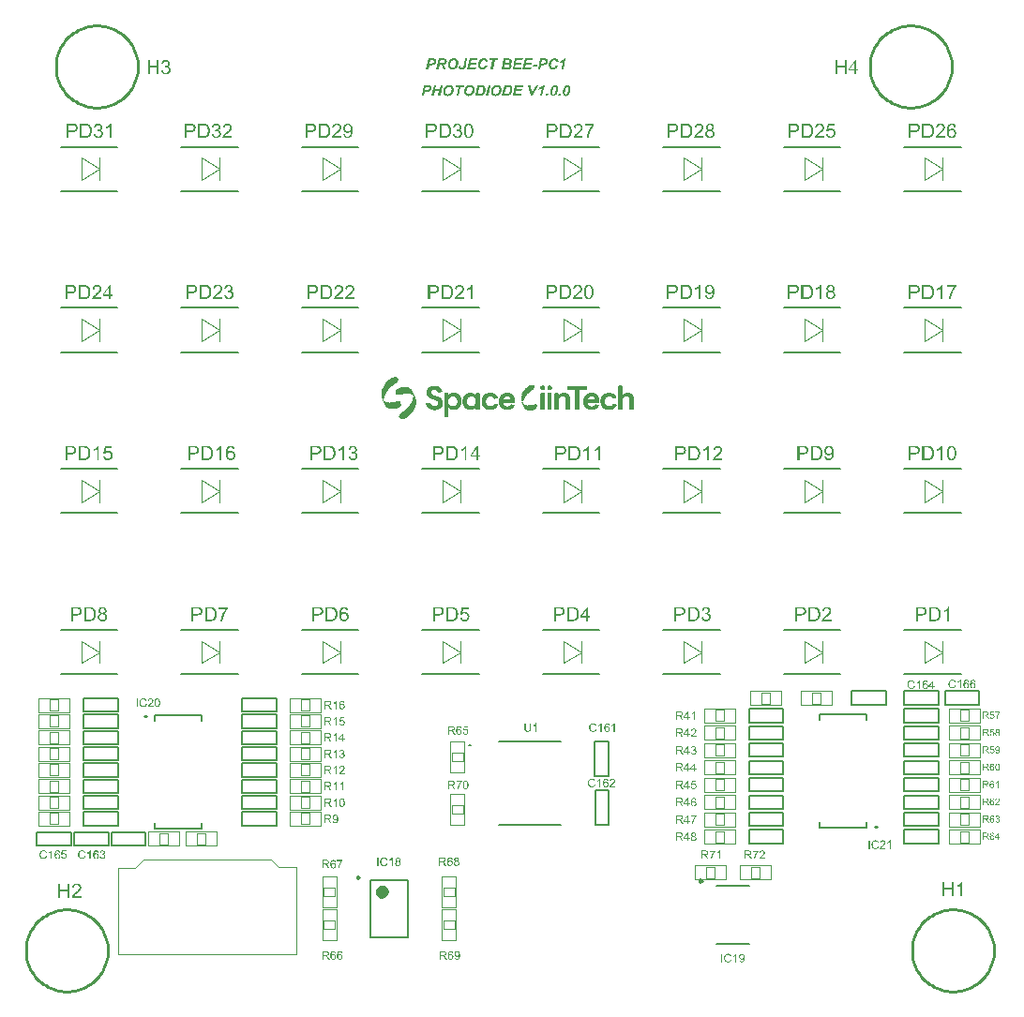
<source format=gbr>
G04*
G04 #@! TF.GenerationSoftware,Altium Limited,Altium Designer,24.1.2 (44)*
G04*
G04 Layer_Color=65535*
%FSLAX44Y44*%
%MOMM*%
G71*
G04*
G04 #@! TF.SameCoordinates,FF60899B-E9A6-4C8F-AFAD-FD19F3B54CA5*
G04*
G04*
G04 #@! TF.FilePolarity,Positive*
G04*
G01*
G75*
%ADD10C,0.2540*%
%ADD11C,0.2000*%
%ADD12C,0.2500*%
%ADD13C,0.6000*%
%ADD14C,0.1524*%
%ADD15C,0.1000*%
%ADD16C,0.1270*%
G36*
X346517Y568575D02*
X346698D01*
Y568485D01*
X347060D01*
Y568394D01*
X347240D01*
Y568304D01*
X347421D01*
Y568213D01*
X347512D01*
Y568123D01*
X347602D01*
Y568032D01*
X347783D01*
Y567942D01*
X347874D01*
Y567761D01*
X347964D01*
Y567670D01*
X348055D01*
Y567580D01*
X348145D01*
Y567218D01*
X348236D01*
Y567037D01*
X348326D01*
Y565861D01*
X348236D01*
Y565680D01*
X348145D01*
Y565318D01*
X348055D01*
Y565228D01*
X347964D01*
Y565047D01*
X347874D01*
Y564866D01*
X347783D01*
Y564775D01*
X347693D01*
Y564594D01*
X347602D01*
Y564504D01*
X347512D01*
Y564323D01*
X347421D01*
Y564232D01*
X347331D01*
Y564142D01*
X347240D01*
Y564052D01*
X347150D01*
Y563961D01*
X347060D01*
Y563871D01*
X346969D01*
Y563780D01*
X346879D01*
Y563690D01*
X346788D01*
Y563599D01*
X346698D01*
Y563509D01*
X346607D01*
Y563418D01*
X346517D01*
Y563328D01*
X346426D01*
Y563237D01*
X346336D01*
Y563147D01*
X346245D01*
Y563056D01*
X346155D01*
Y562966D01*
X346064D01*
Y562875D01*
X345883D01*
Y562785D01*
X345793D01*
Y562695D01*
X345702D01*
Y562604D01*
X345522D01*
Y562514D01*
X345431D01*
Y562423D01*
X345340D01*
Y562333D01*
X345250D01*
Y562242D01*
X345069D01*
Y562152D01*
X344979D01*
Y562061D01*
X344798D01*
Y561971D01*
X344707D01*
Y561880D01*
X344617D01*
Y561790D01*
X344436D01*
Y561699D01*
X344345D01*
Y561609D01*
X344164D01*
Y561518D01*
X344074D01*
Y561428D01*
X343893D01*
Y561337D01*
X343802D01*
Y561247D01*
X343712D01*
Y561157D01*
X343531D01*
Y561066D01*
X343441D01*
Y560975D01*
X343260D01*
Y560885D01*
X343169D01*
Y560795D01*
X343079D01*
Y560704D01*
X342898D01*
Y560614D01*
X342807D01*
Y560523D01*
X342717D01*
Y560433D01*
X342626D01*
Y560342D01*
X342445D01*
Y560252D01*
X342355D01*
Y560161D01*
X342265D01*
Y560071D01*
X342174D01*
Y559980D01*
X342084D01*
Y559890D01*
X341993D01*
Y559799D01*
X341812D01*
Y559709D01*
X341722D01*
Y559618D01*
X341631D01*
Y559528D01*
X341541D01*
Y559437D01*
X341450D01*
Y559347D01*
X341360D01*
Y559257D01*
X341269D01*
Y559166D01*
X341179D01*
Y559076D01*
X341088D01*
Y558985D01*
X340998D01*
Y558895D01*
X340908D01*
Y558804D01*
X340817D01*
Y558714D01*
X340727D01*
Y558623D01*
X340636D01*
Y558533D01*
X340546D01*
Y558442D01*
X340455D01*
Y558352D01*
X340365D01*
Y558261D01*
X340274D01*
Y558171D01*
X340184D01*
Y558080D01*
X340093D01*
Y557900D01*
X339912D01*
Y557809D01*
X339822D01*
Y557628D01*
X339731D01*
Y557538D01*
X339641D01*
Y557447D01*
X339550D01*
Y557357D01*
X339460D01*
Y557266D01*
X339370D01*
Y557085D01*
X339279D01*
Y556995D01*
X339188D01*
Y556814D01*
X339098D01*
Y556723D01*
X339008D01*
Y556633D01*
X338917D01*
Y556542D01*
X338827D01*
Y556452D01*
X338736D01*
Y556271D01*
X338646D01*
Y556181D01*
X338555D01*
Y556000D01*
X338465D01*
Y555909D01*
X338374D01*
Y555819D01*
X338284D01*
Y555638D01*
X338193D01*
Y555547D01*
X338103D01*
Y555366D01*
X338012D01*
Y555276D01*
X337922D01*
Y555095D01*
X337831D01*
Y554914D01*
X337741D01*
Y554823D01*
X337650D01*
Y554643D01*
X337560D01*
Y554552D01*
X337470D01*
Y554281D01*
X337379D01*
Y554190D01*
X337289D01*
Y554100D01*
X337198D01*
Y553828D01*
X337108D01*
Y553738D01*
X337017D01*
Y553466D01*
X336927D01*
Y553376D01*
X336836D01*
Y553285D01*
X336746D01*
Y552924D01*
X336655D01*
Y552833D01*
X336565D01*
Y552471D01*
X336474D01*
Y552381D01*
X336384D01*
Y552109D01*
X336293D01*
Y551928D01*
X336203D01*
Y551838D01*
X336113D01*
Y551386D01*
X336022D01*
Y551295D01*
X335932D01*
Y550752D01*
X335841D01*
Y550571D01*
X335751D01*
Y550481D01*
X335660D01*
Y549757D01*
X335570D01*
Y549667D01*
X335479D01*
Y548581D01*
X335389D01*
Y548491D01*
X335298D01*
Y548129D01*
X335389D01*
Y548038D01*
X335298D01*
Y547948D01*
X335208D01*
Y548129D01*
X335117D01*
Y547948D01*
X335208D01*
Y547857D01*
X335298D01*
Y547586D01*
X335389D01*
Y547405D01*
X335479D01*
Y547314D01*
X335570D01*
Y547224D01*
X335660D01*
Y547133D01*
X335841D01*
Y547043D01*
X335932D01*
Y546953D01*
X336113D01*
Y546862D01*
X336203D01*
Y546772D01*
X336384D01*
Y546681D01*
X336474D01*
Y546591D01*
X336655D01*
Y546500D01*
X336927D01*
Y546410D01*
X337017D01*
Y546319D01*
X337289D01*
Y546229D01*
X337470D01*
Y546138D01*
X337741D01*
Y546048D01*
X338103D01*
Y545957D01*
X338284D01*
Y545867D01*
X339008D01*
Y545776D01*
X339370D01*
Y545686D01*
X340546D01*
Y545596D01*
X341179D01*
Y545686D01*
X342084D01*
Y545776D01*
X342536D01*
Y545867D01*
X343622D01*
Y545957D01*
X343802D01*
Y546048D01*
X344707D01*
Y546138D01*
X344888D01*
Y546229D01*
X345522D01*
Y546319D01*
X345793D01*
Y546410D01*
X345974D01*
Y546500D01*
X346788D01*
Y546591D01*
X346879D01*
Y546681D01*
X348055D01*
Y546772D01*
X348145D01*
Y546862D01*
X350407D01*
Y546681D01*
X350859D01*
Y546591D01*
X350950D01*
Y546500D01*
X351131D01*
Y546319D01*
X351221D01*
Y546229D01*
X351312D01*
Y545957D01*
X351402D01*
Y545867D01*
X351493D01*
Y544329D01*
X351312D01*
Y544419D01*
Y545957D01*
X351131D01*
Y546229D01*
X350859D01*
Y546500D01*
X350407D01*
Y546681D01*
X348145D01*
Y546500D01*
X350407D01*
Y546410D01*
X350316D01*
Y546229D01*
X350407D01*
Y543334D01*
X350316D01*
Y543243D01*
X350407D01*
Y542972D01*
X350316D01*
Y542519D01*
X350407D01*
Y542339D01*
X350226D01*
Y542429D01*
X350045D01*
Y542339D01*
X350226D01*
Y542158D01*
X350135D01*
Y542067D01*
X350045D01*
Y541977D01*
X349954D01*
Y541886D01*
X349864D01*
Y541796D01*
X349774D01*
Y541705D01*
X349502D01*
Y541524D01*
X349412D01*
Y541434D01*
X349231D01*
Y541343D01*
X349140D01*
Y541253D01*
X348869D01*
Y541343D01*
X348688D01*
Y541434D01*
X348507D01*
Y541343D01*
X348416D01*
Y541253D01*
X348869D01*
Y541072D01*
X348688D01*
Y540981D01*
X348507D01*
Y541162D01*
X348055D01*
Y541072D01*
X348326D01*
Y540981D01*
X348507D01*
Y540891D01*
X348416D01*
Y540801D01*
X348055D01*
Y540891D01*
X347964D01*
Y540981D01*
X347693D01*
Y540801D01*
X348055D01*
Y540710D01*
X347964D01*
Y540620D01*
X347693D01*
Y540529D01*
X347512D01*
Y540439D01*
X347421D01*
Y540348D01*
X346879D01*
Y540258D01*
X346788D01*
Y540167D01*
X346245D01*
Y540077D01*
X346064D01*
Y539986D01*
X345793D01*
Y539896D01*
X344888D01*
Y539805D01*
X344526D01*
Y539715D01*
X342626D01*
Y539805D01*
X342084D01*
Y539896D01*
X341088D01*
Y539986D01*
X340908D01*
Y540077D01*
X340455D01*
Y540167D01*
X340274D01*
Y540258D01*
X340003D01*
Y540348D01*
X339731D01*
Y540439D01*
X339550D01*
Y540529D01*
X339279D01*
Y540620D01*
X339188D01*
Y540710D01*
X339008D01*
Y540801D01*
X338827D01*
Y540891D01*
X338736D01*
Y540981D01*
X338555D01*
Y541072D01*
X338465D01*
Y541162D01*
X338284D01*
Y541253D01*
X338193D01*
Y541343D01*
X338012D01*
Y541434D01*
X337922D01*
Y541524D01*
X337831D01*
Y541615D01*
X337741D01*
Y541705D01*
X337650D01*
Y541796D01*
X337560D01*
Y541886D01*
X337470D01*
Y541977D01*
X337379D01*
Y542067D01*
X337289D01*
Y542158D01*
X337198D01*
Y542248D01*
X337108D01*
Y542429D01*
X337017D01*
Y542519D01*
X336927D01*
Y542610D01*
X336836D01*
Y542791D01*
X336746D01*
Y542881D01*
X336655D01*
Y543062D01*
X336565D01*
Y543153D01*
X336474D01*
Y543424D01*
X336384D01*
Y543515D01*
X336293D01*
Y543696D01*
X336203D01*
Y543877D01*
X336113D01*
Y543967D01*
X336022D01*
Y544238D01*
X335932D01*
Y544329D01*
X335841D01*
Y544600D01*
X335751D01*
Y544691D01*
X335660D01*
Y544872D01*
X335570D01*
Y545143D01*
X335479D01*
Y545234D01*
X335389D01*
Y545505D01*
X335298D01*
Y545686D01*
X335208D01*
Y545867D01*
X335117D01*
Y546138D01*
X335027D01*
Y546229D01*
X334936D01*
Y546591D01*
X334846D01*
Y546681D01*
X334756D01*
Y546953D01*
X334665D01*
Y547133D01*
X334575D01*
Y547314D01*
X334484D01*
Y547586D01*
X334394D01*
Y547767D01*
X334303D01*
Y548129D01*
X334213D01*
Y548219D01*
X334122D01*
Y548491D01*
X334032D01*
Y548762D01*
X333941D01*
Y548943D01*
X333851D01*
Y549305D01*
X333760D01*
Y549395D01*
X333670D01*
Y549848D01*
X333579D01*
Y549938D01*
X333489D01*
Y550300D01*
X333398D01*
Y550571D01*
X333308D01*
Y551295D01*
X333217D01*
Y551476D01*
X333127D01*
Y551567D01*
X333036D01*
Y555547D01*
X333127D01*
Y555728D01*
X333217D01*
Y555909D01*
X333308D01*
Y556633D01*
X333398D01*
Y556723D01*
X333489D01*
Y557266D01*
X333579D01*
Y557357D01*
X333670D01*
Y557628D01*
X333760D01*
Y557990D01*
X333851D01*
Y558080D01*
X333941D01*
Y558442D01*
X334032D01*
Y558533D01*
X334122D01*
Y558895D01*
X334213D01*
Y558985D01*
X334303D01*
Y559166D01*
X334394D01*
Y559437D01*
X334575D01*
Y559076D01*
X334665D01*
Y558985D01*
X334756D01*
Y559437D01*
X334575D01*
Y559799D01*
X334665D01*
Y559890D01*
X334756D01*
Y560071D01*
X334846D01*
Y560342D01*
X335027D01*
Y559890D01*
X335208D01*
Y560342D01*
X335027D01*
Y560614D01*
X335117D01*
Y560704D01*
X335208D01*
Y560885D01*
X335298D01*
Y561066D01*
X335389D01*
Y561157D01*
X335479D01*
Y561337D01*
X335570D01*
Y561428D01*
X335660D01*
Y561699D01*
X335841D01*
Y561880D01*
X335932D01*
Y561971D01*
X336022D01*
Y562061D01*
X336113D01*
Y562333D01*
X336293D01*
Y562514D01*
X336384D01*
Y562604D01*
X336474D01*
Y562695D01*
X336565D01*
Y562875D01*
X336746D01*
Y563147D01*
X336836D01*
Y563237D01*
X336927D01*
Y563328D01*
X337017D01*
Y563418D01*
X337108D01*
Y563509D01*
X337198D01*
Y563599D01*
X337289D01*
Y563690D01*
X337379D01*
Y563871D01*
X337470D01*
Y563961D01*
X337560D01*
Y564052D01*
X337650D01*
Y564142D01*
X337741D01*
Y564232D01*
X337831D01*
Y564323D01*
X337922D01*
Y564413D01*
X338012D01*
Y564504D01*
X338103D01*
Y564594D01*
X338193D01*
Y564685D01*
X338284D01*
Y564775D01*
X338374D01*
Y564866D01*
X338465D01*
Y564956D01*
X338555D01*
Y565047D01*
X338646D01*
Y565137D01*
X338736D01*
Y565228D01*
X338827D01*
Y565318D01*
X338917D01*
Y565409D01*
X339098D01*
Y565589D01*
X339279D01*
Y565680D01*
X339370D01*
Y565770D01*
X339460D01*
Y565861D01*
X339550D01*
Y565951D01*
X339641D01*
Y566042D01*
X339822D01*
Y566132D01*
X339912D01*
Y566223D01*
X340003D01*
Y566313D01*
X340184D01*
Y566404D01*
X340274D01*
Y566494D01*
X340365D01*
Y566585D01*
X340455D01*
Y566675D01*
X340636D01*
Y566766D01*
X340727D01*
Y566856D01*
X340908D01*
Y566947D01*
X340998D01*
Y567037D01*
X341088D01*
Y567127D01*
X341360D01*
Y567218D01*
X341450D01*
Y567309D01*
X341541D01*
Y567399D01*
X341722D01*
Y567489D01*
X341812D01*
Y567580D01*
X341993D01*
Y567670D01*
X342084D01*
Y567761D01*
X342355D01*
Y567851D01*
X342536D01*
Y567942D01*
X342717D01*
Y568032D01*
X342898D01*
Y568123D01*
X342988D01*
Y568213D01*
X343441D01*
Y568304D01*
X343531D01*
Y568394D01*
X343893D01*
Y568485D01*
X344345D01*
Y568575D01*
X344617D01*
Y568666D01*
X346517D01*
Y568575D01*
D02*
G37*
G36*
X381891Y560704D02*
X382705D01*
Y560614D01*
X383157D01*
Y560523D01*
X383429D01*
Y560433D01*
X383881D01*
Y560342D01*
X384062D01*
Y560252D01*
X384333D01*
Y560161D01*
X384514D01*
Y560071D01*
X384695D01*
Y559980D01*
X384967D01*
Y559890D01*
X385057D01*
Y559799D01*
X385238D01*
Y559709D01*
X385329D01*
Y559618D01*
X385509D01*
Y559528D01*
X385690D01*
Y559437D01*
X385781D01*
Y559347D01*
X385871D01*
Y559257D01*
X385962D01*
Y559166D01*
X386143D01*
Y559076D01*
X386233D01*
Y558985D01*
X386324D01*
Y558895D01*
X386414D01*
Y558804D01*
X386505D01*
Y558714D01*
X386595D01*
Y558623D01*
X386686D01*
Y558533D01*
X386776D01*
Y558352D01*
X386867D01*
Y558261D01*
X386957D01*
Y558171D01*
X387048D01*
Y558080D01*
X387138D01*
Y557990D01*
X387228D01*
Y557809D01*
X387319D01*
Y557628D01*
X387409D01*
Y557447D01*
X387500D01*
Y557357D01*
X387590D01*
Y557176D01*
X387681D01*
Y556904D01*
X387771D01*
Y556814D01*
X387862D01*
Y556542D01*
X387952D01*
Y556362D01*
X388043D01*
Y556090D01*
X388133D01*
Y555819D01*
X388224D01*
Y555276D01*
X388043D01*
Y555185D01*
X387862D01*
Y555095D01*
X387500D01*
Y555005D01*
X387048D01*
Y554914D01*
X386867D01*
Y554823D01*
X386324D01*
Y554733D01*
X386143D01*
Y554643D01*
X385690D01*
Y554552D01*
X385329D01*
Y554462D01*
X385057D01*
Y554371D01*
X384514D01*
Y554462D01*
X384424D01*
Y554552D01*
X384333D01*
Y554733D01*
X384243D01*
Y555005D01*
X384152D01*
Y555095D01*
X384062D01*
Y555276D01*
X383971D01*
Y555457D01*
X383881D01*
Y555547D01*
X383791D01*
Y555728D01*
X383700D01*
Y555819D01*
X383610D01*
Y556000D01*
X383519D01*
Y556090D01*
X383429D01*
Y556181D01*
X383338D01*
Y556271D01*
X383248D01*
Y556362D01*
X383067D01*
Y556452D01*
X382976D01*
Y556542D01*
X382795D01*
Y556633D01*
X382614D01*
Y556723D01*
X382434D01*
Y556814D01*
X382072D01*
Y556904D01*
X381800D01*
Y556995D01*
X380081D01*
Y556904D01*
X379719D01*
Y556814D01*
X379357D01*
Y556723D01*
X379177D01*
Y556633D01*
X378996D01*
Y556542D01*
X378815D01*
Y556452D01*
X378724D01*
Y556362D01*
X378543D01*
Y556271D01*
X378453D01*
Y556181D01*
X378362D01*
Y556090D01*
X378272D01*
Y555909D01*
X378181D01*
Y555819D01*
X378091D01*
Y555638D01*
X378000D01*
Y555457D01*
X377910D01*
Y554462D01*
X378000D01*
Y554281D01*
X378091D01*
Y554009D01*
X378181D01*
Y553919D01*
X378272D01*
Y553738D01*
X378362D01*
Y553647D01*
X378453D01*
Y553557D01*
X378543D01*
Y553466D01*
X378634D01*
Y553376D01*
X378724D01*
Y553285D01*
X378815D01*
Y553195D01*
X378905D01*
Y553105D01*
X379086D01*
Y553014D01*
X379177D01*
Y552924D01*
X379267D01*
Y552833D01*
X379538D01*
Y552743D01*
X379629D01*
Y552652D01*
X379900D01*
Y552562D01*
X380081D01*
Y552471D01*
X380172D01*
Y552381D01*
X380534D01*
Y552290D01*
X380624D01*
Y552200D01*
X380986D01*
Y552109D01*
X381077D01*
Y552019D01*
X381438D01*
Y551928D01*
X381710D01*
Y551838D01*
X381891D01*
Y551748D01*
X382253D01*
Y551657D01*
X382434D01*
Y551567D01*
X382795D01*
Y551476D01*
X383067D01*
Y551386D01*
X383248D01*
Y551295D01*
X383610D01*
Y551205D01*
X383791D01*
Y551114D01*
X384152D01*
Y551024D01*
X384243D01*
Y550933D01*
X384514D01*
Y550843D01*
X384695D01*
Y550752D01*
X384876D01*
Y550662D01*
X385148D01*
Y550571D01*
X385238D01*
Y550481D01*
X385419D01*
Y550390D01*
X385600D01*
Y550300D01*
X385690D01*
Y550210D01*
X385871D01*
Y550119D01*
X385962D01*
Y550029D01*
X386143D01*
Y549938D01*
X386324D01*
Y549848D01*
X386414D01*
Y549757D01*
X386505D01*
Y549667D01*
X386595D01*
Y549576D01*
X386776D01*
Y549486D01*
X386867D01*
Y549395D01*
X386957D01*
Y549305D01*
X387048D01*
Y549214D01*
X387138D01*
Y549124D01*
X387228D01*
Y549033D01*
X387319D01*
Y548943D01*
X387409D01*
Y548762D01*
X387500D01*
Y548671D01*
X387590D01*
Y548581D01*
X387681D01*
Y548400D01*
X387771D01*
Y548310D01*
X387862D01*
Y548129D01*
X387952D01*
Y547948D01*
X388043D01*
Y547857D01*
X388133D01*
Y547586D01*
X388224D01*
Y547405D01*
X388314D01*
Y547043D01*
X388405D01*
Y546862D01*
X388495D01*
Y546319D01*
X388586D01*
Y545686D01*
X388676D01*
Y544148D01*
X388586D01*
Y543605D01*
X388495D01*
Y543243D01*
X388405D01*
Y543062D01*
X388314D01*
Y542700D01*
X388224D01*
Y542519D01*
X388133D01*
Y542339D01*
X388043D01*
Y542158D01*
X387952D01*
Y542067D01*
X387862D01*
Y541796D01*
X387771D01*
Y541705D01*
X387681D01*
Y541615D01*
X387590D01*
Y541524D01*
X387500D01*
Y541343D01*
X387409D01*
Y541253D01*
X387319D01*
Y541162D01*
X387228D01*
Y540981D01*
X387048D01*
Y540891D01*
X386957D01*
Y540710D01*
X386776D01*
Y540620D01*
X386686D01*
Y540529D01*
X386595D01*
Y540439D01*
X386414D01*
Y540348D01*
X386324D01*
Y540258D01*
X386233D01*
Y540167D01*
X386143D01*
Y540077D01*
X385871D01*
Y539986D01*
X385781D01*
Y539896D01*
X385600D01*
Y539805D01*
X385419D01*
Y539715D01*
X385329D01*
Y539624D01*
X385057D01*
Y539534D01*
X384967D01*
Y539444D01*
X384605D01*
Y539353D01*
X384424D01*
Y539263D01*
X384152D01*
Y539172D01*
X383700D01*
Y539082D01*
X383519D01*
Y538991D01*
X382886D01*
Y538901D01*
X382253D01*
Y538810D01*
X380081D01*
Y538901D01*
X379538D01*
Y538991D01*
X378905D01*
Y539082D01*
X378634D01*
Y539172D01*
X378272D01*
Y539263D01*
X378000D01*
Y539353D01*
X377820D01*
Y539444D01*
X377458D01*
Y539534D01*
X377367D01*
Y539624D01*
X377096D01*
Y539715D01*
X376915D01*
Y539805D01*
X376824D01*
Y539896D01*
X376643D01*
Y539986D01*
X376553D01*
Y540077D01*
X376372D01*
Y540167D01*
X376191D01*
Y540258D01*
X376101D01*
Y540348D01*
X376010D01*
Y540439D01*
X375829D01*
Y540529D01*
X375739D01*
Y540620D01*
X375648D01*
Y540710D01*
X375558D01*
Y540801D01*
X375467D01*
Y540891D01*
X375377D01*
Y540981D01*
X375286D01*
Y541072D01*
X375196D01*
Y541162D01*
X375105D01*
Y541253D01*
X375015D01*
Y541343D01*
X374924D01*
Y541434D01*
X374834D01*
Y541615D01*
X374743D01*
Y541705D01*
X374653D01*
Y541796D01*
X374562D01*
Y541886D01*
X374472D01*
Y542067D01*
X374382D01*
Y542158D01*
X374291D01*
Y542339D01*
X374201D01*
Y542519D01*
X374110D01*
Y542610D01*
X374020D01*
Y542881D01*
X373929D01*
Y542972D01*
X373839D01*
Y543243D01*
X373748D01*
Y543424D01*
X373658D01*
Y543605D01*
X373567D01*
Y543877D01*
X373477D01*
Y544058D01*
X373386D01*
Y544781D01*
X373477D01*
Y544872D01*
X373839D01*
Y544962D01*
X374110D01*
Y545053D01*
X374653D01*
Y545143D01*
X374834D01*
Y545234D01*
X375377D01*
Y545324D01*
X375739D01*
Y545415D01*
X376101D01*
Y545505D01*
X376462D01*
Y545596D01*
X376915D01*
Y545505D01*
X377005D01*
Y545324D01*
X377096D01*
Y545143D01*
X377186D01*
Y544962D01*
X377277D01*
Y544781D01*
X377367D01*
Y544691D01*
X377458D01*
Y544419D01*
X377548D01*
Y544329D01*
X377639D01*
Y544238D01*
X377729D01*
Y544058D01*
X377820D01*
Y543967D01*
X377910D01*
Y543786D01*
X378091D01*
Y543696D01*
X378181D01*
Y543515D01*
X378362D01*
Y543424D01*
X378453D01*
Y543334D01*
X378634D01*
Y543243D01*
X378724D01*
Y543153D01*
X378905D01*
Y543062D01*
X379086D01*
Y542972D01*
X379267D01*
Y542881D01*
X379629D01*
Y542791D01*
X379900D01*
Y542700D01*
X380262D01*
Y542610D01*
X382072D01*
Y542700D01*
X382614D01*
Y542791D01*
X382886D01*
Y542881D01*
X383248D01*
Y542972D01*
X383338D01*
Y543062D01*
X383610D01*
Y543153D01*
X383700D01*
Y543243D01*
X383881D01*
Y543334D01*
X383971D01*
Y543424D01*
X384062D01*
Y543515D01*
X384152D01*
Y543605D01*
X384243D01*
Y543696D01*
X384333D01*
Y543786D01*
X384424D01*
Y544058D01*
X384514D01*
Y544238D01*
X384605D01*
Y545505D01*
X384514D01*
Y545686D01*
X384424D01*
Y545957D01*
X384333D01*
Y546048D01*
X384243D01*
Y546229D01*
X384152D01*
Y546319D01*
X384062D01*
Y546410D01*
X383971D01*
Y546591D01*
X383791D01*
Y546681D01*
X383700D01*
Y546772D01*
X383610D01*
Y546862D01*
X383519D01*
Y546953D01*
X383338D01*
Y547043D01*
X383157D01*
Y547133D01*
X383067D01*
Y547224D01*
X382886D01*
Y547314D01*
X382705D01*
Y547405D01*
X382524D01*
Y547495D01*
X382343D01*
Y547586D01*
X382162D01*
Y547676D01*
X381891D01*
Y547767D01*
X381800D01*
Y547857D01*
X381438D01*
Y547948D01*
X381257D01*
Y548038D01*
X380986D01*
Y548129D01*
X380624D01*
Y548219D01*
X380534D01*
Y548310D01*
X380172D01*
Y548400D01*
X379991D01*
Y548491D01*
X379719D01*
Y548581D01*
X379448D01*
Y548671D01*
X379267D01*
Y548762D01*
X378905D01*
Y548852D01*
X378724D01*
Y548943D01*
X378453D01*
Y549033D01*
X378272D01*
Y549124D01*
X378091D01*
Y549214D01*
X377820D01*
Y549305D01*
X377729D01*
Y549395D01*
X377458D01*
Y549486D01*
X377367D01*
Y549576D01*
X377186D01*
Y549667D01*
X377005D01*
Y549757D01*
X376915D01*
Y549848D01*
X376734D01*
Y549938D01*
X376553D01*
Y550029D01*
X376462D01*
Y550119D01*
X376282D01*
Y550210D01*
X376191D01*
Y550300D01*
X376101D01*
Y550390D01*
X376010D01*
Y550481D01*
X375829D01*
Y550571D01*
X375739D01*
Y550662D01*
X375648D01*
Y550752D01*
X375558D01*
Y550843D01*
X375467D01*
Y550933D01*
X375377D01*
Y551024D01*
X375286D01*
Y551114D01*
X375196D01*
Y551205D01*
X375105D01*
Y551386D01*
X375015D01*
Y551476D01*
X374924D01*
Y551567D01*
X374834D01*
Y551748D01*
X374743D01*
Y551838D01*
X374653D01*
Y552019D01*
X374562D01*
Y552109D01*
X374472D01*
Y552381D01*
X374382D01*
Y552562D01*
X374291D01*
Y552743D01*
X374201D01*
Y553105D01*
X374110D01*
Y553285D01*
X374020D01*
Y553738D01*
X373929D01*
Y554281D01*
X373839D01*
Y555457D01*
X373929D01*
Y555909D01*
X374020D01*
Y556452D01*
X374110D01*
Y556633D01*
X374201D01*
Y556904D01*
X374291D01*
Y557085D01*
X374382D01*
Y557266D01*
X374472D01*
Y557538D01*
X374562D01*
Y557628D01*
X374653D01*
Y557809D01*
X374743D01*
Y557900D01*
X374834D01*
Y558080D01*
X374924D01*
Y558171D01*
X375015D01*
Y558261D01*
X375105D01*
Y558442D01*
X375196D01*
Y558533D01*
X375286D01*
Y558623D01*
X375377D01*
Y558714D01*
X375467D01*
Y558804D01*
X375558D01*
Y558895D01*
X375648D01*
Y558985D01*
X375739D01*
Y559076D01*
X375920D01*
Y559166D01*
X376010D01*
Y559257D01*
X376101D01*
Y559347D01*
X376282D01*
Y559437D01*
X376372D01*
Y559528D01*
X376462D01*
Y559618D01*
X376643D01*
Y559709D01*
X376734D01*
Y559799D01*
X377005D01*
Y559890D01*
X377096D01*
Y559980D01*
X377277D01*
Y560071D01*
X377458D01*
Y560161D01*
X377729D01*
Y560252D01*
X378000D01*
Y560342D01*
X378181D01*
Y560433D01*
X378634D01*
Y560523D01*
X378815D01*
Y560614D01*
X379357D01*
Y560704D01*
X380081D01*
Y560795D01*
X381891D01*
Y560704D01*
D02*
G37*
G36*
X399171Y554371D02*
X400075D01*
Y554281D01*
X400437D01*
Y554190D01*
X400799D01*
Y554100D01*
X401071D01*
Y554009D01*
X401251D01*
Y553919D01*
X401523D01*
Y553828D01*
X401704D01*
Y553738D01*
X401885D01*
Y553647D01*
X402066D01*
Y553557D01*
X402156D01*
Y553466D01*
X402337D01*
Y553376D01*
X402518D01*
Y553285D01*
X402608D01*
Y553195D01*
X402699D01*
Y553105D01*
X402880D01*
Y553014D01*
X402970D01*
Y552924D01*
X403061D01*
Y552833D01*
X403242D01*
Y552743D01*
X403332D01*
Y552652D01*
X403423D01*
Y552562D01*
X403513D01*
Y552471D01*
X403604D01*
Y552381D01*
X403694D01*
Y552200D01*
X403785D01*
Y552109D01*
X403875D01*
Y552019D01*
X403965D01*
Y551838D01*
X404056D01*
Y551748D01*
X404146D01*
Y551567D01*
X404237D01*
Y551476D01*
X404327D01*
Y551386D01*
X404418D01*
Y551205D01*
X404508D01*
Y551024D01*
X404599D01*
Y550752D01*
X404689D01*
Y550662D01*
X404780D01*
Y550481D01*
X404870D01*
Y550210D01*
X404961D01*
Y550029D01*
X405051D01*
Y549667D01*
X405142D01*
Y549486D01*
X405232D01*
Y549033D01*
X405323D01*
Y548762D01*
X405413D01*
Y548219D01*
X405504D01*
Y546410D01*
X405594D01*
Y546319D01*
X405504D01*
Y545143D01*
X405413D01*
Y544600D01*
X405323D01*
Y544329D01*
X405232D01*
Y543877D01*
X405142D01*
Y543696D01*
X405051D01*
Y543334D01*
X404961D01*
Y543153D01*
X404870D01*
Y542972D01*
X404780D01*
Y542700D01*
X404689D01*
Y542519D01*
X404599D01*
Y542339D01*
X404508D01*
Y542158D01*
X404418D01*
Y542067D01*
X404327D01*
Y541886D01*
X404237D01*
Y541796D01*
X404146D01*
Y541615D01*
X404056D01*
Y541524D01*
X403965D01*
Y541343D01*
X403875D01*
Y541253D01*
X403785D01*
Y541162D01*
X403694D01*
Y541072D01*
X403604D01*
Y540981D01*
X403513D01*
Y540891D01*
X403423D01*
Y540801D01*
X403332D01*
Y540710D01*
X403242D01*
Y540620D01*
X403151D01*
Y540529D01*
X403061D01*
Y540439D01*
X402970D01*
Y540348D01*
X402880D01*
Y540258D01*
X402699D01*
Y540167D01*
X402608D01*
Y540077D01*
X402427D01*
Y539986D01*
X402337D01*
Y539896D01*
X402156D01*
Y539805D01*
X402066D01*
Y539715D01*
X401885D01*
Y539624D01*
X401613D01*
Y539534D01*
X401523D01*
Y539444D01*
X401251D01*
Y539353D01*
X400980D01*
Y539263D01*
X400709D01*
Y539172D01*
X400347D01*
Y539082D01*
X399985D01*
Y538991D01*
X397180D01*
Y539082D01*
X396999D01*
Y539172D01*
X396547D01*
Y539263D01*
X396275D01*
Y539353D01*
X396095D01*
Y539444D01*
X395823D01*
Y539534D01*
X395642D01*
Y539624D01*
X395461D01*
Y539715D01*
X395371D01*
Y539805D01*
X395190D01*
Y539896D01*
X395009D01*
Y539986D01*
X394919D01*
Y540077D01*
X394738D01*
Y540167D01*
X394647D01*
Y540258D01*
X394557D01*
Y540348D01*
X394466D01*
Y540439D01*
X394376D01*
Y540529D01*
X394285D01*
Y540620D01*
X394195D01*
Y540710D01*
X394104D01*
Y540801D01*
X393923D01*
Y540891D01*
X393833D01*
Y533111D01*
X393742D01*
Y532930D01*
X390214D01*
Y533020D01*
X390123D01*
Y554009D01*
X390214D01*
Y554100D01*
X390395D01*
Y554190D01*
X393380D01*
Y554100D01*
X393561D01*
Y553557D01*
X393652D01*
Y553466D01*
X393561D01*
Y552924D01*
X393652D01*
Y552471D01*
X393742D01*
Y552381D01*
X393923D01*
Y552471D01*
X394014D01*
Y552562D01*
X394104D01*
Y552652D01*
X394195D01*
Y552833D01*
X394376D01*
Y552924D01*
X394466D01*
Y553014D01*
X394557D01*
Y553105D01*
X394647D01*
Y553195D01*
X394738D01*
Y553285D01*
X394919D01*
Y553376D01*
X395009D01*
Y553466D01*
X395190D01*
Y553557D01*
X395280D01*
Y553647D01*
X395461D01*
Y553738D01*
X395642D01*
Y553828D01*
X395733D01*
Y553919D01*
X396095D01*
Y554009D01*
X396275D01*
Y554100D01*
X396456D01*
Y554190D01*
X396818D01*
Y554281D01*
X397180D01*
Y554371D01*
X397994D01*
Y554462D01*
X399171D01*
Y554371D01*
D02*
G37*
G36*
X432192D02*
X433097D01*
Y554281D01*
X433459D01*
Y554190D01*
X433911D01*
Y554100D01*
X434273D01*
Y554009D01*
X434454D01*
Y553919D01*
X434725D01*
Y553828D01*
X434907D01*
Y553738D01*
X435178D01*
Y553647D01*
X435268D01*
Y553557D01*
X435449D01*
Y553466D01*
X435630D01*
Y553376D01*
X435721D01*
Y553285D01*
X435902D01*
Y553195D01*
X435992D01*
Y553105D01*
X436173D01*
Y553014D01*
X436264D01*
Y552924D01*
X436354D01*
Y552833D01*
X436445D01*
Y552743D01*
X436535D01*
Y552652D01*
X436625D01*
Y552562D01*
X436716D01*
Y552471D01*
X436806D01*
Y552381D01*
X436897D01*
Y552290D01*
X436987D01*
Y552200D01*
X437078D01*
Y552109D01*
X437168D01*
Y551928D01*
X437259D01*
Y551838D01*
X437349D01*
Y551657D01*
X437440D01*
Y551567D01*
X437530D01*
Y551386D01*
X437621D01*
Y551205D01*
X437711D01*
Y551114D01*
X437802D01*
Y550843D01*
X437892D01*
Y550752D01*
X437982D01*
Y550481D01*
X438073D01*
Y550300D01*
X438163D01*
Y549757D01*
X438073D01*
Y549667D01*
X437892D01*
Y549576D01*
X437530D01*
Y549486D01*
X437349D01*
Y549395D01*
X436897D01*
Y549305D01*
X436625D01*
Y549214D01*
X436264D01*
Y549124D01*
X435992D01*
Y549033D01*
X435721D01*
Y548943D01*
X435268D01*
Y549033D01*
X435087D01*
Y549124D01*
X434907D01*
Y549214D01*
X434816D01*
Y549486D01*
X434725D01*
Y549576D01*
X434635D01*
Y549667D01*
X434545D01*
Y549848D01*
X434364D01*
Y550029D01*
X434183D01*
Y550210D01*
X434092D01*
Y550300D01*
X433911D01*
Y550390D01*
X433821D01*
Y550481D01*
X433640D01*
Y550571D01*
X433549D01*
Y550662D01*
X433368D01*
Y550752D01*
X433097D01*
Y550843D01*
X432916D01*
Y550933D01*
X432283D01*
Y551024D01*
X432011D01*
Y551114D01*
X431921D01*
Y551024D01*
X430745D01*
Y550933D01*
X430293D01*
Y550843D01*
X430112D01*
Y550752D01*
X429840D01*
Y550662D01*
X429659D01*
Y550571D01*
X429569D01*
Y550481D01*
X429388D01*
Y550390D01*
X429297D01*
Y550300D01*
X429116D01*
Y550210D01*
X429026D01*
Y550119D01*
X428935D01*
Y550029D01*
X428755D01*
Y549848D01*
X428664D01*
Y549757D01*
X428573D01*
Y549667D01*
X428483D01*
Y549576D01*
X428393D01*
Y549395D01*
X428302D01*
Y549305D01*
X428212D01*
Y549124D01*
X428121D01*
Y548943D01*
X428031D01*
Y548671D01*
X427940D01*
Y548581D01*
X427850D01*
Y548129D01*
X427759D01*
Y547857D01*
X427669D01*
Y547314D01*
X427578D01*
Y546048D01*
X427669D01*
Y545505D01*
X427759D01*
Y545234D01*
X427850D01*
Y544872D01*
X427940D01*
Y544691D01*
X428031D01*
Y544419D01*
X428121D01*
Y544238D01*
X428212D01*
Y544148D01*
X428302D01*
Y543967D01*
X428393D01*
Y543877D01*
X428483D01*
Y543696D01*
X428573D01*
Y543605D01*
X428664D01*
Y543515D01*
X428755D01*
Y543424D01*
X428845D01*
Y543334D01*
X428935D01*
Y543243D01*
X429026D01*
Y543153D01*
X429116D01*
Y543062D01*
X429297D01*
Y542972D01*
X429388D01*
Y542881D01*
X429569D01*
Y542791D01*
X429750D01*
Y542700D01*
X429840D01*
Y542610D01*
X430202D01*
Y542519D01*
X430383D01*
Y542429D01*
X430926D01*
Y542339D01*
X431559D01*
Y542248D01*
X431740D01*
Y542339D01*
X432283D01*
Y542429D01*
X432826D01*
Y542519D01*
X433007D01*
Y542610D01*
X433368D01*
Y542700D01*
X433459D01*
Y542791D01*
X433640D01*
Y542881D01*
X433821D01*
Y542972D01*
X433911D01*
Y543062D01*
X434002D01*
Y543153D01*
X434183D01*
Y543243D01*
X434273D01*
Y543334D01*
X434364D01*
Y543515D01*
X434454D01*
Y543605D01*
X434545D01*
Y543696D01*
X434635D01*
Y543877D01*
X434725D01*
Y543967D01*
X434816D01*
Y544148D01*
X434907D01*
Y544238D01*
X434997D01*
Y544329D01*
X435087D01*
Y544419D01*
X435268D01*
Y544510D01*
X435721D01*
Y544419D01*
X436173D01*
Y544329D01*
X436625D01*
Y544238D01*
X436806D01*
Y544148D01*
X437349D01*
Y544058D01*
X437621D01*
Y543967D01*
X438163D01*
Y543877D01*
X438344D01*
Y543786D01*
X438435D01*
Y543243D01*
X438344D01*
Y543153D01*
X438254D01*
Y542791D01*
X438163D01*
Y542700D01*
X438073D01*
Y542519D01*
X437982D01*
Y542339D01*
X437892D01*
Y542248D01*
X437802D01*
Y542067D01*
X437711D01*
Y541977D01*
X437621D01*
Y541796D01*
X437530D01*
Y541615D01*
X437440D01*
Y541524D01*
X437349D01*
Y541434D01*
X437259D01*
Y541343D01*
X437168D01*
Y541162D01*
X437078D01*
Y541072D01*
X436987D01*
Y540981D01*
X436897D01*
Y540891D01*
X436806D01*
Y540801D01*
X436716D01*
Y540710D01*
X436535D01*
Y540529D01*
X436354D01*
Y540439D01*
X436264D01*
Y540348D01*
X436173D01*
Y540258D01*
X435992D01*
Y540167D01*
X435902D01*
Y540077D01*
X435721D01*
Y539986D01*
X435630D01*
Y539896D01*
X435449D01*
Y539805D01*
X435268D01*
Y539715D01*
X435178D01*
Y539624D01*
X434907D01*
Y539534D01*
X434725D01*
Y539444D01*
X434364D01*
Y539353D01*
X434183D01*
Y539263D01*
X433911D01*
Y539172D01*
X433368D01*
Y539082D01*
X433007D01*
Y538991D01*
X429840D01*
Y539082D01*
X429478D01*
Y539172D01*
X429026D01*
Y539263D01*
X428755D01*
Y539353D01*
X428483D01*
Y539444D01*
X428212D01*
Y539534D01*
X428031D01*
Y539624D01*
X427759D01*
Y539715D01*
X427578D01*
Y539805D01*
X427397D01*
Y539896D01*
X427216D01*
Y539986D01*
X427126D01*
Y540077D01*
X426945D01*
Y540167D01*
X426855D01*
Y540258D01*
X426674D01*
Y540348D01*
X426583D01*
Y540439D01*
X426493D01*
Y540529D01*
X426312D01*
Y540620D01*
X426221D01*
Y540710D01*
X426131D01*
Y540801D01*
X426040D01*
Y540891D01*
X425950D01*
Y540981D01*
X425859D01*
Y541072D01*
X425769D01*
Y541162D01*
X425678D01*
Y541253D01*
X425588D01*
Y541343D01*
X425498D01*
Y541434D01*
X425407D01*
Y541615D01*
X425317D01*
Y541705D01*
X425226D01*
Y541796D01*
X425136D01*
Y541886D01*
X425045D01*
Y542067D01*
X424955D01*
Y542158D01*
X424864D01*
Y542339D01*
X424774D01*
Y542519D01*
X424683D01*
Y542700D01*
X424593D01*
Y542881D01*
X424502D01*
Y543062D01*
X424412D01*
Y543334D01*
X424321D01*
Y543515D01*
X424231D01*
Y543696D01*
X424141D01*
Y544148D01*
X424050D01*
Y544329D01*
X423960D01*
Y544872D01*
X423869D01*
Y545234D01*
X423779D01*
Y548129D01*
X423869D01*
Y548491D01*
X423960D01*
Y549033D01*
X424050D01*
Y549305D01*
X424141D01*
Y549576D01*
X424231D01*
Y549848D01*
X424321D01*
Y550029D01*
X424412D01*
Y550300D01*
X424502D01*
Y550481D01*
X424593D01*
Y550752D01*
X424683D01*
Y550843D01*
X424774D01*
Y551024D01*
X424864D01*
Y551205D01*
X424955D01*
Y551295D01*
X425045D01*
Y551476D01*
X425136D01*
Y551567D01*
X425226D01*
Y551657D01*
X425317D01*
Y551838D01*
X425407D01*
Y551928D01*
X425498D01*
Y552019D01*
X425588D01*
Y552109D01*
X425678D01*
Y552200D01*
X425769D01*
Y552381D01*
X425950D01*
Y552562D01*
X426131D01*
Y552652D01*
X426221D01*
Y552743D01*
X426312D01*
Y552833D01*
X426493D01*
Y552924D01*
X426583D01*
Y553014D01*
X426674D01*
Y553105D01*
X426764D01*
Y553195D01*
X426945D01*
Y553285D01*
X427126D01*
Y553376D01*
X427216D01*
Y553466D01*
X427397D01*
Y553557D01*
X427578D01*
Y553647D01*
X427759D01*
Y553738D01*
X427940D01*
Y553828D01*
X428121D01*
Y553919D01*
X428483D01*
Y554009D01*
X428664D01*
Y554100D01*
X429026D01*
Y554190D01*
X429388D01*
Y554281D01*
X429750D01*
Y554371D01*
X430745D01*
Y554462D01*
X432192D01*
Y554371D01*
D02*
G37*
G36*
X350859Y546048D02*
X350950D01*
Y545867D01*
X350859D01*
Y546048D01*
X350678D01*
Y546229D01*
X350859D01*
Y546048D01*
D02*
G37*
G36*
Y545776D02*
X350950D01*
Y545686D01*
X351131D01*
Y545596D01*
X350859D01*
Y545776D01*
X350678D01*
Y545867D01*
X350859D01*
Y545776D01*
D02*
G37*
G36*
X447391Y554371D02*
X448296D01*
Y554281D01*
X448658D01*
Y554190D01*
X449020D01*
Y554100D01*
X449291D01*
Y554009D01*
X449472D01*
Y553919D01*
X449744D01*
Y553828D01*
X449925D01*
Y553738D01*
X450106D01*
Y553647D01*
X450286D01*
Y553557D01*
X450467D01*
Y553466D01*
X450648D01*
Y553376D01*
X450739D01*
Y553285D01*
X450920D01*
Y553195D01*
X451010D01*
Y553105D01*
X451101D01*
Y553014D01*
X451191D01*
Y552924D01*
X451282D01*
Y552833D01*
X451463D01*
Y552652D01*
X451644D01*
Y552562D01*
X451734D01*
Y552381D01*
X451915D01*
Y552200D01*
X452005D01*
Y552109D01*
X452096D01*
Y552019D01*
X452186D01*
Y551838D01*
X452277D01*
Y551748D01*
X452367D01*
Y551567D01*
X452458D01*
Y551476D01*
X452548D01*
Y551295D01*
X452639D01*
Y551205D01*
X452729D01*
Y551024D01*
X452820D01*
Y550843D01*
X452910D01*
Y550662D01*
X453001D01*
Y550390D01*
X453091D01*
Y550210D01*
X453182D01*
Y550029D01*
X453272D01*
Y549667D01*
X453363D01*
Y549486D01*
X453453D01*
Y548943D01*
X453543D01*
Y548671D01*
X453634D01*
Y548129D01*
X453724D01*
Y547043D01*
X453815D01*
Y545776D01*
X453724D01*
Y545686D01*
X453634D01*
Y545596D01*
X453543D01*
Y545505D01*
X453363D01*
Y545596D01*
X443320D01*
Y545505D01*
X443230D01*
Y544872D01*
X443320D01*
Y544691D01*
X443411D01*
Y544419D01*
X443501D01*
Y544238D01*
X443592D01*
Y544148D01*
X443682D01*
Y543877D01*
X443773D01*
Y543786D01*
X443863D01*
Y543605D01*
X443954D01*
Y543515D01*
X444044D01*
Y543424D01*
X444134D01*
Y543334D01*
X444225D01*
Y543243D01*
X444315D01*
Y543153D01*
X444406D01*
Y543062D01*
X444496D01*
Y542972D01*
X444587D01*
Y542881D01*
X444677D01*
Y542791D01*
X444858D01*
Y542700D01*
X444949D01*
Y542610D01*
X445220D01*
Y542519D01*
X445311D01*
Y542429D01*
X445672D01*
Y542339D01*
X445944D01*
Y542248D01*
X447572D01*
Y542339D01*
X447844D01*
Y542429D01*
X448296D01*
Y542519D01*
X448477D01*
Y542610D01*
X448658D01*
Y542700D01*
X448839D01*
Y542791D01*
X449020D01*
Y542881D01*
X449110D01*
Y542972D01*
X449201D01*
Y543062D01*
X449382D01*
Y543153D01*
X449472D01*
Y543243D01*
X449563D01*
Y543424D01*
X449653D01*
Y543515D01*
X449744D01*
Y543605D01*
X449834D01*
Y543696D01*
X449925D01*
Y543786D01*
X450015D01*
Y543967D01*
X450286D01*
Y544058D01*
X450467D01*
Y544148D01*
X450558D01*
Y544058D01*
X450829D01*
Y543967D01*
X451191D01*
Y543877D01*
X451372D01*
Y543786D01*
X451553D01*
Y543696D01*
X451915D01*
Y543605D01*
X452096D01*
Y543515D01*
X452458D01*
Y543424D01*
X452639D01*
Y543334D01*
X452910D01*
Y543243D01*
X453182D01*
Y543153D01*
X453272D01*
Y543062D01*
X453363D01*
Y542791D01*
X453272D01*
Y542519D01*
X453182D01*
Y542339D01*
X453091D01*
Y542248D01*
X453001D01*
Y542067D01*
X452910D01*
Y541977D01*
X452820D01*
Y541796D01*
X452729D01*
Y541705D01*
X452639D01*
Y541615D01*
X452548D01*
Y541434D01*
X452458D01*
Y541343D01*
X452367D01*
Y541253D01*
X452277D01*
Y541162D01*
X452186D01*
Y540981D01*
X452096D01*
Y540891D01*
X451915D01*
Y540801D01*
X451824D01*
Y540710D01*
X451734D01*
Y540620D01*
X451644D01*
Y540529D01*
X451553D01*
Y540439D01*
X451463D01*
Y540348D01*
X451282D01*
Y540258D01*
X451191D01*
Y540167D01*
X451101D01*
Y540077D01*
X450920D01*
Y539986D01*
X450739D01*
Y539896D01*
X450558D01*
Y539805D01*
X450377D01*
Y539715D01*
X450286D01*
Y539624D01*
X450015D01*
Y539534D01*
X449834D01*
Y539444D01*
X449563D01*
Y539353D01*
X449291D01*
Y539263D01*
X449110D01*
Y539172D01*
X448568D01*
Y539082D01*
X448296D01*
Y538991D01*
X445130D01*
Y539082D01*
X444858D01*
Y539172D01*
X444406D01*
Y539263D01*
X444044D01*
Y539353D01*
X443863D01*
Y539444D01*
X443501D01*
Y539534D01*
X443411D01*
Y539624D01*
X443049D01*
Y539715D01*
X442958D01*
Y539805D01*
X442777D01*
Y539896D01*
X442597D01*
Y539986D01*
X442506D01*
Y540077D01*
X442325D01*
Y540167D01*
X442235D01*
Y540258D01*
X442054D01*
Y540348D01*
X441963D01*
Y540439D01*
X441873D01*
Y540529D01*
X441782D01*
Y540620D01*
X441692D01*
Y540710D01*
X441511D01*
Y540801D01*
X441420D01*
Y540891D01*
X441330D01*
Y540981D01*
X441239D01*
Y541072D01*
X441149D01*
Y541162D01*
X441059D01*
Y541343D01*
X440878D01*
Y541524D01*
X440787D01*
Y541615D01*
X440697D01*
Y541705D01*
X440606D01*
Y541796D01*
X440516D01*
Y541977D01*
X440425D01*
Y542158D01*
X440335D01*
Y542248D01*
X440244D01*
Y542429D01*
X440154D01*
Y542519D01*
X440063D01*
Y542791D01*
X439973D01*
Y542972D01*
X439882D01*
Y543062D01*
X439792D01*
Y543424D01*
X439701D01*
Y543605D01*
X439611D01*
Y543967D01*
X439520D01*
Y544238D01*
X439430D01*
Y544510D01*
X439340D01*
Y545143D01*
X439249D01*
Y545686D01*
X439159D01*
Y547676D01*
X439249D01*
Y548219D01*
X439340D01*
Y548852D01*
X439430D01*
Y549124D01*
X439520D01*
Y549395D01*
X439611D01*
Y549848D01*
X439701D01*
Y549938D01*
X439792D01*
Y550210D01*
X439882D01*
Y550390D01*
X439973D01*
Y550662D01*
X440063D01*
Y550843D01*
X440154D01*
Y550933D01*
X440244D01*
Y551114D01*
X440335D01*
Y551205D01*
X440425D01*
Y551386D01*
X440516D01*
Y551567D01*
X440606D01*
Y551657D01*
X440697D01*
Y551748D01*
X440787D01*
Y551838D01*
X440878D01*
Y552019D01*
X440968D01*
Y552109D01*
X441059D01*
Y552200D01*
X441149D01*
Y552290D01*
X441239D01*
Y552381D01*
X441330D01*
Y552471D01*
X441420D01*
Y552562D01*
X441511D01*
Y552652D01*
X441601D01*
Y552743D01*
X441692D01*
Y552833D01*
X441873D01*
Y552924D01*
X441963D01*
Y553014D01*
X442054D01*
Y553105D01*
X442144D01*
Y553195D01*
X442325D01*
Y553285D01*
X442506D01*
Y553376D01*
X442597D01*
Y553466D01*
X442777D01*
Y553557D01*
X442958D01*
Y553647D01*
X443049D01*
Y553738D01*
X443411D01*
Y553828D01*
X443501D01*
Y553919D01*
X443863D01*
Y554009D01*
X444044D01*
Y554100D01*
X444315D01*
Y554190D01*
X444768D01*
Y554281D01*
X445039D01*
Y554371D01*
X446034D01*
Y554462D01*
X447391D01*
Y554371D01*
D02*
G37*
G36*
X351131Y544510D02*
X350950D01*
Y544691D01*
X351131D01*
Y544510D01*
D02*
G37*
G36*
X350950Y544058D02*
X350859D01*
Y544148D01*
Y544238D01*
X350950D01*
Y544058D01*
D02*
G37*
G36*
X351312Y543786D02*
X351221D01*
Y543696D01*
X351131D01*
Y544329D01*
X351312D01*
Y543786D01*
D02*
G37*
G36*
X350859Y543877D02*
X350950D01*
Y543696D01*
X351040D01*
Y543605D01*
X351131D01*
Y543334D01*
X351040D01*
Y543243D01*
X350950D01*
Y543062D01*
X350859D01*
Y542881D01*
X350678D01*
Y543243D01*
X350859D01*
Y543696D01*
Y543786D01*
Y543877D01*
X350678D01*
Y543967D01*
Y544058D01*
X350859D01*
Y543877D01*
D02*
G37*
G36*
X350678Y542700D02*
X350588D01*
Y542610D01*
X350407D01*
Y542791D01*
X350497D01*
Y542881D01*
X350678D01*
Y542700D01*
D02*
G37*
G36*
X414098Y554371D02*
X414912D01*
Y554281D01*
X415184D01*
Y554190D01*
X415546D01*
Y554100D01*
X415817D01*
Y554009D01*
X415998D01*
Y553919D01*
X416269D01*
Y553828D01*
X416451D01*
Y553738D01*
X416631D01*
Y553647D01*
X416722D01*
Y553557D01*
X416903D01*
Y553466D01*
X416993D01*
Y553376D01*
X417174D01*
Y553285D01*
X417355D01*
Y553195D01*
X417446D01*
Y553105D01*
X417536D01*
Y553014D01*
X417627D01*
Y552924D01*
X417717D01*
Y552833D01*
X417808D01*
Y552743D01*
X417898D01*
Y552652D01*
X417989D01*
Y552562D01*
X418079D01*
Y552381D01*
X418350D01*
Y553014D01*
X418441D01*
Y553919D01*
X418531D01*
Y554100D01*
X418712D01*
Y554190D01*
X421698D01*
Y554100D01*
X421879D01*
Y553919D01*
X421969D01*
Y539444D01*
X421879D01*
Y539353D01*
X421788D01*
Y539263D01*
X421698D01*
Y539172D01*
X418622D01*
Y539263D01*
X418531D01*
Y539444D01*
X418441D01*
Y540348D01*
X418350D01*
Y540981D01*
X418079D01*
Y540801D01*
X417989D01*
Y540710D01*
X417898D01*
Y540620D01*
X417808D01*
Y540529D01*
X417717D01*
Y540439D01*
X417627D01*
Y540348D01*
X417536D01*
Y540258D01*
X417355D01*
Y540167D01*
X417265D01*
Y540077D01*
X417084D01*
Y539986D01*
X416993D01*
Y539896D01*
X416903D01*
Y539805D01*
X416722D01*
Y539715D01*
X416631D01*
Y539624D01*
X416360D01*
Y539534D01*
X416269D01*
Y539444D01*
X415998D01*
Y539353D01*
X415817D01*
Y539263D01*
X415546D01*
Y539172D01*
X415093D01*
Y539082D01*
X414822D01*
Y538991D01*
X412017D01*
Y539082D01*
X411746D01*
Y539172D01*
X411294D01*
Y539263D01*
X411022D01*
Y539353D01*
X410841D01*
Y539444D01*
X410479D01*
Y539534D01*
X410389D01*
Y539624D01*
X410117D01*
Y539715D01*
X410027D01*
Y539805D01*
X409846D01*
Y539896D01*
X409665D01*
Y539986D01*
X409575D01*
Y540077D01*
X409394D01*
Y540167D01*
X409303D01*
Y540258D01*
X409213D01*
Y540348D01*
X409032D01*
Y540439D01*
X408941D01*
Y540529D01*
X408851D01*
Y540620D01*
X408760D01*
Y540710D01*
X408670D01*
Y540801D01*
X408579D01*
Y540891D01*
X408489D01*
Y540981D01*
X408399D01*
Y541072D01*
X408308D01*
Y541253D01*
X408218D01*
Y541343D01*
X408127D01*
Y541434D01*
X408037D01*
Y541524D01*
X407946D01*
Y541705D01*
X407856D01*
Y541796D01*
X407765D01*
Y541886D01*
X407675D01*
Y542158D01*
X407584D01*
Y542248D01*
X407494D01*
Y542429D01*
X407403D01*
Y542610D01*
X407313D01*
Y542791D01*
X407223D01*
Y543062D01*
X407132D01*
Y543153D01*
X407042D01*
Y543515D01*
X406951D01*
Y543786D01*
X406861D01*
Y544058D01*
X406770D01*
Y544510D01*
X406680D01*
Y544781D01*
X406589D01*
Y545776D01*
X406499D01*
Y547586D01*
X406589D01*
Y548581D01*
X406680D01*
Y548943D01*
X406770D01*
Y549305D01*
X406861D01*
Y549667D01*
X406951D01*
Y549848D01*
X407042D01*
Y550210D01*
X407132D01*
Y550300D01*
X407223D01*
Y550662D01*
X407313D01*
Y550752D01*
X407403D01*
Y550933D01*
X407494D01*
Y551114D01*
X407584D01*
Y551295D01*
X407675D01*
Y551476D01*
X407765D01*
Y551567D01*
X407856D01*
Y551748D01*
X407946D01*
Y551838D01*
X408037D01*
Y551928D01*
X408127D01*
Y552109D01*
X408218D01*
Y552200D01*
X408308D01*
Y552290D01*
X408399D01*
Y552381D01*
X408489D01*
Y552471D01*
X408579D01*
Y552562D01*
X408670D01*
Y552652D01*
X408760D01*
Y552743D01*
X408851D01*
Y552833D01*
X408941D01*
Y552924D01*
X409032D01*
Y553014D01*
X409213D01*
Y553105D01*
X409303D01*
Y553195D01*
X409394D01*
Y553285D01*
X409575D01*
Y553376D01*
X409665D01*
Y553466D01*
X409846D01*
Y553557D01*
X409937D01*
Y553647D01*
X410117D01*
Y553738D01*
X410389D01*
Y553828D01*
X410479D01*
Y553919D01*
X410751D01*
Y554009D01*
X411022D01*
Y554100D01*
X411294D01*
Y554190D01*
X411656D01*
Y554281D01*
X411927D01*
Y554371D01*
X412922D01*
Y554462D01*
X414098D01*
Y554371D01*
D02*
G37*
G36*
X355564Y559709D02*
X355926D01*
Y559618D01*
X356378D01*
Y559528D01*
X356830D01*
Y559437D01*
X357011D01*
Y559347D01*
X357373D01*
Y559257D01*
X357554D01*
Y559166D01*
X357826D01*
Y559076D01*
X358006D01*
Y558985D01*
X358187D01*
Y558895D01*
X358368D01*
Y558804D01*
X358459D01*
Y558714D01*
X358730D01*
Y558623D01*
X358821D01*
Y558533D01*
X358911D01*
Y558442D01*
X359092D01*
Y558352D01*
X359183D01*
Y558261D01*
X359273D01*
Y558171D01*
X359454D01*
Y558080D01*
X359544D01*
Y557990D01*
X359635D01*
Y557900D01*
X359725D01*
Y557809D01*
X359816D01*
Y557719D01*
X359906D01*
Y557628D01*
X359997D01*
Y557538D01*
X360087D01*
Y557447D01*
X360178D01*
Y557357D01*
X360268D01*
Y557176D01*
X360359D01*
Y557085D01*
X360449D01*
Y556995D01*
X360540D01*
Y556814D01*
X360630D01*
Y556723D01*
X360720D01*
Y556633D01*
X360811D01*
Y556452D01*
X360901D01*
Y556362D01*
X360992D01*
Y556181D01*
X361082D01*
Y556000D01*
X361173D01*
Y555819D01*
X361263D01*
Y555638D01*
X361354D01*
Y555457D01*
X361444D01*
Y555276D01*
X361535D01*
Y555185D01*
X361625D01*
Y554914D01*
X361716D01*
Y554823D01*
X361806D01*
Y554462D01*
X361897D01*
Y554371D01*
X361987D01*
Y554190D01*
X362078D01*
Y553919D01*
X362168D01*
Y553828D01*
X362258D01*
Y553466D01*
X362349D01*
Y553376D01*
X362439D01*
Y553105D01*
X362530D01*
Y552924D01*
X362620D01*
Y552743D01*
X362711D01*
Y552471D01*
X362801D01*
Y552290D01*
X362892D01*
Y552019D01*
X362982D01*
Y551838D01*
X363073D01*
Y551657D01*
X363163D01*
Y551386D01*
X363254D01*
Y551205D01*
X363344D01*
Y550843D01*
X363435D01*
Y550752D01*
X363525D01*
Y550481D01*
X363616D01*
Y550210D01*
X363706D01*
Y550029D01*
X363797D01*
Y549667D01*
X363887D01*
Y549486D01*
X363978D01*
Y549124D01*
X364068D01*
Y548943D01*
X364158D01*
Y548671D01*
X364249D01*
Y548310D01*
X364339D01*
Y548129D01*
X364430D01*
Y547495D01*
X364520D01*
Y547043D01*
X364611D01*
Y544872D01*
X364520D01*
Y544419D01*
X364430D01*
Y543696D01*
X364339D01*
Y543424D01*
X364249D01*
Y542972D01*
X364158D01*
Y542700D01*
X364068D01*
Y542429D01*
X363978D01*
Y541977D01*
X363887D01*
Y541886D01*
X363797D01*
Y541524D01*
X363706D01*
Y541343D01*
X363616D01*
Y541162D01*
X363525D01*
Y540891D01*
X363435D01*
Y540710D01*
X363344D01*
Y540439D01*
X363254D01*
Y540348D01*
X363163D01*
Y540077D01*
X363073D01*
Y539896D01*
X362982D01*
Y539715D01*
X362892D01*
Y539534D01*
X362801D01*
Y539444D01*
X362711D01*
Y539172D01*
X362620D01*
Y539082D01*
X362530D01*
Y538901D01*
X362439D01*
Y538720D01*
X362349D01*
Y538629D01*
X362258D01*
Y538448D01*
X362168D01*
Y538358D01*
X362078D01*
Y538177D01*
X361987D01*
Y537996D01*
X361897D01*
Y537906D01*
X361806D01*
Y537725D01*
X361716D01*
Y537634D01*
X361625D01*
Y537453D01*
X361535D01*
Y537363D01*
X361444D01*
Y537272D01*
X361354D01*
Y537091D01*
X361263D01*
Y537001D01*
X361173D01*
Y536820D01*
X360992D01*
Y536639D01*
X360901D01*
Y536548D01*
X360811D01*
Y536458D01*
X360720D01*
Y536277D01*
X360630D01*
Y536187D01*
X360540D01*
Y536096D01*
X360449D01*
Y536006D01*
X360359D01*
Y535825D01*
X360268D01*
Y535734D01*
X360178D01*
Y535644D01*
X360087D01*
Y535553D01*
X359997D01*
Y535463D01*
X359906D01*
Y535372D01*
X359816D01*
Y535282D01*
X359725D01*
Y535191D01*
X359635D01*
Y535101D01*
X359544D01*
Y535010D01*
X359454D01*
Y534920D01*
X359364D01*
Y534829D01*
X359273D01*
Y534739D01*
X359183D01*
Y534649D01*
X359092D01*
Y534558D01*
X359002D01*
Y534468D01*
X358911D01*
Y534377D01*
X358821D01*
Y534287D01*
X358730D01*
Y534196D01*
X358640D01*
Y534106D01*
X358549D01*
Y534015D01*
X358368D01*
Y533834D01*
X358278D01*
Y533744D01*
X358097D01*
Y533653D01*
X358006D01*
Y533563D01*
X357916D01*
Y533472D01*
X357826D01*
Y533382D01*
X357645D01*
Y533292D01*
X357554D01*
Y533201D01*
X357464D01*
Y533111D01*
X357283D01*
Y533020D01*
X357192D01*
Y532930D01*
X357102D01*
Y532839D01*
X356921D01*
Y532749D01*
X356830D01*
Y532658D01*
X356649D01*
Y532568D01*
X356559D01*
Y532477D01*
X356468D01*
Y532387D01*
X356378D01*
Y532296D01*
X356197D01*
Y532206D01*
X356016D01*
Y532115D01*
X355926D01*
Y532025D01*
X355745D01*
Y531934D01*
X355654D01*
Y531844D01*
X355473D01*
Y531754D01*
X355292D01*
Y531663D01*
X355202D01*
Y531572D01*
X354930D01*
Y531482D01*
X354840D01*
Y531392D01*
X354478D01*
Y531301D01*
X354388D01*
Y531211D01*
X354116D01*
Y531120D01*
X353845D01*
Y531030D01*
X353573D01*
Y530939D01*
X353031D01*
Y530849D01*
X352578D01*
Y530758D01*
X351131D01*
Y530849D01*
X350859D01*
Y530939D01*
X350407D01*
Y531030D01*
X350226D01*
Y531120D01*
X350045D01*
Y531211D01*
X349954D01*
Y531301D01*
X349774D01*
Y531392D01*
X349683D01*
Y531482D01*
X349593D01*
Y531572D01*
X349502D01*
Y531754D01*
X349412D01*
Y531844D01*
X349321D01*
Y531934D01*
X349231D01*
Y532206D01*
X349140D01*
Y532477D01*
X349050D01*
Y533563D01*
X349140D01*
Y533834D01*
X349231D01*
Y534106D01*
X349321D01*
Y534287D01*
X349412D01*
Y534468D01*
X349502D01*
Y534649D01*
X349593D01*
Y534739D01*
X349683D01*
Y534920D01*
X349774D01*
Y535010D01*
X349864D01*
Y535101D01*
X349954D01*
Y535282D01*
X350045D01*
Y535372D01*
X350135D01*
Y535463D01*
X350226D01*
Y535553D01*
X350316D01*
Y535644D01*
X350407D01*
Y535734D01*
X350497D01*
Y535825D01*
X350588D01*
Y535915D01*
X350678D01*
Y536006D01*
X350769D01*
Y536096D01*
X350859D01*
Y536187D01*
X350950D01*
Y536277D01*
X351040D01*
Y536367D01*
X351131D01*
Y536458D01*
X351221D01*
Y536548D01*
X351402D01*
Y536639D01*
X351493D01*
Y536729D01*
X351583D01*
Y536820D01*
X351674D01*
Y536910D01*
X351854D01*
Y537001D01*
X351945D01*
Y537091D01*
X352035D01*
Y537182D01*
X352216D01*
Y537272D01*
X352307D01*
Y537363D01*
X352397D01*
Y537453D01*
X352578D01*
Y537544D01*
X352669D01*
Y537634D01*
X352850D01*
Y537725D01*
X352940D01*
Y537815D01*
X353031D01*
Y537906D01*
X353212D01*
Y537996D01*
X353302D01*
Y538086D01*
X353483D01*
Y538177D01*
X353573D01*
Y538267D01*
X353754D01*
Y538358D01*
X353845D01*
Y538448D01*
X353935D01*
Y538539D01*
X354116D01*
Y538629D01*
X354207D01*
Y538720D01*
X354297D01*
Y538810D01*
X354388D01*
Y538901D01*
X354568D01*
Y538991D01*
X354659D01*
Y539082D01*
X354749D01*
Y539172D01*
X354840D01*
Y539263D01*
X354930D01*
Y539353D01*
X355111D01*
Y539444D01*
X355202D01*
Y539534D01*
X355292D01*
Y539624D01*
X355383D01*
Y539715D01*
X355473D01*
Y539805D01*
X355654D01*
Y539896D01*
X355745D01*
Y539986D01*
X355835D01*
Y540077D01*
X355926D01*
Y540167D01*
X356016D01*
Y540258D01*
X356106D01*
Y540348D01*
X356197D01*
Y540439D01*
X356287D01*
Y540529D01*
X356378D01*
Y540620D01*
X356468D01*
Y540710D01*
X356559D01*
Y540801D01*
X356649D01*
Y540891D01*
X356740D01*
Y540981D01*
X356830D01*
Y541072D01*
X356921D01*
Y541162D01*
X357011D01*
Y541253D01*
X357102D01*
Y541434D01*
X357192D01*
Y541524D01*
X357283D01*
Y541615D01*
X357373D01*
Y541705D01*
X357464D01*
Y541796D01*
X357554D01*
Y541977D01*
X357645D01*
Y542067D01*
X357735D01*
Y542158D01*
X357826D01*
Y542248D01*
X357916D01*
Y542339D01*
X358006D01*
Y542429D01*
X358097D01*
Y542519D01*
X358187D01*
Y542700D01*
X358278D01*
Y542791D01*
X358368D01*
Y542972D01*
X358459D01*
Y543062D01*
X358549D01*
Y543153D01*
X358640D01*
Y543334D01*
X358730D01*
Y543424D01*
X358821D01*
Y543515D01*
X358911D01*
Y543696D01*
X359002D01*
Y543786D01*
X359092D01*
Y543967D01*
X359183D01*
Y544058D01*
X359273D01*
Y544238D01*
X359364D01*
Y544329D01*
X359454D01*
Y544510D01*
X359544D01*
Y544691D01*
X359635D01*
Y544781D01*
X359725D01*
Y544962D01*
X359816D01*
Y545053D01*
X359906D01*
Y545324D01*
X359997D01*
Y545415D01*
X360087D01*
Y545596D01*
X360178D01*
Y545776D01*
X360268D01*
Y545867D01*
X360359D01*
Y546138D01*
X360449D01*
Y546229D01*
X360540D01*
Y546500D01*
X360630D01*
Y546681D01*
X360720D01*
Y546862D01*
X360811D01*
Y547133D01*
X360901D01*
Y547224D01*
X360992D01*
Y547586D01*
X361082D01*
Y547767D01*
X361173D01*
Y548038D01*
X361263D01*
Y548310D01*
X361354D01*
Y548491D01*
X361444D01*
Y548943D01*
X361535D01*
Y549124D01*
X361625D01*
Y549667D01*
X361716D01*
Y549938D01*
X361806D01*
Y550481D01*
X361897D01*
Y551386D01*
X361987D01*
Y552109D01*
X361897D01*
Y552200D01*
X361716D01*
Y552290D01*
X361625D01*
Y552381D01*
X361535D01*
Y552471D01*
X361354D01*
Y552562D01*
X361263D01*
Y552652D01*
X361082D01*
Y552743D01*
X360992D01*
Y552833D01*
X360811D01*
Y552924D01*
X360630D01*
Y553014D01*
X360449D01*
Y553105D01*
X360178D01*
Y553195D01*
X359997D01*
Y553285D01*
X359635D01*
Y553376D01*
X359454D01*
Y553466D01*
X359092D01*
Y553557D01*
X358549D01*
Y553647D01*
X358187D01*
Y553738D01*
X355292D01*
Y553647D01*
X354749D01*
Y553557D01*
X354026D01*
Y553466D01*
X353483D01*
Y553376D01*
X353121D01*
Y553285D01*
X352578D01*
Y553195D01*
X352307D01*
Y553105D01*
X351764D01*
Y553014D01*
X351493D01*
Y552924D01*
X351040D01*
Y552833D01*
X350588D01*
Y552743D01*
X350226D01*
Y552652D01*
X349502D01*
Y552562D01*
X349050D01*
Y552471D01*
X347331D01*
Y552562D01*
X346969D01*
Y552652D01*
X346607D01*
Y552743D01*
X346517D01*
Y552833D01*
X346336D01*
Y552924D01*
X346245D01*
Y553014D01*
X346155D01*
Y553105D01*
X346064D01*
Y553285D01*
X345974D01*
Y553466D01*
X345883D01*
Y553647D01*
X345793D01*
Y555185D01*
X345883D01*
Y555366D01*
X345974D01*
Y555638D01*
X346064D01*
Y555909D01*
X346155D01*
Y556090D01*
X346245D01*
Y556271D01*
X346336D01*
Y556362D01*
X346426D01*
Y556542D01*
X346517D01*
Y556723D01*
X346607D01*
Y556814D01*
X346698D01*
Y556904D01*
X346788D01*
Y556995D01*
X346879D01*
Y557176D01*
X346969D01*
Y557266D01*
X347060D01*
Y557357D01*
X347150D01*
Y557447D01*
X347240D01*
Y557538D01*
X347331D01*
Y557628D01*
X347512D01*
Y557809D01*
X347693D01*
Y557900D01*
X347783D01*
Y557990D01*
X347874D01*
Y558080D01*
X348055D01*
Y558171D01*
X348145D01*
Y558261D01*
X348326D01*
Y558352D01*
X348416D01*
Y558442D01*
X348507D01*
Y558533D01*
X348688D01*
Y558623D01*
X348869D01*
Y558714D01*
X349140D01*
Y558804D01*
X349231D01*
Y558895D01*
X349502D01*
Y558985D01*
X349593D01*
Y559076D01*
X349864D01*
Y559166D01*
X350135D01*
Y559257D01*
X350316D01*
Y559347D01*
X350769D01*
Y559437D01*
X350950D01*
Y559528D01*
X351402D01*
Y559618D01*
X351764D01*
Y559709D01*
X352216D01*
Y559799D01*
X355564D01*
Y559709D01*
D02*
G37*
G36*
X469285Y561518D02*
X470190D01*
Y561428D01*
X470371D01*
Y561337D01*
X470552D01*
Y561247D01*
X470733D01*
Y561157D01*
X470914D01*
Y561066D01*
X471004D01*
Y560975D01*
X471095D01*
Y560885D01*
X471185D01*
Y560704D01*
X471276D01*
Y560523D01*
X471366D01*
Y560342D01*
X471457D01*
Y559257D01*
X471366D01*
Y559076D01*
X471276D01*
Y558804D01*
X471185D01*
Y558623D01*
X471095D01*
Y558533D01*
X471004D01*
Y558352D01*
X470914D01*
Y558261D01*
X470823D01*
Y558080D01*
X470733D01*
Y557990D01*
X470642D01*
Y557900D01*
X470552D01*
Y557809D01*
X470462D01*
Y557719D01*
X470371D01*
Y557628D01*
X470280D01*
Y557538D01*
X470190D01*
Y557447D01*
X470100D01*
Y557357D01*
X470009D01*
Y557266D01*
X469919D01*
Y557176D01*
X469828D01*
Y557085D01*
X469738D01*
Y556995D01*
X469557D01*
Y556904D01*
X469466D01*
Y556814D01*
X469376D01*
Y556723D01*
X469285D01*
Y556633D01*
X469104D01*
Y556542D01*
X469014D01*
Y556452D01*
X468923D01*
Y556362D01*
X468742D01*
Y556271D01*
X468652D01*
Y556181D01*
X468471D01*
Y556090D01*
X468381D01*
Y556000D01*
X468290D01*
Y555909D01*
X468109D01*
Y555819D01*
X468019D01*
Y555728D01*
X467838D01*
Y555638D01*
X467747D01*
Y555547D01*
X467566D01*
Y555457D01*
X467476D01*
Y555366D01*
X467385D01*
Y555276D01*
X467205D01*
Y555185D01*
X467114D01*
Y555095D01*
X467024D01*
Y555005D01*
X466933D01*
Y554914D01*
X466843D01*
Y554823D01*
X466662D01*
Y554733D01*
X466571D01*
Y554643D01*
X466481D01*
Y554552D01*
X466390D01*
Y554462D01*
X466300D01*
Y554371D01*
X466119D01*
Y554281D01*
X466028D01*
Y554190D01*
X465938D01*
Y554100D01*
X465848D01*
Y554009D01*
X465757D01*
Y553919D01*
X465667D01*
Y553828D01*
X465576D01*
Y553738D01*
X465486D01*
Y553647D01*
X465395D01*
Y553557D01*
X465305D01*
Y553466D01*
X465214D01*
Y553376D01*
X465124D01*
Y553285D01*
X465033D01*
Y553195D01*
X464943D01*
Y553014D01*
X464852D01*
Y552924D01*
X464762D01*
Y552833D01*
X464671D01*
Y552743D01*
X464581D01*
Y552652D01*
X464490D01*
Y552562D01*
X464400D01*
Y552471D01*
X464310D01*
Y552290D01*
X464219D01*
Y552200D01*
X464128D01*
Y552109D01*
X464038D01*
Y552019D01*
X463948D01*
Y551928D01*
X463857D01*
Y551748D01*
X463767D01*
Y551567D01*
X463586D01*
Y551386D01*
X463495D01*
Y551295D01*
X463405D01*
Y551114D01*
X463314D01*
Y551024D01*
X463224D01*
Y550843D01*
X463133D01*
Y550662D01*
X462952D01*
Y550390D01*
X462862D01*
Y550300D01*
X462771D01*
Y550119D01*
X462681D01*
Y549938D01*
X462590D01*
Y549848D01*
X462500D01*
Y549576D01*
X462410D01*
Y549486D01*
X462319D01*
Y549214D01*
X462229D01*
Y549124D01*
X462138D01*
Y549033D01*
X462048D01*
Y548581D01*
X461867D01*
Y548219D01*
X461776D01*
Y548038D01*
X461686D01*
Y547948D01*
X461595D01*
Y547495D01*
X461505D01*
Y547405D01*
X461414D01*
Y546772D01*
X461324D01*
Y546681D01*
X461233D01*
Y546319D01*
X461143D01*
Y545957D01*
X461233D01*
Y545867D01*
X461143D01*
Y545686D01*
X461053D01*
Y545596D01*
X460962D01*
Y545505D01*
X461053D01*
Y545324D01*
X460962D01*
Y544781D01*
X461053D01*
Y544600D01*
X461143D01*
Y544510D01*
X461233D01*
Y544419D01*
X461324D01*
Y544329D01*
X461414D01*
Y544238D01*
X461505D01*
Y544148D01*
X461686D01*
Y544058D01*
X461776D01*
Y543967D01*
X461957D01*
Y543877D01*
X462138D01*
Y543786D01*
X462229D01*
Y543696D01*
X462590D01*
Y543605D01*
X462681D01*
Y543515D01*
X463043D01*
Y543424D01*
X463314D01*
Y543334D01*
X463495D01*
Y543243D01*
X464310D01*
Y543153D01*
X464852D01*
Y543062D01*
X465848D01*
Y543153D01*
X466481D01*
Y543243D01*
X467657D01*
Y543334D01*
X467928D01*
Y543424D01*
X468652D01*
Y543515D01*
X468923D01*
Y543605D01*
X469195D01*
Y543696D01*
X469828D01*
Y543786D01*
X470009D01*
Y543877D01*
X471004D01*
Y543967D01*
X471095D01*
Y544058D01*
X473176D01*
Y543967D01*
X473266D01*
Y543877D01*
X472542D01*
Y543786D01*
X472090D01*
Y543877D01*
X471095D01*
Y543696D01*
X473176D01*
Y543605D01*
X472995D01*
Y543515D01*
X473085D01*
Y541072D01*
X473176D01*
Y540981D01*
X473357D01*
Y540801D01*
X473266D01*
Y540710D01*
X473176D01*
Y540620D01*
X473085D01*
Y540439D01*
X472904D01*
Y540258D01*
X472723D01*
Y540167D01*
X472633D01*
Y539986D01*
X472452D01*
Y539896D01*
X472361D01*
Y539805D01*
X472271D01*
Y539715D01*
X472090D01*
Y539624D01*
X472000D01*
Y539534D01*
X471728D01*
Y539444D01*
X471638D01*
Y539353D01*
X471547D01*
Y539263D01*
X471276D01*
Y539172D01*
X471185D01*
Y539082D01*
X470733D01*
Y538991D01*
X470642D01*
Y538901D01*
X470552D01*
Y538810D01*
X470009D01*
Y538720D01*
X469919D01*
Y538629D01*
X469104D01*
Y538539D01*
X468923D01*
Y538448D01*
X468200D01*
Y538358D01*
X466571D01*
Y538448D01*
X466390D01*
Y538539D01*
X465757D01*
Y538629D01*
X465305D01*
Y538720D01*
X465033D01*
Y538810D01*
X464671D01*
Y538901D01*
X464581D01*
Y538991D01*
X464310D01*
Y539082D01*
X464128D01*
Y539172D01*
X463948D01*
Y539263D01*
X463767D01*
Y539353D01*
X463676D01*
Y539444D01*
X463495D01*
Y539534D01*
X463405D01*
Y539624D01*
X463314D01*
Y539715D01*
X463133D01*
Y539805D01*
X463043D01*
Y539896D01*
X462952D01*
Y539986D01*
X462862D01*
Y540077D01*
X462771D01*
Y540167D01*
X462681D01*
Y540258D01*
X462590D01*
Y540439D01*
X462500D01*
Y540529D01*
X462410D01*
Y540620D01*
X462319D01*
Y540710D01*
X462229D01*
Y540891D01*
X462138D01*
Y540981D01*
X462048D01*
Y541162D01*
X461957D01*
Y541343D01*
X461867D01*
Y541434D01*
X461776D01*
Y541705D01*
X461686D01*
Y541796D01*
X461595D01*
Y541977D01*
X461505D01*
Y542158D01*
X461414D01*
Y542248D01*
X461324D01*
Y542519D01*
X461233D01*
Y542700D01*
X461143D01*
Y542972D01*
X461053D01*
Y543153D01*
X460962D01*
Y543243D01*
X460872D01*
Y543605D01*
X460781D01*
Y543696D01*
X460691D01*
Y543967D01*
X460600D01*
Y544148D01*
X460510D01*
Y544329D01*
X460419D01*
Y544600D01*
X460329D01*
Y544781D01*
X460238D01*
Y545053D01*
X460148D01*
Y545234D01*
X460057D01*
Y545505D01*
X459967D01*
Y545686D01*
X459876D01*
Y545867D01*
X459786D01*
Y546229D01*
X459695D01*
Y546319D01*
X459605D01*
Y546862D01*
X459515D01*
Y547043D01*
X459424D01*
Y547767D01*
X459334D01*
Y547857D01*
X459243D01*
Y551024D01*
X459334D01*
Y551205D01*
X459424D01*
Y551928D01*
X459515D01*
Y552019D01*
X459605D01*
Y552200D01*
X459695D01*
Y552290D01*
X459605D01*
Y552471D01*
X459695D01*
Y552652D01*
X459786D01*
Y552743D01*
X459876D01*
Y553285D01*
X460057D01*
Y553647D01*
X460148D01*
Y553828D01*
X460238D01*
Y553919D01*
X460329D01*
Y554190D01*
X460419D01*
Y554281D01*
X460510D01*
Y553828D01*
X460691D01*
Y554190D01*
X460600D01*
Y554281D01*
X460510D01*
Y554643D01*
X460691D01*
Y554552D01*
X460781D01*
Y554190D01*
X460872D01*
Y554643D01*
X460691D01*
Y554914D01*
X460781D01*
Y555005D01*
X460872D01*
Y555095D01*
X460962D01*
Y554733D01*
X461053D01*
Y554823D01*
X461143D01*
Y554914D01*
X461053D01*
Y555095D01*
X460962D01*
Y555366D01*
X461053D01*
Y555457D01*
X461143D01*
Y555638D01*
X461233D01*
Y555728D01*
X461324D01*
Y555909D01*
X461414D01*
Y556090D01*
X461595D01*
Y556362D01*
X461776D01*
Y556542D01*
X461867D01*
Y556723D01*
X462048D01*
Y556904D01*
X462138D01*
Y556995D01*
X462229D01*
Y557176D01*
X462319D01*
Y557266D01*
X462410D01*
Y557357D01*
X462500D01*
Y557447D01*
X462590D01*
Y557538D01*
X462681D01*
Y557719D01*
X462771D01*
Y557809D01*
X462862D01*
Y557900D01*
X462952D01*
Y557990D01*
X463133D01*
Y558171D01*
X463224D01*
Y558261D01*
X463314D01*
Y558352D01*
X463405D01*
Y558442D01*
X463495D01*
Y558533D01*
X463586D01*
Y558623D01*
X463676D01*
Y558714D01*
X463767D01*
Y558804D01*
X463857D01*
Y558895D01*
X464038D01*
Y558985D01*
X464128D01*
Y559076D01*
X464219D01*
Y559166D01*
X464310D01*
Y559257D01*
X464400D01*
Y559347D01*
X464581D01*
Y559528D01*
X464762D01*
Y559618D01*
X464852D01*
Y559709D01*
X464943D01*
Y559799D01*
X465124D01*
Y559890D01*
X465214D01*
Y559980D01*
X465395D01*
Y560071D01*
X465486D01*
Y560161D01*
X465576D01*
Y560252D01*
X465667D01*
Y560342D01*
X465848D01*
Y560433D01*
X466028D01*
Y560523D01*
X466119D01*
Y560614D01*
X466300D01*
Y560704D01*
X466390D01*
Y560795D01*
X466662D01*
Y560885D01*
X466752D01*
Y560975D01*
X466933D01*
Y561066D01*
X467205D01*
Y561157D01*
X467385D01*
Y561247D01*
X467747D01*
Y561337D01*
X468019D01*
Y561428D01*
X468290D01*
Y561518D01*
X469195D01*
Y561609D01*
X469285D01*
Y561518D01*
D02*
G37*
G36*
X473628Y543696D02*
X473718D01*
Y543605D01*
X473809D01*
Y543515D01*
Y543424D01*
X473628D01*
Y543243D01*
X473537D01*
Y543515D01*
X473628D01*
Y543605D01*
X473537D01*
Y543696D01*
X473447D01*
Y543605D01*
X473266D01*
Y543786D01*
X473357D01*
Y543877D01*
X473628D01*
Y543696D01*
D02*
G37*
G36*
X473447Y543243D02*
X473537D01*
Y543062D01*
Y542972D01*
X473628D01*
Y542791D01*
X473537D01*
Y542972D01*
X473357D01*
Y543334D01*
X473447D01*
Y543243D01*
D02*
G37*
G36*
X473628Y542429D02*
Y542339D01*
X473537D01*
Y542519D01*
X473628D01*
Y542429D01*
D02*
G37*
G36*
X473990Y541977D02*
X473899D01*
Y541886D01*
X473809D01*
Y543334D01*
X473990D01*
Y541977D01*
D02*
G37*
G36*
X473537Y542067D02*
X473628D01*
Y541886D01*
X473809D01*
Y541524D01*
X473718D01*
Y541343D01*
X473537D01*
Y542067D01*
X473357D01*
Y542339D01*
X473537D01*
Y542067D01*
D02*
G37*
G36*
X473447Y541343D02*
X473537D01*
Y541253D01*
Y541072D01*
X473447D01*
Y540981D01*
X473357D01*
Y541434D01*
X473447D01*
Y541343D01*
D02*
G37*
G36*
X485389Y560885D02*
X485932D01*
Y560795D01*
X486113D01*
Y560704D01*
X486203D01*
Y560614D01*
X486384D01*
Y560523D01*
X486475D01*
Y560433D01*
X486656D01*
Y560252D01*
X486746D01*
Y560161D01*
X486837D01*
Y560071D01*
X486927D01*
Y559890D01*
X487018D01*
Y559709D01*
X487108D01*
Y559257D01*
X487198D01*
Y558533D01*
X487108D01*
Y558080D01*
X487018D01*
Y557900D01*
X486927D01*
Y557719D01*
X486837D01*
Y557628D01*
X486746D01*
Y557538D01*
X486656D01*
Y557447D01*
X486565D01*
Y557357D01*
X486475D01*
Y557266D01*
X486384D01*
Y557176D01*
X486203D01*
Y557085D01*
X486113D01*
Y556995D01*
X485751D01*
Y556904D01*
X485480D01*
Y556814D01*
X484484D01*
Y556904D01*
X484213D01*
Y556995D01*
X483942D01*
Y557085D01*
X483851D01*
Y557176D01*
X483670D01*
Y557266D01*
X483489D01*
Y557357D01*
X483399D01*
Y557447D01*
X483308D01*
Y557538D01*
X483218D01*
Y557719D01*
X483127D01*
Y557809D01*
X483037D01*
Y558080D01*
X482946D01*
Y558261D01*
X482856D01*
Y558714D01*
X482766D01*
Y559076D01*
X482856D01*
Y559528D01*
X482946D01*
Y559709D01*
X483037D01*
Y559980D01*
X483127D01*
Y560071D01*
X483218D01*
Y560161D01*
X483308D01*
Y560252D01*
X483399D01*
Y560433D01*
X483580D01*
Y560523D01*
X483670D01*
Y560614D01*
X483761D01*
Y560704D01*
X483942D01*
Y560795D01*
X484123D01*
Y560885D01*
X484575D01*
Y560975D01*
X485389D01*
Y560885D01*
D02*
G37*
G36*
X479056D02*
X479509D01*
Y560795D01*
X479689D01*
Y560704D01*
X479870D01*
Y560614D01*
X480051D01*
Y560523D01*
X480142D01*
Y560433D01*
X480323D01*
Y560252D01*
X480413D01*
Y560161D01*
X480504D01*
Y560071D01*
X480594D01*
Y559799D01*
X480685D01*
Y559709D01*
X480775D01*
Y559166D01*
X480866D01*
Y558533D01*
X480775D01*
Y558171D01*
X480685D01*
Y557990D01*
X480594D01*
Y557719D01*
X480504D01*
Y557628D01*
X480413D01*
Y557538D01*
X480323D01*
Y557447D01*
X480232D01*
Y557357D01*
X480142D01*
Y557266D01*
X480051D01*
Y557176D01*
X479870D01*
Y557085D01*
X479689D01*
Y556995D01*
X479418D01*
Y556904D01*
X479147D01*
Y556814D01*
X478152D01*
Y556904D01*
X477880D01*
Y556995D01*
X477609D01*
Y557085D01*
X477518D01*
Y557176D01*
X477337D01*
Y557266D01*
X477156D01*
Y557357D01*
X477066D01*
Y557447D01*
X476975D01*
Y557538D01*
X476885D01*
Y557719D01*
X476794D01*
Y557809D01*
X476704D01*
Y558080D01*
X476614D01*
Y558171D01*
X476523D01*
Y559618D01*
X476614D01*
Y559799D01*
X476704D01*
Y559980D01*
X476794D01*
Y560161D01*
X476885D01*
Y560252D01*
X476975D01*
Y560342D01*
X477066D01*
Y560433D01*
X477156D01*
Y560523D01*
X477247D01*
Y560614D01*
X477428D01*
Y560704D01*
X477609D01*
Y560795D01*
X477790D01*
Y560885D01*
X478242D01*
Y560975D01*
X479056D01*
Y560885D01*
D02*
G37*
G36*
X498598Y554371D02*
X499503D01*
Y554281D01*
X499774D01*
Y554190D01*
X500136D01*
Y554100D01*
X500407D01*
Y554009D01*
X500588D01*
Y553919D01*
X500860D01*
Y553828D01*
X500950D01*
Y553738D01*
X501131D01*
Y553647D01*
X501312D01*
Y553557D01*
X501402D01*
Y553466D01*
X501583D01*
Y553376D01*
X501674D01*
Y553285D01*
X501764D01*
Y553195D01*
X501855D01*
Y553105D01*
X502036D01*
Y553014D01*
X502126D01*
Y552833D01*
X502217D01*
Y552743D01*
X502307D01*
Y552652D01*
X502398D01*
Y552562D01*
X502488D01*
Y552381D01*
X502579D01*
Y552290D01*
X502669D01*
Y552109D01*
X502760D01*
Y551928D01*
X502850D01*
Y551748D01*
X502940D01*
Y551567D01*
X503031D01*
Y551386D01*
X503121D01*
Y551114D01*
X503212D01*
Y550752D01*
X503302D01*
Y550390D01*
X503393D01*
Y549305D01*
X503483D01*
Y539444D01*
X503393D01*
Y539263D01*
X503212D01*
Y539172D01*
X499955D01*
Y539263D01*
X499774D01*
Y539534D01*
X499683D01*
Y548581D01*
X499593D01*
Y548943D01*
X499503D01*
Y549395D01*
X499412D01*
Y549576D01*
X499322D01*
Y549757D01*
X499231D01*
Y549938D01*
X499141D01*
Y550029D01*
X499050D01*
Y550210D01*
X498960D01*
Y550300D01*
X498869D01*
Y550390D01*
X498779D01*
Y550481D01*
X498598D01*
Y550571D01*
X498507D01*
Y550662D01*
X498417D01*
Y550752D01*
X498145D01*
Y550843D01*
X498055D01*
Y550933D01*
X497512D01*
Y551024D01*
X496246D01*
Y550933D01*
X495703D01*
Y550843D01*
X495612D01*
Y550752D01*
X495341D01*
Y550662D01*
X495160D01*
Y550571D01*
X495070D01*
Y550481D01*
X494888D01*
Y550390D01*
X494798D01*
Y550300D01*
X494617D01*
Y550210D01*
X494527D01*
Y550119D01*
X494436D01*
Y550029D01*
X494346D01*
Y549938D01*
X494255D01*
Y549757D01*
X494165D01*
Y549667D01*
X494074D01*
Y549486D01*
X493984D01*
Y549395D01*
X493893D01*
Y549214D01*
X493803D01*
Y549033D01*
X493712D01*
Y548943D01*
X493622D01*
Y548581D01*
X493531D01*
Y548400D01*
X493441D01*
Y547857D01*
X493350D01*
Y547224D01*
X493260D01*
Y539353D01*
X493170D01*
Y539263D01*
X493079D01*
Y539172D01*
X489822D01*
Y539263D01*
X489641D01*
Y539353D01*
X489551D01*
Y542248D01*
Y542339D01*
Y554009D01*
X489641D01*
Y554100D01*
X489822D01*
Y554190D01*
X492808D01*
Y554100D01*
X492989D01*
Y553738D01*
X493079D01*
Y552562D01*
X493170D01*
Y552381D01*
X493441D01*
Y552562D01*
X493531D01*
Y552652D01*
X493622D01*
Y552743D01*
X493712D01*
Y552833D01*
X493803D01*
Y552924D01*
X493893D01*
Y553014D01*
X493984D01*
Y553105D01*
X494074D01*
Y553195D01*
X494165D01*
Y553285D01*
X494346D01*
Y553376D01*
X494436D01*
Y553466D01*
X494617D01*
Y553557D01*
X494708D01*
Y553647D01*
X494888D01*
Y553738D01*
X495070D01*
Y553828D01*
X495250D01*
Y553919D01*
X495522D01*
Y554009D01*
X495703D01*
Y554100D01*
X495974D01*
Y554190D01*
X496336D01*
Y554281D01*
X496608D01*
Y554371D01*
X497422D01*
Y554462D01*
X498598D01*
Y554371D01*
D02*
G37*
G36*
X539400D02*
X540395D01*
Y554281D01*
X540757D01*
Y554190D01*
X541119D01*
Y554100D01*
X541481D01*
Y554009D01*
X541662D01*
Y553919D01*
X541933D01*
Y553828D01*
X542114D01*
Y553738D01*
X542386D01*
Y553647D01*
X542476D01*
Y553557D01*
X542657D01*
Y553466D01*
X542838D01*
Y553376D01*
X542929D01*
Y553285D01*
X543109D01*
Y553195D01*
X543200D01*
Y553105D01*
X543290D01*
Y553014D01*
X543471D01*
Y552924D01*
X543562D01*
Y552833D01*
X543743D01*
Y552652D01*
X543924D01*
Y552562D01*
X544014D01*
Y552381D01*
X544105D01*
Y552290D01*
X544195D01*
Y552200D01*
X544286D01*
Y552109D01*
X544376D01*
Y551928D01*
X544467D01*
Y551838D01*
X544557D01*
Y551748D01*
X544647D01*
Y551567D01*
X544738D01*
Y551476D01*
X544828D01*
Y551295D01*
X544919D01*
Y551114D01*
X545009D01*
Y550933D01*
X545100D01*
Y550662D01*
X545190D01*
Y550571D01*
X545281D01*
Y550300D01*
X545371D01*
Y549757D01*
X545281D01*
Y549667D01*
X545100D01*
Y549576D01*
X544738D01*
Y549486D01*
X544557D01*
Y549395D01*
X544105D01*
Y549305D01*
X543924D01*
Y549214D01*
X543471D01*
Y549124D01*
X543200D01*
Y549033D01*
X542929D01*
Y548943D01*
X542476D01*
Y549033D01*
X542295D01*
Y549124D01*
X542205D01*
Y549214D01*
X542114D01*
Y549305D01*
X542024D01*
Y549486D01*
X541933D01*
Y549576D01*
X541843D01*
Y549757D01*
X541752D01*
Y549848D01*
X541662D01*
Y549938D01*
X541571D01*
Y550029D01*
X541481D01*
Y550119D01*
X541390D01*
Y550210D01*
X541300D01*
Y550300D01*
X541119D01*
Y550390D01*
X541029D01*
Y550481D01*
X540848D01*
Y550571D01*
X540757D01*
Y550662D01*
X540576D01*
Y550752D01*
X540305D01*
Y550843D01*
X540124D01*
Y550933D01*
X539581D01*
Y551024D01*
X539310D01*
Y551114D01*
X539219D01*
Y551024D01*
X538043D01*
Y550933D01*
X537500D01*
Y550843D01*
X537319D01*
Y550752D01*
X537048D01*
Y550662D01*
X536867D01*
Y550571D01*
X536777D01*
Y550481D01*
X536595D01*
Y550390D01*
X536505D01*
Y550300D01*
X536324D01*
Y550210D01*
X536234D01*
Y550119D01*
X536143D01*
Y550029D01*
X535962D01*
Y549848D01*
X535872D01*
Y549757D01*
X535781D01*
Y549667D01*
X535691D01*
Y549576D01*
X535600D01*
Y549395D01*
X535510D01*
Y549214D01*
X535419D01*
Y549124D01*
X535329D01*
Y548852D01*
X535238D01*
Y548671D01*
X535148D01*
Y548491D01*
X535057D01*
Y548129D01*
X534967D01*
Y547857D01*
X534877D01*
Y546953D01*
X534786D01*
Y546410D01*
X534877D01*
Y545505D01*
X534967D01*
Y545234D01*
X535057D01*
Y544872D01*
X535148D01*
Y544691D01*
X535238D01*
Y544510D01*
X535329D01*
Y544238D01*
X535419D01*
Y544148D01*
X535510D01*
Y543967D01*
X535600D01*
Y543877D01*
X535691D01*
Y543696D01*
X535781D01*
Y543605D01*
X535872D01*
Y543515D01*
X535962D01*
Y543424D01*
X536053D01*
Y543334D01*
X536143D01*
Y543243D01*
X536234D01*
Y543153D01*
X536324D01*
Y543062D01*
X536505D01*
Y542972D01*
X536595D01*
Y542881D01*
X536777D01*
Y542791D01*
X536957D01*
Y542700D01*
X537048D01*
Y542610D01*
X537410D01*
Y542519D01*
X537591D01*
Y542429D01*
X538134D01*
Y542339D01*
X538767D01*
Y542248D01*
X538948D01*
Y542339D01*
X539491D01*
Y542429D01*
X540033D01*
Y542519D01*
X540214D01*
Y542610D01*
X540576D01*
Y542700D01*
X540667D01*
Y542791D01*
X540848D01*
Y542881D01*
X541029D01*
Y542972D01*
X541119D01*
Y543062D01*
X541300D01*
Y543153D01*
X541390D01*
Y543243D01*
X541481D01*
Y543334D01*
X541571D01*
Y543424D01*
X541662D01*
Y543605D01*
X541752D01*
Y543696D01*
X541843D01*
Y543786D01*
X541933D01*
Y543967D01*
X542024D01*
Y544058D01*
X542114D01*
Y544238D01*
X542205D01*
Y544329D01*
X542295D01*
Y544419D01*
X542476D01*
Y544510D01*
X543019D01*
Y544419D01*
X543381D01*
Y544329D01*
X543833D01*
Y544238D01*
X544014D01*
Y544148D01*
X544647D01*
Y544058D01*
X544828D01*
Y543967D01*
X545371D01*
Y543877D01*
X545552D01*
Y543786D01*
X545643D01*
Y543605D01*
X545733D01*
Y543515D01*
X545643D01*
Y543243D01*
X545552D01*
Y543062D01*
X545462D01*
Y542881D01*
X545371D01*
Y542700D01*
X545281D01*
Y542429D01*
X545190D01*
Y542339D01*
X545100D01*
Y542158D01*
X545009D01*
Y541977D01*
X544919D01*
Y541886D01*
X544828D01*
Y541705D01*
X544738D01*
Y541615D01*
X544647D01*
Y541434D01*
X544557D01*
Y541343D01*
X544467D01*
Y541253D01*
X544376D01*
Y541162D01*
X544286D01*
Y541072D01*
X544195D01*
Y540981D01*
X544105D01*
Y540891D01*
X544014D01*
Y540801D01*
X543924D01*
Y540710D01*
X543833D01*
Y540620D01*
X543743D01*
Y540529D01*
X543562D01*
Y540439D01*
X543471D01*
Y540348D01*
X543381D01*
Y540258D01*
X543200D01*
Y540167D01*
X543109D01*
Y540077D01*
X542929D01*
Y539986D01*
X542838D01*
Y539896D01*
X542657D01*
Y539805D01*
X542476D01*
Y539715D01*
X542386D01*
Y539624D01*
X542024D01*
Y539534D01*
X541933D01*
Y539444D01*
X541571D01*
Y539353D01*
X541390D01*
Y539263D01*
X541119D01*
Y539172D01*
X540667D01*
Y539082D01*
X540305D01*
Y538991D01*
X536957D01*
Y539082D01*
X536777D01*
Y539172D01*
X536234D01*
Y539263D01*
X535962D01*
Y539353D01*
X535781D01*
Y539444D01*
X535329D01*
Y539534D01*
X535238D01*
Y539624D01*
X534967D01*
Y539715D01*
X534786D01*
Y539805D01*
X534605D01*
Y539896D01*
X534515D01*
Y539986D01*
X534334D01*
Y540077D01*
X534153D01*
Y540167D01*
X534062D01*
Y540258D01*
X533881D01*
Y540348D01*
X533791D01*
Y540439D01*
X533700D01*
Y540529D01*
X533520D01*
Y540620D01*
X533429D01*
Y540710D01*
X533339D01*
Y540801D01*
X533248D01*
Y540891D01*
X533158D01*
Y540981D01*
X533067D01*
Y541072D01*
X532977D01*
Y541162D01*
X532886D01*
Y541253D01*
X532796D01*
Y541343D01*
X532705D01*
Y541524D01*
X532615D01*
Y541615D01*
X532524D01*
Y541705D01*
X532434D01*
Y541796D01*
X532343D01*
Y541977D01*
X532253D01*
Y542067D01*
X532163D01*
Y542248D01*
X532072D01*
Y542429D01*
X531982D01*
Y542519D01*
X531891D01*
Y542700D01*
X531801D01*
Y542881D01*
X531710D01*
Y543062D01*
X531620D01*
Y543334D01*
X531529D01*
Y543515D01*
X531439D01*
Y543877D01*
X531348D01*
Y544058D01*
X531258D01*
Y544510D01*
X531167D01*
Y544962D01*
X531077D01*
Y545324D01*
X530986D01*
Y548038D01*
X531077D01*
Y548491D01*
X531167D01*
Y548852D01*
X531258D01*
Y549305D01*
X531348D01*
Y549486D01*
X531439D01*
Y549848D01*
X531529D01*
Y550029D01*
X531620D01*
Y550300D01*
X531710D01*
Y550481D01*
X531801D01*
Y550662D01*
X531891D01*
Y550843D01*
X531982D01*
Y550933D01*
X532072D01*
Y551114D01*
X532163D01*
Y551295D01*
X532253D01*
Y551386D01*
X532343D01*
Y551567D01*
X532434D01*
Y551657D01*
X532524D01*
Y551838D01*
X532615D01*
Y551928D01*
X532705D01*
Y552019D01*
X532796D01*
Y552109D01*
X532886D01*
Y552200D01*
X532977D01*
Y552381D01*
X533158D01*
Y552471D01*
X533248D01*
Y552562D01*
X533339D01*
Y552652D01*
X533429D01*
Y552743D01*
X533520D01*
Y552833D01*
X533700D01*
Y552924D01*
X533791D01*
Y553014D01*
X533881D01*
Y553105D01*
X534062D01*
Y553195D01*
X534153D01*
Y553285D01*
X534334D01*
Y553376D01*
X534424D01*
Y553466D01*
X534696D01*
Y553557D01*
X534786D01*
Y553647D01*
X534967D01*
Y553738D01*
X535238D01*
Y553828D01*
X535329D01*
Y553919D01*
X535691D01*
Y554009D01*
X535872D01*
Y554100D01*
X536234D01*
Y554190D01*
X536595D01*
Y554281D01*
X536867D01*
Y554371D01*
X537953D01*
Y554462D01*
X539400D01*
Y554371D01*
D02*
G37*
G36*
X523568D02*
X524563D01*
Y554281D01*
X524925D01*
Y554190D01*
X525287D01*
Y554100D01*
X525558D01*
Y554009D01*
X525739D01*
Y553919D01*
X526011D01*
Y553828D01*
X526191D01*
Y553738D01*
X526372D01*
Y553647D01*
X526553D01*
Y553557D01*
X526644D01*
Y553466D01*
X526915D01*
Y553376D01*
X527006D01*
Y553285D01*
X527096D01*
Y553195D01*
X527277D01*
Y553105D01*
X527368D01*
Y553014D01*
X527458D01*
Y552924D01*
X527548D01*
Y552833D01*
X527729D01*
Y552652D01*
X527820D01*
Y552562D01*
X527910D01*
Y552471D01*
X528001D01*
Y552381D01*
X528091D01*
Y552290D01*
X528182D01*
Y552200D01*
X528272D01*
Y552109D01*
X528363D01*
Y551928D01*
X528453D01*
Y551838D01*
X528544D01*
Y551748D01*
X528634D01*
Y551567D01*
X528725D01*
Y551476D01*
X528815D01*
Y551295D01*
X528905D01*
Y551205D01*
X528996D01*
Y550933D01*
X529086D01*
Y550843D01*
X529177D01*
Y550662D01*
X529267D01*
Y550390D01*
X529358D01*
Y550210D01*
X529448D01*
Y549848D01*
X529539D01*
Y549667D01*
X529629D01*
Y549305D01*
X529720D01*
Y549033D01*
X529810D01*
Y548762D01*
X529901D01*
Y547948D01*
X529991D01*
Y547405D01*
X530082D01*
Y545776D01*
X529991D01*
Y545686D01*
X529901D01*
Y545596D01*
X529810D01*
Y545505D01*
X529629D01*
Y545596D01*
X519949D01*
Y545505D01*
X519858D01*
Y545596D01*
X519587D01*
Y545505D01*
X519497D01*
Y545415D01*
X519406D01*
Y545234D01*
X519497D01*
Y544872D01*
X519587D01*
Y544691D01*
X519678D01*
Y544329D01*
X519768D01*
Y544238D01*
X519858D01*
Y543967D01*
X519949D01*
Y543877D01*
X520039D01*
Y543696D01*
X520130D01*
Y543605D01*
X520220D01*
Y543515D01*
X520311D01*
Y543334D01*
X520401D01*
Y543243D01*
X520492D01*
Y543153D01*
X520582D01*
Y543062D01*
X520763D01*
Y542972D01*
X520854D01*
Y542881D01*
X520944D01*
Y542791D01*
X521035D01*
Y542700D01*
X521216D01*
Y542610D01*
X521487D01*
Y542519D01*
X521577D01*
Y542429D01*
X521939D01*
Y542339D01*
X522211D01*
Y542248D01*
X523749D01*
Y542339D01*
X524111D01*
Y542429D01*
X524563D01*
Y542519D01*
X524653D01*
Y542610D01*
X524925D01*
Y542700D01*
X525106D01*
Y542791D01*
X525196D01*
Y542881D01*
X525377D01*
Y542972D01*
X525468D01*
Y543062D01*
X525558D01*
Y543153D01*
X525649D01*
Y543243D01*
X525739D01*
Y543334D01*
X525830D01*
Y543424D01*
X525920D01*
Y543515D01*
X526011D01*
Y543605D01*
X526101D01*
Y543696D01*
X526191D01*
Y543877D01*
X526282D01*
Y543967D01*
X526553D01*
Y544058D01*
X526734D01*
Y544148D01*
X526825D01*
Y544058D01*
X527096D01*
Y543967D01*
X527458D01*
Y543877D01*
X527639D01*
Y543786D01*
X527820D01*
Y543696D01*
X528182D01*
Y543605D01*
X528363D01*
Y543515D01*
X528725D01*
Y543424D01*
X528905D01*
Y543334D01*
X529177D01*
Y543243D01*
X529448D01*
Y543153D01*
X529539D01*
Y543062D01*
X529629D01*
Y542791D01*
X529539D01*
Y542610D01*
X529448D01*
Y542339D01*
X529358D01*
Y542248D01*
X529267D01*
Y542067D01*
X529177D01*
Y541977D01*
X529086D01*
Y541886D01*
X528996D01*
Y541705D01*
X528905D01*
Y541615D01*
X528815D01*
Y541434D01*
X528725D01*
Y541343D01*
X528634D01*
Y541253D01*
X528544D01*
Y541162D01*
X528453D01*
Y541072D01*
X528363D01*
Y540981D01*
X528272D01*
Y540891D01*
X528182D01*
Y540801D01*
X528091D01*
Y540710D01*
X528001D01*
Y540620D01*
X527910D01*
Y540529D01*
X527820D01*
Y540439D01*
X527729D01*
Y540348D01*
X527548D01*
Y540258D01*
X527368D01*
Y540167D01*
X527277D01*
Y540077D01*
X527096D01*
Y539986D01*
X527006D01*
Y539896D01*
X526825D01*
Y539805D01*
X526644D01*
Y539715D01*
X526553D01*
Y539624D01*
X526282D01*
Y539534D01*
X526101D01*
Y539444D01*
X525830D01*
Y539353D01*
X525558D01*
Y539263D01*
X525377D01*
Y539172D01*
X524834D01*
Y539082D01*
X524563D01*
Y538991D01*
X521306D01*
Y539082D01*
X521125D01*
Y539172D01*
X520582D01*
Y539263D01*
X520311D01*
Y539353D01*
X520130D01*
Y539444D01*
X519858D01*
Y539534D01*
X519678D01*
Y539624D01*
X519316D01*
Y539715D01*
X519225D01*
Y539805D01*
X519044D01*
Y539896D01*
X518863D01*
Y539986D01*
X518773D01*
Y540077D01*
X518592D01*
Y540167D01*
X518501D01*
Y540258D01*
X518321D01*
Y540348D01*
X518230D01*
Y540439D01*
X518049D01*
Y540529D01*
X517959D01*
Y540620D01*
X517868D01*
Y540710D01*
X517778D01*
Y540801D01*
X517687D01*
Y540891D01*
X517597D01*
Y540981D01*
X517506D01*
Y541072D01*
X517416D01*
Y541162D01*
X517325D01*
Y541253D01*
X517235D01*
Y541343D01*
X517144D01*
Y541434D01*
X517054D01*
Y541615D01*
X516963D01*
Y541705D01*
X516873D01*
Y541886D01*
X516782D01*
Y541977D01*
X516692D01*
Y542158D01*
X516601D01*
Y542248D01*
X516511D01*
Y542339D01*
X516421D01*
Y542610D01*
X516330D01*
Y542700D01*
X516240D01*
Y542972D01*
X516149D01*
Y543062D01*
X516059D01*
Y543334D01*
X515968D01*
Y543605D01*
X515878D01*
Y543786D01*
X515787D01*
Y544238D01*
X515697D01*
Y544510D01*
X515606D01*
Y545143D01*
X515516D01*
Y545686D01*
X515425D01*
Y547767D01*
X515516D01*
Y548400D01*
X515606D01*
Y548943D01*
X515697D01*
Y549124D01*
X515787D01*
Y549576D01*
X515878D01*
Y549757D01*
X515968D01*
Y550029D01*
X516059D01*
Y550300D01*
X516149D01*
Y550390D01*
X516240D01*
Y550662D01*
X516330D01*
Y550752D01*
X516421D01*
Y551024D01*
X516511D01*
Y551114D01*
X516601D01*
Y551205D01*
X516692D01*
Y551476D01*
X516782D01*
Y551567D01*
X516873D01*
Y551657D01*
X516963D01*
Y551748D01*
X517054D01*
Y551928D01*
X517144D01*
Y552019D01*
X517235D01*
Y552109D01*
X517325D01*
Y552200D01*
X517416D01*
Y552290D01*
X517506D01*
Y552381D01*
X517597D01*
Y552471D01*
X517687D01*
Y552562D01*
X517778D01*
Y552652D01*
X517868D01*
Y552743D01*
X517959D01*
Y552833D01*
X518049D01*
Y552924D01*
X518139D01*
Y553014D01*
X518321D01*
Y553105D01*
X518411D01*
Y553195D01*
X518501D01*
Y553285D01*
X518773D01*
Y553376D01*
X518863D01*
Y553466D01*
X519044D01*
Y553557D01*
X519225D01*
Y553647D01*
X519316D01*
Y553738D01*
X519587D01*
Y553828D01*
X519768D01*
Y553919D01*
X520039D01*
Y554009D01*
X520220D01*
Y554100D01*
X520582D01*
Y554190D01*
X520944D01*
Y554281D01*
X521396D01*
Y554371D01*
X522301D01*
Y554462D01*
X523568D01*
Y554371D01*
D02*
G37*
G36*
X550528Y560795D02*
X550619D01*
Y560704D01*
X550709D01*
Y558171D01*
Y558080D01*
Y552652D01*
X550799D01*
Y552562D01*
X550980D01*
Y552652D01*
X551071D01*
Y552743D01*
X551161D01*
Y552833D01*
X551252D01*
Y552924D01*
X551342D01*
Y553014D01*
X551433D01*
Y553105D01*
X551523D01*
Y553195D01*
X551704D01*
Y553285D01*
X551795D01*
Y553376D01*
X551885D01*
Y553466D01*
X552066D01*
Y553557D01*
X552156D01*
Y553647D01*
X552337D01*
Y553738D01*
X552518D01*
Y553828D01*
X552609D01*
Y553919D01*
X552971D01*
Y554009D01*
X553152D01*
Y554100D01*
X553423D01*
Y554190D01*
X553785D01*
Y554281D01*
X554056D01*
Y554371D01*
X554871D01*
Y554462D01*
X556047D01*
Y554371D01*
X556951D01*
Y554281D01*
X557223D01*
Y554190D01*
X557585D01*
Y554100D01*
X557856D01*
Y554009D01*
X558037D01*
Y553919D01*
X558308D01*
Y553828D01*
X558399D01*
Y553738D01*
X558580D01*
Y553647D01*
X558761D01*
Y553557D01*
X558851D01*
Y553466D01*
X559032D01*
Y553376D01*
X559123D01*
Y553285D01*
X559213D01*
Y553195D01*
X559394D01*
Y553014D01*
X559575D01*
Y552833D01*
X559666D01*
Y552743D01*
X559756D01*
Y552652D01*
X559846D01*
Y552471D01*
X559937D01*
Y552381D01*
X560027D01*
Y552200D01*
X560118D01*
Y552109D01*
X560208D01*
Y552019D01*
X560299D01*
Y551748D01*
X560389D01*
Y551657D01*
X560480D01*
Y551295D01*
X560570D01*
Y551114D01*
X560661D01*
Y550752D01*
X560751D01*
Y550210D01*
X560842D01*
Y549667D01*
X560932D01*
Y539444D01*
X560842D01*
Y539263D01*
X560661D01*
Y539172D01*
X557404D01*
Y539263D01*
X557313D01*
Y539353D01*
X557223D01*
Y547767D01*
X557132D01*
Y548400D01*
X557042D01*
Y549033D01*
X556951D01*
Y549305D01*
X556861D01*
Y549576D01*
X556771D01*
Y549757D01*
X556680D01*
Y549938D01*
X556590D01*
Y550029D01*
X556499D01*
Y550119D01*
X556409D01*
Y550300D01*
X556318D01*
Y550390D01*
X556228D01*
Y550481D01*
X556047D01*
Y550571D01*
X555956D01*
Y550662D01*
X555775D01*
Y550752D01*
X555594D01*
Y550843D01*
X555504D01*
Y550933D01*
X554961D01*
Y551024D01*
X553694D01*
Y550933D01*
X553152D01*
Y550843D01*
X553061D01*
Y550752D01*
X552790D01*
Y550662D01*
X552609D01*
Y550571D01*
X552518D01*
Y550481D01*
X552337D01*
Y550390D01*
X552247D01*
Y550300D01*
X552066D01*
Y550210D01*
X551976D01*
Y550119D01*
X551885D01*
Y550029D01*
X551795D01*
Y549848D01*
X551704D01*
Y549757D01*
X551614D01*
Y549667D01*
X551523D01*
Y549576D01*
X551433D01*
Y549395D01*
X551342D01*
Y549214D01*
X551252D01*
Y549124D01*
X551161D01*
Y548852D01*
X551071D01*
Y548671D01*
X550980D01*
Y548310D01*
X550890D01*
Y547948D01*
X550799D01*
Y547586D01*
X550709D01*
Y539353D01*
X550619D01*
Y539263D01*
X550438D01*
Y539172D01*
X547271D01*
Y539263D01*
X547090D01*
Y539444D01*
X547000D01*
Y560704D01*
X547090D01*
Y560795D01*
X547181D01*
Y560885D01*
X550528D01*
Y560795D01*
D02*
G37*
G36*
X518773Y560342D02*
X518863D01*
Y560252D01*
X518954D01*
Y560161D01*
X519044D01*
Y556904D01*
X518954D01*
Y556814D01*
X518773D01*
Y556723D01*
X512168D01*
Y556633D01*
X512078D01*
Y539263D01*
X511897D01*
Y539172D01*
X508459D01*
Y539263D01*
X508369D01*
Y539353D01*
X508278D01*
Y539444D01*
X508188D01*
Y556723D01*
X508007D01*
Y556814D01*
X507916D01*
Y556723D01*
X501493D01*
Y556814D01*
X501402D01*
Y556904D01*
X501312D01*
Y560252D01*
X501402D01*
Y560342D01*
X501493D01*
Y560433D01*
X518773D01*
Y560342D01*
D02*
G37*
G36*
X486656Y554100D02*
X486837D01*
Y553828D01*
X486927D01*
Y552109D01*
Y552019D01*
Y539534D01*
X486837D01*
Y539353D01*
X486746D01*
Y539263D01*
X486656D01*
Y539172D01*
X483399D01*
Y539263D01*
X483218D01*
Y539444D01*
X483127D01*
Y553919D01*
X483218D01*
Y554100D01*
X483399D01*
Y554190D01*
X486656D01*
Y554100D01*
D02*
G37*
G36*
X480323D02*
X480413D01*
Y554009D01*
X480504D01*
Y541796D01*
Y541705D01*
Y539624D01*
X480594D01*
Y539534D01*
X480504D01*
Y539353D01*
X480413D01*
Y539263D01*
X480323D01*
Y539172D01*
X477066D01*
Y539263D01*
X476885D01*
Y539353D01*
X476794D01*
Y554009D01*
X476885D01*
Y554100D01*
X477066D01*
Y554190D01*
X480323D01*
Y554100D01*
D02*
G37*
G36*
X489640Y856609D02*
X489767Y856597D01*
X489932Y856571D01*
X490097Y856546D01*
X490288Y856520D01*
X490694Y856419D01*
X490910Y856342D01*
X491126Y856266D01*
X491342Y856165D01*
X491545Y856050D01*
X491748Y855923D01*
X491939Y855771D01*
X491951Y855758D01*
X491977Y855733D01*
X492028Y855682D01*
X492091Y855619D01*
X492167Y855530D01*
X492256Y855428D01*
X492358Y855301D01*
X492447Y855161D01*
X492548Y855009D01*
X492650Y854831D01*
X492751Y854641D01*
X492840Y854437D01*
X492916Y854222D01*
X492993Y853980D01*
X493056Y853726D01*
X493094Y853460D01*
X491164Y853282D01*
Y853295D01*
X491151Y853320D01*
Y853358D01*
X491126Y853421D01*
X491088Y853561D01*
X491024Y853752D01*
X490935Y853942D01*
X490834Y854145D01*
X490694Y854336D01*
X490542Y854501D01*
X490516Y854514D01*
X490453Y854565D01*
X490364Y854628D01*
X490224Y854704D01*
X490046Y854768D01*
X489843Y854831D01*
X489602Y854882D01*
X489335Y854895D01*
X489259D01*
X489195Y854882D01*
X489119D01*
X489030Y854869D01*
X488827Y854831D01*
X488586Y854768D01*
X488319Y854679D01*
X488052Y854552D01*
X487773Y854374D01*
X487760D01*
X487748Y854349D01*
X487710Y854323D01*
X487659Y854272D01*
X487532Y854158D01*
X487367Y853980D01*
X487278Y853879D01*
X487176Y853764D01*
X487087Y853637D01*
X486986Y853485D01*
X486897Y853333D01*
X486808Y853167D01*
X486719Y852977D01*
X486630Y852786D01*
Y852774D01*
X486617Y852736D01*
X486592Y852685D01*
X486567Y852596D01*
X486528Y852507D01*
X486490Y852393D01*
X486452Y852253D01*
X486414Y852113D01*
X486338Y851783D01*
X486262Y851415D01*
X486211Y851034D01*
X486198Y850628D01*
Y850615D01*
Y850577D01*
Y850513D01*
X486211Y850437D01*
Y850335D01*
X486224Y850221D01*
X486274Y849967D01*
X486338Y849675D01*
X486440Y849370D01*
X486579Y849078D01*
X486655Y848938D01*
X486757Y848811D01*
X486770Y848799D01*
X486782Y848786D01*
X486859Y848710D01*
X486973Y848608D01*
X487138Y848494D01*
X487341Y848380D01*
X487583Y848278D01*
X487849Y848202D01*
X488002Y848189D01*
X488154Y848176D01*
X488230D01*
X488294Y848189D01*
X488357D01*
X488433Y848202D01*
X488624Y848240D01*
X488853Y848303D01*
X489094Y848380D01*
X489348Y848507D01*
X489589Y848672D01*
X489602D01*
X489614Y848697D01*
X489691Y848773D01*
X489818Y848888D01*
X489957Y849053D01*
X490110Y849269D01*
X490275Y849523D01*
X490427Y849827D01*
X490567Y850183D01*
X492586Y849865D01*
X492574Y849853D01*
X492561Y849789D01*
X492523Y849713D01*
X492472Y849599D01*
X492408Y849459D01*
X492332Y849307D01*
X492243Y849129D01*
X492142Y848938D01*
X492015Y848735D01*
X491888Y848532D01*
X491735Y848329D01*
X491583Y848126D01*
X491405Y847910D01*
X491215Y847719D01*
X491012Y847529D01*
X490796Y847364D01*
X490783Y847351D01*
X490745Y847326D01*
X490681Y847287D01*
X490592Y847224D01*
X490478Y847160D01*
X490338Y847097D01*
X490186Y847008D01*
X490008Y846932D01*
X489818Y846856D01*
X489602Y846779D01*
X489373Y846703D01*
X489132Y846640D01*
X488878Y846576D01*
X488599Y846538D01*
X488319Y846513D01*
X488027Y846500D01*
X487951D01*
X487849Y846513D01*
X487735D01*
X487583Y846538D01*
X487405Y846563D01*
X487214Y846589D01*
X486998Y846640D01*
X486782Y846691D01*
X486554Y846767D01*
X486312Y846856D01*
X486084Y846957D01*
X485855Y847084D01*
X485627Y847224D01*
X485424Y847389D01*
X485220Y847579D01*
X485208Y847592D01*
X485182Y847630D01*
X485131Y847694D01*
X485068Y847783D01*
X484992Y847897D01*
X484903Y848024D01*
X484814Y848189D01*
X484725Y848380D01*
X484623Y848583D01*
X484534Y848824D01*
X484446Y849078D01*
X484369Y849358D01*
X484306Y849662D01*
X484255Y849993D01*
X484230Y850348D01*
X484217Y850716D01*
Y850742D01*
Y850793D01*
Y850882D01*
X484230Y850996D01*
X484242Y851148D01*
X484255Y851313D01*
X484268Y851504D01*
X484306Y851720D01*
X484331Y851948D01*
X484382Y852190D01*
X484496Y852710D01*
X484573Y852964D01*
X484674Y853231D01*
X484776Y853498D01*
X484890Y853764D01*
X484903Y853777D01*
X484916Y853828D01*
X484966Y853891D01*
X485017Y853993D01*
X485081Y854107D01*
X485169Y854247D01*
X485258Y854387D01*
X485373Y854552D01*
X485500Y854717D01*
X485639Y854895D01*
X485792Y855072D01*
X485957Y855238D01*
X486147Y855415D01*
X486338Y855581D01*
X486541Y855746D01*
X486757Y855885D01*
X486770Y855898D01*
X486808Y855923D01*
X486884Y855949D01*
X486973Y856000D01*
X487075Y856050D01*
X487214Y856114D01*
X487367Y856190D01*
X487532Y856254D01*
X487722Y856317D01*
X487925Y856393D01*
X488141Y856457D01*
X488370Y856508D01*
X488611Y856558D01*
X488853Y856597D01*
X489106Y856609D01*
X489373Y856622D01*
X489526D01*
X489640Y856609D01*
D02*
G37*
G36*
X425988Y856609D02*
X426115Y856597D01*
X426280Y856571D01*
X426445Y856546D01*
X426635Y856520D01*
X427042Y856419D01*
X427257Y856342D01*
X427473Y856266D01*
X427689Y856165D01*
X427892Y856050D01*
X428096Y855923D01*
X428286Y855771D01*
X428299Y855758D01*
X428324Y855733D01*
X428375Y855682D01*
X428439Y855619D01*
X428515Y855530D01*
X428604Y855428D01*
X428705Y855301D01*
X428794Y855161D01*
X428896Y855009D01*
X428997Y854831D01*
X429099Y854641D01*
X429188Y854437D01*
X429264Y854222D01*
X429340Y853980D01*
X429404Y853726D01*
X429442Y853460D01*
X427511Y853282D01*
Y853295D01*
X427499Y853320D01*
Y853358D01*
X427473Y853421D01*
X427435Y853561D01*
X427372Y853752D01*
X427283Y853942D01*
X427181Y854145D01*
X427042Y854336D01*
X426889Y854501D01*
X426864Y854514D01*
X426800Y854565D01*
X426711Y854628D01*
X426572Y854704D01*
X426394Y854768D01*
X426191Y854831D01*
X425949Y854882D01*
X425683Y854895D01*
X425606D01*
X425543Y854882D01*
X425467D01*
X425378Y854869D01*
X425175Y854831D01*
X424933Y854768D01*
X424667Y854679D01*
X424400Y854552D01*
X424121Y854374D01*
X424108D01*
X424095Y854349D01*
X424057Y854323D01*
X424006Y854272D01*
X423879Y854158D01*
X423714Y853980D01*
X423625Y853879D01*
X423524Y853764D01*
X423435Y853637D01*
X423333Y853485D01*
X423244Y853333D01*
X423155Y853167D01*
X423066Y852977D01*
X422978Y852786D01*
Y852774D01*
X422965Y852736D01*
X422939Y852685D01*
X422914Y852596D01*
X422876Y852507D01*
X422838Y852393D01*
X422800Y852253D01*
X422762Y852113D01*
X422686Y851783D01*
X422609Y851415D01*
X422559Y851034D01*
X422546Y850628D01*
Y850615D01*
Y850577D01*
Y850513D01*
X422559Y850437D01*
Y850335D01*
X422571Y850221D01*
X422622Y849967D01*
X422686Y849675D01*
X422787Y849370D01*
X422927Y849078D01*
X423003Y848938D01*
X423105Y848811D01*
X423117Y848799D01*
X423130Y848786D01*
X423206Y848710D01*
X423321Y848608D01*
X423486Y848494D01*
X423689Y848380D01*
X423930Y848278D01*
X424197Y848202D01*
X424349Y848189D01*
X424502Y848176D01*
X424578D01*
X424641Y848189D01*
X424705D01*
X424781Y848202D01*
X424972Y848240D01*
X425200Y848303D01*
X425441Y848380D01*
X425695Y848507D01*
X425937Y848672D01*
X425949D01*
X425962Y848697D01*
X426038Y848773D01*
X426165Y848888D01*
X426305Y849053D01*
X426457Y849269D01*
X426623Y849523D01*
X426775Y849827D01*
X426915Y850183D01*
X428934Y849865D01*
X428921Y849853D01*
X428909Y849789D01*
X428870Y849713D01*
X428820Y849599D01*
X428756Y849459D01*
X428680Y849307D01*
X428591Y849129D01*
X428489Y848938D01*
X428362Y848735D01*
X428235Y848532D01*
X428083Y848329D01*
X427931Y848126D01*
X427753Y847910D01*
X427562Y847719D01*
X427359Y847529D01*
X427143Y847364D01*
X427131Y847351D01*
X427092Y847326D01*
X427029Y847287D01*
X426940Y847224D01*
X426826Y847160D01*
X426686Y847097D01*
X426534Y847008D01*
X426356Y846932D01*
X426165Y846856D01*
X425949Y846779D01*
X425721Y846703D01*
X425480Y846640D01*
X425225Y846576D01*
X424946Y846538D01*
X424667Y846513D01*
X424375Y846500D01*
X424298D01*
X424197Y846513D01*
X424082D01*
X423930Y846538D01*
X423752Y846563D01*
X423562Y846589D01*
X423346Y846640D01*
X423130Y846691D01*
X422901Y846767D01*
X422660Y846856D01*
X422431Y846957D01*
X422203Y847084D01*
X421974Y847224D01*
X421771Y847389D01*
X421568Y847579D01*
X421555Y847592D01*
X421530Y847630D01*
X421479Y847694D01*
X421415Y847783D01*
X421339Y847897D01*
X421250Y848024D01*
X421161Y848189D01*
X421073Y848380D01*
X420971Y848583D01*
X420882Y848824D01*
X420793Y849078D01*
X420717Y849358D01*
X420653Y849662D01*
X420603Y849993D01*
X420577Y850348D01*
X420565Y850716D01*
Y850742D01*
Y850793D01*
Y850882D01*
X420577Y850996D01*
X420590Y851148D01*
X420603Y851313D01*
X420615Y851504D01*
X420653Y851720D01*
X420679Y851948D01*
X420730Y852190D01*
X420844Y852710D01*
X420920Y852964D01*
X421022Y853231D01*
X421123Y853498D01*
X421238Y853764D01*
X421250Y853777D01*
X421263Y853828D01*
X421314Y853891D01*
X421365Y853993D01*
X421428Y854107D01*
X421517Y854247D01*
X421606Y854387D01*
X421720Y854552D01*
X421847Y854717D01*
X421987Y854895D01*
X422139Y855072D01*
X422304Y855238D01*
X422495Y855415D01*
X422686Y855581D01*
X422889Y855746D01*
X423105Y855885D01*
X423117Y855898D01*
X423155Y855923D01*
X423232Y855949D01*
X423321Y856000D01*
X423422Y856050D01*
X423562Y856114D01*
X423714Y856190D01*
X423879Y856254D01*
X424070Y856317D01*
X424273Y856393D01*
X424489Y856457D01*
X424717Y856508D01*
X424959Y856558D01*
X425200Y856597D01*
X425454Y856609D01*
X425721Y856622D01*
X425873D01*
X425988Y856609D01*
D02*
G37*
G36*
X473536Y849281D02*
X469828D01*
X470196Y851123D01*
X473905D01*
X473536Y849281D01*
D02*
G37*
G36*
X409528Y850513D02*
Y850500D01*
Y850488D01*
X409503Y850412D01*
X409478Y850297D01*
X409439Y850132D01*
X409389Y849942D01*
X409325Y849726D01*
X409262Y849484D01*
X409185Y849230D01*
X408995Y848697D01*
X408893Y848430D01*
X408779Y848176D01*
X408652Y847935D01*
X408525Y847707D01*
X408385Y847503D01*
X408233Y847326D01*
X408220Y847313D01*
X408195Y847287D01*
X408144Y847249D01*
X408080Y847198D01*
X407992Y847135D01*
X407890Y847059D01*
X407776Y846995D01*
X407623Y846919D01*
X407471Y846830D01*
X407280Y846767D01*
X407077Y846691D01*
X406861Y846627D01*
X406620Y846576D01*
X406366Y846538D01*
X406087Y846513D01*
X405782Y846500D01*
X405655D01*
X405553Y846513D01*
X405439Y846525D01*
X405299Y846538D01*
X405159Y846551D01*
X404994Y846576D01*
X404651Y846652D01*
X404309Y846767D01*
X404143Y846843D01*
X403978Y846932D01*
X403826Y847021D01*
X403686Y847135D01*
X403674Y847148D01*
X403661Y847160D01*
X403623Y847198D01*
X403572Y847249D01*
X403521Y847326D01*
X403470Y847402D01*
X403407Y847491D01*
X403343Y847605D01*
X403267Y847719D01*
X403204Y847846D01*
X403102Y848151D01*
X403013Y848507D01*
X403000Y848697D01*
X402988Y848900D01*
Y848913D01*
Y848938D01*
Y848989D01*
Y849053D01*
X403000Y849129D01*
Y849218D01*
X403013Y849421D01*
X404880Y849624D01*
Y849612D01*
Y849573D01*
X404867Y849523D01*
Y849446D01*
X404855Y849281D01*
X404842Y849129D01*
Y849103D01*
Y849053D01*
X404855Y848964D01*
X404880Y848862D01*
X404906Y848748D01*
X404944Y848634D01*
X405007Y848519D01*
X405096Y848418D01*
X405109Y848405D01*
X405147Y848380D01*
X405210Y848342D01*
X405299Y848303D01*
X405414Y848253D01*
X405553Y848214D01*
X405731Y848189D01*
X405922Y848176D01*
X405998D01*
X406049Y848189D01*
X406188Y848202D01*
X406353Y848227D01*
X406531Y848291D01*
X406709Y848367D01*
X406861Y848468D01*
X407001Y848621D01*
X407014Y848634D01*
X407026Y848659D01*
X407039Y848697D01*
X407065Y848748D01*
X407090Y848824D01*
X407128Y848900D01*
X407166Y849002D01*
X407204Y849116D01*
X407242Y849256D01*
X407293Y849421D01*
X407344Y849599D01*
X407395Y849815D01*
X407458Y850043D01*
X407509Y850297D01*
X407573Y850589D01*
X408792Y856444D01*
X410760D01*
X409528Y850513D01*
D02*
G37*
G36*
X497666Y846678D02*
X495749D01*
X497158Y853434D01*
X497146D01*
X497133Y853421D01*
X497095Y853396D01*
X497057Y853371D01*
X496930Y853295D01*
X496765Y853193D01*
X496561Y853091D01*
X496320Y852964D01*
X496066Y852850D01*
X495774Y852723D01*
X495761D01*
X495736Y852710D01*
X495698Y852698D01*
X495647Y852672D01*
X495495Y852621D01*
X495317Y852545D01*
X495101Y852482D01*
X494860Y852405D01*
X494618Y852329D01*
X494390Y852279D01*
X494745Y853980D01*
X494758D01*
X494771Y853993D01*
X494809Y854006D01*
X494860Y854031D01*
X494987Y854095D01*
X495152Y854171D01*
X495355Y854272D01*
X495596Y854399D01*
X495863Y854539D01*
X496142Y854704D01*
X496447Y854882D01*
X496765Y855072D01*
X497082Y855276D01*
X497400Y855492D01*
X497717Y855733D01*
X498009Y855974D01*
X498301Y856228D01*
X498568Y856495D01*
X499724D01*
X497666Y846678D01*
D02*
G37*
G36*
X480661Y856431D02*
X480763D01*
X481004Y856419D01*
X481258Y856381D01*
X481537Y856342D01*
X481817Y856279D01*
X482058Y856190D01*
X482071D01*
X482083Y856177D01*
X482160Y856139D01*
X482274Y856076D01*
X482414Y855987D01*
X482566Y855873D01*
X482731Y855733D01*
X482896Y855555D01*
X483036Y855352D01*
X483049Y855327D01*
X483099Y855250D01*
X483150Y855123D01*
X483226Y854971D01*
X483290Y854768D01*
X483353Y854526D01*
X483391Y854272D01*
X483404Y853980D01*
Y853968D01*
Y853942D01*
Y853904D01*
Y853853D01*
X483391Y853790D01*
Y853714D01*
X483366Y853523D01*
X483328Y853307D01*
X483277Y853066D01*
X483214Y852812D01*
X483112Y852545D01*
Y852533D01*
X483099Y852520D01*
X483087Y852482D01*
X483061Y852431D01*
X482998Y852304D01*
X482909Y852139D01*
X482807Y851961D01*
X482693Y851783D01*
X482553Y851593D01*
X482401Y851428D01*
X482388Y851415D01*
X482325Y851364D01*
X482248Y851288D01*
X482134Y851186D01*
X482007Y851085D01*
X481855Y850983D01*
X481690Y850882D01*
X481512Y850793D01*
X481487Y850780D01*
X481423Y850754D01*
X481321Y850716D01*
X481182Y850666D01*
X480991Y850615D01*
X480775Y850564D01*
X480521Y850513D01*
X480229Y850462D01*
X480178D01*
X480140Y850450D01*
X480077D01*
X480013Y850437D01*
X479823D01*
X479709Y850424D01*
X479581D01*
X479442Y850412D01*
X479277D01*
X479099Y850399D01*
X477169D01*
X476394Y846678D01*
X474387D01*
X476419Y856444D01*
X480572D01*
X480661Y856431D01*
D02*
G37*
G36*
X469688Y854818D02*
X464456D01*
X463973Y852583D01*
X469053D01*
X468710Y850958D01*
X463618D01*
X463033Y848303D01*
X468723D01*
X468380Y846678D01*
X460747D01*
X462779Y856444D01*
X470031D01*
X469688Y854818D01*
D02*
G37*
G36*
X460595D02*
X455363D01*
X454880Y852583D01*
X459960D01*
X459617Y850958D01*
X454524D01*
X453940Y848303D01*
X459630D01*
X459287Y846678D01*
X451654D01*
X453686Y856444D01*
X460938D01*
X460595Y854818D01*
D02*
G37*
G36*
X447755Y856431D02*
X448009D01*
X448263Y856419D01*
X448492Y856393D01*
X448593Y856381D01*
X448682Y856368D01*
X448721D01*
X448759Y856355D01*
X448809Y856342D01*
X448936Y856317D01*
X449101Y856279D01*
X449305Y856228D01*
X449508Y856152D01*
X449711Y856063D01*
X449902Y855962D01*
X449927Y855949D01*
X449991Y855911D01*
X450079Y855847D01*
X450194Y855758D01*
X450308Y855644D01*
X450435Y855504D01*
X450562Y855352D01*
X450664Y855174D01*
X450676Y855149D01*
X450702Y855085D01*
X450752Y854984D01*
X450803Y854857D01*
X450841Y854691D01*
X450892Y854501D01*
X450918Y854298D01*
X450930Y854069D01*
Y854056D01*
Y854031D01*
Y853993D01*
X450918Y853930D01*
Y853866D01*
X450905Y853777D01*
X450880Y853587D01*
X450816Y853371D01*
X450740Y853129D01*
X450625Y852888D01*
X450473Y852660D01*
Y852647D01*
X450448Y852634D01*
X450384Y852558D01*
X450283Y852456D01*
X450130Y852329D01*
X449940Y852177D01*
X449698Y852025D01*
X449406Y851885D01*
X449076Y851758D01*
X449089D01*
X449114Y851745D01*
X449152Y851732D01*
X449203Y851720D01*
X449330Y851669D01*
X449508Y851593D01*
X449686Y851491D01*
X449889Y851364D01*
X450079Y851212D01*
X450244Y851021D01*
X450257Y850996D01*
X450308Y850932D01*
X450384Y850818D01*
X450460Y850678D01*
X450537Y850500D01*
X450613Y850297D01*
X450664Y850069D01*
X450676Y849827D01*
Y849815D01*
Y849789D01*
Y849738D01*
X450664Y849675D01*
Y849599D01*
X450651Y849510D01*
X450613Y849294D01*
X450549Y849027D01*
X450460Y848748D01*
X450333Y848456D01*
X450168Y848151D01*
Y848138D01*
X450143Y848113D01*
X450117Y848075D01*
X450079Y848024D01*
X449965Y847884D01*
X449813Y847719D01*
X449609Y847529D01*
X449381Y847338D01*
X449101Y847173D01*
X448784Y847021D01*
X448771D01*
X448746Y847008D01*
X448695Y846995D01*
X448619Y846970D01*
X448530Y846945D01*
X448428Y846906D01*
X448301Y846881D01*
X448162Y846856D01*
X447997Y846817D01*
X447819Y846792D01*
X447616Y846754D01*
X447400Y846729D01*
X447171Y846716D01*
X446930Y846691D01*
X446663Y846678D01*
X441786Y846678D01*
X443818Y856444D01*
X447527Y856444D01*
X447755Y856431D01*
D02*
G37*
G36*
X438459Y854818D02*
X435639D01*
X433938Y846678D01*
X431918D01*
X433620Y854818D01*
X430763D01*
X431093Y856444D01*
X438789D01*
X438459Y854818D01*
D02*
G37*
G36*
X419676D02*
X414443D01*
X413961Y852583D01*
X419041D01*
X418698Y850958D01*
X413605D01*
X413021Y848303D01*
X418710D01*
X418368Y846678D01*
X410735D01*
X412767Y856444D01*
X420019D01*
X419676Y854818D01*
D02*
G37*
G36*
X389386Y856431D02*
X389488D01*
X389742Y856419D01*
X390021Y856381D01*
X390313Y856342D01*
X390593Y856279D01*
X390847Y856203D01*
X390859D01*
X390872Y856190D01*
X390948Y856152D01*
X391063Y856101D01*
X391202Y856012D01*
X391367Y855898D01*
X391532Y855758D01*
X391698Y855581D01*
X391850Y855365D01*
Y855352D01*
X391863Y855339D01*
X391888Y855301D01*
X391913Y855250D01*
X391977Y855123D01*
X392053Y854946D01*
X392117Y854730D01*
X392180Y854476D01*
X392231Y854196D01*
X392244Y853879D01*
Y853866D01*
Y853828D01*
Y853764D01*
X392231Y853676D01*
X392218Y853561D01*
X392206Y853447D01*
X392180Y853307D01*
X392155Y853155D01*
X392066Y852825D01*
X392002Y852660D01*
X391926Y852482D01*
X391837Y852317D01*
X391748Y852139D01*
X391621Y851974D01*
X391494Y851821D01*
X391482Y851809D01*
X391456Y851783D01*
X391418Y851745D01*
X391355Y851694D01*
X391278Y851631D01*
X391177Y851555D01*
X391063Y851478D01*
X390936Y851402D01*
X390783Y851313D01*
X390618Y851224D01*
X390428Y851135D01*
X390224Y851059D01*
X390008Y850983D01*
X389767Y850920D01*
X389513Y850869D01*
X389234Y850818D01*
X389246Y850805D01*
X389297Y850754D01*
X389373Y850678D01*
X389475Y850577D01*
X389589Y850450D01*
X389716Y850285D01*
X389843Y850107D01*
X389970Y849904D01*
X389983Y849891D01*
X389996Y849853D01*
X390034Y849789D01*
X390085Y849688D01*
X390148Y849573D01*
X390224Y849434D01*
X390313Y849269D01*
X390402Y849078D01*
X390516Y848849D01*
X390631Y848608D01*
X390745Y848354D01*
X390885Y848062D01*
X391024Y847745D01*
X391164Y847414D01*
X391316Y847059D01*
X391469Y846678D01*
X389310D01*
Y846691D01*
X389297Y846716D01*
X389285Y846767D01*
X389259Y846830D01*
X389221Y846919D01*
X389183Y847033D01*
X389132Y847160D01*
X389081Y847313D01*
X389018Y847478D01*
X388942Y847668D01*
X388853Y847884D01*
X388764Y848113D01*
X388662Y848367D01*
X388548Y848646D01*
X388421Y848938D01*
X388281Y849256D01*
Y849269D01*
X388269Y849294D01*
X388243Y849345D01*
X388205Y849408D01*
X388167Y849484D01*
X388129Y849573D01*
X388014Y849777D01*
X387887Y849980D01*
X387735Y850196D01*
X387583Y850386D01*
X387494Y850462D01*
X387405Y850526D01*
X387392Y850539D01*
X387354Y850564D01*
X387278Y850589D01*
X387176Y850628D01*
X387037Y850666D01*
X386859Y850704D01*
X386656Y850716D01*
X386402Y850729D01*
X385589D01*
X384738Y846678D01*
X382731D01*
X384763Y856444D01*
X389297D01*
X389386Y856431D01*
D02*
G37*
G36*
X379874D02*
X379975D01*
X380217Y856419D01*
X380471Y856381D01*
X380750Y856342D01*
X381030Y856279D01*
X381271Y856190D01*
X381283D01*
X381296Y856177D01*
X381372Y856139D01*
X381487Y856076D01*
X381626Y855987D01*
X381779Y855873D01*
X381944Y855733D01*
X382109Y855555D01*
X382249Y855352D01*
X382261Y855327D01*
X382312Y855250D01*
X382363Y855123D01*
X382439Y854971D01*
X382503Y854768D01*
X382566Y854526D01*
X382604Y854272D01*
X382617Y853980D01*
Y853968D01*
Y853942D01*
Y853904D01*
Y853853D01*
X382604Y853790D01*
Y853714D01*
X382579Y853523D01*
X382541Y853307D01*
X382490Y853066D01*
X382426Y852812D01*
X382325Y852545D01*
Y852533D01*
X382312Y852520D01*
X382299Y852482D01*
X382274Y852431D01*
X382211Y852304D01*
X382122Y852139D01*
X382020Y851961D01*
X381906Y851783D01*
X381766Y851593D01*
X381614Y851428D01*
X381601Y851415D01*
X381538Y851364D01*
X381461Y851288D01*
X381347Y851186D01*
X381220Y851085D01*
X381068Y850983D01*
X380902Y850882D01*
X380725Y850793D01*
X380699Y850780D01*
X380636Y850754D01*
X380534Y850716D01*
X380395Y850666D01*
X380204Y850615D01*
X379988Y850564D01*
X379734Y850513D01*
X379442Y850462D01*
X379391D01*
X379353Y850450D01*
X379290D01*
X379226Y850437D01*
X379036D01*
X378921Y850424D01*
X378794D01*
X378655Y850412D01*
X378489D01*
X378312Y850399D01*
X376381D01*
X375607Y846678D01*
X373600D01*
X375632Y856444D01*
X379785D01*
X379874Y856431D01*
D02*
G37*
G36*
X398810Y856609D02*
X398937D01*
X399089Y856584D01*
X399267Y856558D01*
X399470Y856533D01*
X399686Y856482D01*
X399914Y856419D01*
X400143Y856342D01*
X400384Y856254D01*
X400638Y856139D01*
X400880Y856012D01*
X401121Y855860D01*
X401349Y855695D01*
X401565Y855492D01*
X401578Y855479D01*
X401616Y855441D01*
X401667Y855377D01*
X401743Y855288D01*
X401819Y855174D01*
X401921Y855034D01*
X402023Y854882D01*
X402124Y854691D01*
X402226Y854488D01*
X402327Y854260D01*
X402429Y854018D01*
X402505Y853752D01*
X402581Y853460D01*
X402632Y853155D01*
X402670Y852837D01*
X402683Y852494D01*
Y852482D01*
Y852431D01*
Y852342D01*
X402670Y852228D01*
X402658Y852088D01*
X402645Y851923D01*
X402620Y851745D01*
X402594Y851542D01*
X402556Y851313D01*
X402505Y851085D01*
X402442Y850831D01*
X402378Y850577D01*
X402289Y850310D01*
X402188Y850043D01*
X402073Y849764D01*
X401946Y849497D01*
X401934Y849484D01*
X401908Y849434D01*
X401870Y849358D01*
X401819Y849256D01*
X401743Y849142D01*
X401654Y849002D01*
X401553Y848849D01*
X401426Y848672D01*
X401299Y848507D01*
X401146Y848316D01*
X400981Y848138D01*
X400816Y847948D01*
X400626Y847770D01*
X400422Y847592D01*
X400206Y847427D01*
X399978Y847275D01*
X399965Y847262D01*
X399927Y847237D01*
X399851Y847198D01*
X399762Y847160D01*
X399648Y847097D01*
X399495Y847033D01*
X399343Y846957D01*
X399165Y846894D01*
X398962Y846817D01*
X398746Y846741D01*
X398505Y846678D01*
X398263Y846627D01*
X398009Y846576D01*
X397730Y846538D01*
X397451Y846513D01*
X397159Y846500D01*
X397032D01*
X396930Y846513D01*
X396816D01*
X396676Y846538D01*
X396524Y846551D01*
X396358Y846576D01*
X396003Y846652D01*
X395622Y846754D01*
X395241Y846906D01*
X395050Y847008D01*
X394873Y847110D01*
X394860Y847122D01*
X394834Y847135D01*
X394784Y847173D01*
X394720Y847224D01*
X394644Y847287D01*
X394555Y847351D01*
X394365Y847541D01*
X394149Y847757D01*
X393933Y848024D01*
X393730Y848316D01*
X393641Y848481D01*
X393564Y848646D01*
Y848659D01*
X393552Y848684D01*
X393526Y848735D01*
X393501Y848811D01*
X393475Y848888D01*
X393450Y848989D01*
X393412Y849103D01*
X393374Y849230D01*
X393310Y849510D01*
X393247Y849815D01*
X393196Y850158D01*
X393183Y850500D01*
Y850513D01*
Y850539D01*
Y850589D01*
Y850653D01*
X393196Y850729D01*
Y850831D01*
X393209Y850932D01*
X393222Y851059D01*
X393247Y851339D01*
X393285Y851644D01*
X393349Y851974D01*
X393437Y852329D01*
Y852342D01*
X393450Y852393D01*
X393475Y852456D01*
X393501Y852545D01*
X393539Y852660D01*
X393577Y852786D01*
X393641Y852939D01*
X393691Y853091D01*
X393844Y853447D01*
X394022Y853815D01*
X394225Y854196D01*
X394466Y854565D01*
X394479Y854577D01*
X394504Y854603D01*
X394542Y854653D01*
X394593Y854717D01*
X394657Y854806D01*
X394745Y854895D01*
X394834Y854996D01*
X394949Y855111D01*
X395203Y855352D01*
X395495Y855593D01*
X395838Y855847D01*
X396219Y856063D01*
X396231Y856076D01*
X396269Y856088D01*
X396320Y856114D01*
X396409Y856152D01*
X396511Y856190D01*
X396625Y856241D01*
X396765Y856292D01*
X396917Y856342D01*
X397095Y856393D01*
X397273Y856444D01*
X397476Y856495D01*
X397692Y856533D01*
X398136Y856597D01*
X398378Y856622D01*
X398708D01*
X398810Y856609D01*
D02*
G37*
G36*
X386319Y822678D02*
X384312D01*
X385227Y827047D01*
X381442D01*
X380528Y822678D01*
X378521D01*
X380553Y832444D01*
X382573D01*
X381785Y828672D01*
X385557D01*
X386344Y832444D01*
X388364D01*
X386319Y822678D01*
D02*
G37*
G36*
X469758Y822678D02*
X467599D01*
X465859Y832444D01*
X467866D01*
X469098Y825053D01*
X473149Y832444D01*
X475130D01*
X469758Y822678D01*
D02*
G37*
G36*
X494866D02*
X492974D01*
X493342Y824519D01*
X495234D01*
X494866Y822678D01*
D02*
G37*
G36*
X483499D02*
X481607D01*
X481975Y824519D01*
X483868D01*
X483499Y822678D01*
D02*
G37*
G36*
X478292D02*
X476375D01*
X477784Y829434D01*
X477772D01*
X477759Y829421D01*
X477721Y829396D01*
X477683Y829371D01*
X477556Y829295D01*
X477391Y829193D01*
X477188Y829091D01*
X476946Y828964D01*
X476692Y828850D01*
X476400Y828723D01*
X476387D01*
X476362Y828710D01*
X476324Y828698D01*
X476273Y828672D01*
X476121Y828621D01*
X475943Y828545D01*
X475727Y828482D01*
X475486Y828406D01*
X475244Y828329D01*
X475016Y828279D01*
X475371Y829980D01*
X475384D01*
X475397Y829993D01*
X475435Y830006D01*
X475486Y830031D01*
X475613Y830095D01*
X475778Y830171D01*
X475981Y830272D01*
X476222Y830399D01*
X476489Y830539D01*
X476768Y830704D01*
X477073Y830882D01*
X477391Y831072D01*
X477708Y831276D01*
X478026Y831492D01*
X478343Y831733D01*
X478635Y831974D01*
X478927Y832228D01*
X479194Y832495D01*
X480350D01*
X478292Y822678D01*
D02*
G37*
G36*
X460932Y830818D02*
X455699D01*
X455216Y828583D01*
X460297D01*
X459954Y826958D01*
X454861D01*
X454277Y824303D01*
X459966D01*
X459623Y822678D01*
X451991D01*
X454023Y832444D01*
X461274D01*
X460932Y830818D01*
D02*
G37*
G36*
X447660Y832431D02*
X447901D01*
X448003Y832419D01*
X448181D01*
X448244Y832406D01*
X448270D01*
X448346Y832393D01*
X448460Y832381D01*
X448613Y832355D01*
X448778Y832317D01*
X448955Y832266D01*
X449146Y832215D01*
X449324Y832152D01*
X449349Y832139D01*
X449400Y832114D01*
X449501Y832076D01*
X449616Y832025D01*
X449756Y831949D01*
X449895Y831860D01*
X450048Y831758D01*
X450200Y831631D01*
X450213Y831619D01*
X450263Y831568D01*
X450340Y831504D01*
X450429Y831403D01*
X450543Y831288D01*
X450644Y831149D01*
X450759Y830996D01*
X450873Y830818D01*
X450886Y830793D01*
X450924Y830730D01*
X450975Y830641D01*
X451038Y830501D01*
X451102Y830349D01*
X451178Y830158D01*
X451241Y829955D01*
X451305Y829726D01*
Y829714D01*
X451318Y829701D01*
Y829663D01*
X451330Y829625D01*
X451356Y829498D01*
X451394Y829333D01*
X451419Y829129D01*
X451445Y828901D01*
X451457Y828660D01*
X451470Y828393D01*
Y828380D01*
Y828317D01*
Y828240D01*
X451457Y828126D01*
Y827986D01*
X451445Y827821D01*
X451419Y827644D01*
X451394Y827453D01*
X451356Y827237D01*
X451318Y827009D01*
X451216Y826539D01*
X451064Y826056D01*
X450962Y825815D01*
X450860Y825586D01*
X450848Y825573D01*
X450835Y825535D01*
X450797Y825472D01*
X450746Y825383D01*
X450695Y825281D01*
X450619Y825167D01*
X450530Y825027D01*
X450441Y824888D01*
X450225Y824570D01*
X449959Y824253D01*
X449667Y823935D01*
X449336Y823643D01*
X449324D01*
X449298Y823618D01*
X449260Y823592D01*
X449209Y823554D01*
X449146Y823503D01*
X449057Y823453D01*
X448955Y823389D01*
X448854Y823326D01*
X448727Y823262D01*
X448587Y823198D01*
X448282Y823059D01*
X447927Y822932D01*
X447533Y822818D01*
X447508D01*
X447469Y822805D01*
X447419Y822792D01*
X447355Y822779D01*
X447266D01*
X447165Y822767D01*
X447063Y822754D01*
X446936Y822741D01*
X446784Y822729D01*
X446631Y822716D01*
X446454Y822703D01*
X446263Y822691D01*
X446060D01*
X445844Y822678D01*
X442161D01*
X444193Y832444D01*
X447431D01*
X447660Y832431D01*
D02*
G37*
G36*
X429664Y822678D02*
X427658D01*
X429689Y832444D01*
X431709D01*
X429664Y822678D01*
D02*
G37*
G36*
X423416Y832431D02*
X423657D01*
X423759Y832419D01*
X423936D01*
X424000Y832406D01*
X424025D01*
X424101Y832393D01*
X424216Y832381D01*
X424368Y832355D01*
X424533Y832317D01*
X424711Y832266D01*
X424902Y832215D01*
X425079Y832152D01*
X425105Y832139D01*
X425156Y832114D01*
X425257Y832076D01*
X425372Y832025D01*
X425511Y831949D01*
X425651Y831860D01*
X425803Y831758D01*
X425956Y831631D01*
X425968Y831619D01*
X426019Y831568D01*
X426095Y831504D01*
X426184Y831403D01*
X426299Y831288D01*
X426400Y831149D01*
X426515Y830996D01*
X426629Y830818D01*
X426642Y830793D01*
X426680Y830730D01*
X426730Y830641D01*
X426794Y830501D01*
X426857Y830349D01*
X426934Y830158D01*
X426997Y829955D01*
X427061Y829726D01*
Y829714D01*
X427073Y829701D01*
Y829663D01*
X427086Y829625D01*
X427111Y829498D01*
X427150Y829333D01*
X427175Y829129D01*
X427200Y828901D01*
X427213Y828660D01*
X427226Y828393D01*
Y828380D01*
Y828317D01*
Y828240D01*
X427213Y828126D01*
Y827986D01*
X427200Y827821D01*
X427175Y827644D01*
X427150Y827453D01*
X427111Y827237D01*
X427073Y827009D01*
X426972Y826539D01*
X426819Y826056D01*
X426718Y825815D01*
X426616Y825586D01*
X426603Y825573D01*
X426591Y825535D01*
X426553Y825472D01*
X426502Y825383D01*
X426451Y825281D01*
X426375Y825167D01*
X426286Y825027D01*
X426197Y824888D01*
X425981Y824570D01*
X425714Y824253D01*
X425422Y823935D01*
X425092Y823643D01*
X425079D01*
X425054Y823618D01*
X425016Y823592D01*
X424965Y823554D01*
X424902Y823503D01*
X424813Y823453D01*
X424711Y823389D01*
X424609Y823326D01*
X424482Y823262D01*
X424343Y823198D01*
X424038Y823059D01*
X423682Y822932D01*
X423289Y822818D01*
X423263D01*
X423225Y822805D01*
X423174Y822792D01*
X423111Y822779D01*
X423022D01*
X422920Y822767D01*
X422819Y822754D01*
X422692Y822741D01*
X422539Y822729D01*
X422387Y822716D01*
X422209Y822703D01*
X422019Y822691D01*
X421815D01*
X421600Y822678D01*
X417917D01*
X419949Y832444D01*
X423187D01*
X423416Y832431D01*
D02*
G37*
G36*
X407731Y830818D02*
X404912D01*
X403210Y822678D01*
X401191D01*
X402892Y830818D01*
X400035D01*
X400365Y832444D01*
X408061D01*
X407731Y830818D01*
D02*
G37*
G36*
X375676Y832431D02*
X375778D01*
X376019Y832419D01*
X376273Y832381D01*
X376553Y832343D01*
X376832Y832279D01*
X377073Y832190D01*
X377086D01*
X377099Y832177D01*
X377175Y832139D01*
X377289Y832076D01*
X377429Y831987D01*
X377581Y831873D01*
X377747Y831733D01*
X377912Y831555D01*
X378051Y831352D01*
X378064Y831327D01*
X378115Y831250D01*
X378166Y831123D01*
X378242Y830971D01*
X378305Y830768D01*
X378369Y830526D01*
X378407Y830272D01*
X378420Y829980D01*
Y829968D01*
Y829942D01*
Y829904D01*
Y829853D01*
X378407Y829790D01*
Y829714D01*
X378382Y829523D01*
X378343Y829307D01*
X378293Y829066D01*
X378229Y828812D01*
X378128Y828545D01*
Y828532D01*
X378115Y828520D01*
X378102Y828482D01*
X378077Y828431D01*
X378013Y828304D01*
X377924Y828139D01*
X377823Y827961D01*
X377708Y827783D01*
X377569Y827593D01*
X377416Y827428D01*
X377404Y827415D01*
X377340Y827364D01*
X377264Y827288D01*
X377150Y827186D01*
X377023Y827085D01*
X376870Y826983D01*
X376705Y826881D01*
X376527Y826793D01*
X376502Y826780D01*
X376438Y826755D01*
X376337Y826716D01*
X376197Y826666D01*
X376007Y826615D01*
X375791Y826564D01*
X375537Y826513D01*
X375245Y826462D01*
X375194D01*
X375156Y826450D01*
X375092D01*
X375029Y826437D01*
X374838D01*
X374724Y826424D01*
X374597D01*
X374457Y826412D01*
X374292D01*
X374114Y826399D01*
X372184D01*
X371409Y822678D01*
X369403D01*
X371435Y832444D01*
X375588D01*
X375676Y832431D01*
D02*
G37*
G36*
X501406Y832482D02*
X501495Y832469D01*
X501622Y832444D01*
X501749Y832419D01*
X501889Y832393D01*
X502194Y832279D01*
X502359Y832215D01*
X502524Y832127D01*
X502689Y832038D01*
X502841Y831911D01*
X502994Y831784D01*
X503146Y831631D01*
X503159Y831619D01*
X503184Y831593D01*
X503223Y831542D01*
X503273Y831466D01*
X503324Y831377D01*
X503388Y831276D01*
X503464Y831149D01*
X503540Y830996D01*
X503604Y830831D01*
X503680Y830641D01*
X503743Y830437D01*
X503807Y830209D01*
X503845Y829968D01*
X503883Y829714D01*
X503908Y829434D01*
X503921Y829129D01*
Y829117D01*
Y829066D01*
Y828977D01*
X503908Y828863D01*
Y828723D01*
X503896Y828558D01*
X503870Y828380D01*
X503857Y828164D01*
X503819Y827936D01*
X503781Y827682D01*
X503743Y827428D01*
X503680Y827148D01*
X503553Y826564D01*
X503464Y826259D01*
X503362Y825942D01*
Y825929D01*
X503337Y825865D01*
X503299Y825777D01*
X503261Y825662D01*
X503210Y825535D01*
X503134Y825370D01*
X503057Y825192D01*
X502968Y825002D01*
X502753Y824583D01*
X502486Y824164D01*
X502194Y823757D01*
X502029Y823567D01*
X501851Y823389D01*
X501838Y823376D01*
X501813Y823351D01*
X501762Y823313D01*
X501686Y823249D01*
X501597Y823186D01*
X501495Y823110D01*
X501368Y823033D01*
X501229Y822944D01*
X501076Y822868D01*
X500911Y822779D01*
X500555Y822640D01*
X500352Y822576D01*
X500149Y822538D01*
X499933Y822513D01*
X499717Y822500D01*
X499603D01*
X499527Y822513D01*
X499425Y822525D01*
X499298Y822551D01*
X499171Y822576D01*
X499031Y822602D01*
X498727Y822703D01*
X498562Y822779D01*
X498396Y822856D01*
X498231Y822957D01*
X498066Y823072D01*
X497914Y823198D01*
X497761Y823351D01*
X497749Y823364D01*
X497723Y823389D01*
X497685Y823440D01*
X497647Y823516D01*
X497584Y823605D01*
X497520Y823707D01*
X497457Y823833D01*
X497380Y823986D01*
X497304Y824151D01*
X497241Y824342D01*
X497177Y824545D01*
X497114Y824761D01*
X497076Y825002D01*
X497038Y825269D01*
X497012Y825548D01*
X497000Y825840D01*
Y825853D01*
Y825904D01*
Y825993D01*
X497012Y826094D01*
Y826234D01*
X497025Y826386D01*
X497038Y826577D01*
X497063Y826767D01*
X497088Y826996D01*
X497127Y827224D01*
X497165Y827478D01*
X497203Y827732D01*
X497330Y828279D01*
X497495Y828837D01*
X497508Y828863D01*
X497520Y828913D01*
X497558Y829015D01*
X497609Y829142D01*
X497660Y829295D01*
X497736Y829472D01*
X497825Y829663D01*
X497914Y829879D01*
X498143Y830323D01*
X498409Y830780D01*
X498562Y831009D01*
X498714Y831212D01*
X498879Y831415D01*
X499057Y831593D01*
X499070Y831606D01*
X499095Y831631D01*
X499159Y831682D01*
X499222Y831733D01*
X499311Y831796D01*
X499425Y831873D01*
X499552Y831962D01*
X499692Y832050D01*
X499844Y832127D01*
X500009Y832215D01*
X500365Y832355D01*
X500568Y832406D01*
X500771Y832457D01*
X500987Y832482D01*
X501203Y832495D01*
X501317D01*
X501406Y832482D01*
D02*
G37*
G36*
X490040D02*
X490129Y832469D01*
X490256Y832444D01*
X490383Y832419D01*
X490522Y832393D01*
X490827Y832279D01*
X490992Y832215D01*
X491157Y832127D01*
X491323Y832038D01*
X491475Y831911D01*
X491627Y831784D01*
X491780Y831631D01*
X491792Y831619D01*
X491818Y831593D01*
X491856Y831542D01*
X491907Y831466D01*
X491958Y831377D01*
X492021Y831276D01*
X492097Y831149D01*
X492174Y830996D01*
X492237Y830831D01*
X492313Y830641D01*
X492377Y830437D01*
X492440Y830209D01*
X492478Y829968D01*
X492516Y829714D01*
X492542Y829434D01*
X492555Y829129D01*
Y829117D01*
Y829066D01*
Y828977D01*
X492542Y828863D01*
Y828723D01*
X492529Y828558D01*
X492504Y828380D01*
X492491Y828164D01*
X492453Y827936D01*
X492415Y827682D01*
X492377Y827428D01*
X492313Y827148D01*
X492186Y826564D01*
X492097Y826259D01*
X491996Y825942D01*
Y825929D01*
X491970Y825865D01*
X491932Y825777D01*
X491894Y825662D01*
X491843Y825535D01*
X491767Y825370D01*
X491691Y825192D01*
X491602Y825002D01*
X491386Y824583D01*
X491119Y824164D01*
X490827Y823757D01*
X490662Y823567D01*
X490484Y823389D01*
X490472Y823376D01*
X490446Y823351D01*
X490396Y823313D01*
X490319Y823249D01*
X490230Y823186D01*
X490129Y823110D01*
X490002Y823033D01*
X489862Y822944D01*
X489710Y822868D01*
X489545Y822779D01*
X489189Y822640D01*
X488986Y822576D01*
X488783Y822538D01*
X488567Y822513D01*
X488351Y822500D01*
X488237D01*
X488160Y822513D01*
X488059Y822525D01*
X487932Y822551D01*
X487805Y822576D01*
X487665Y822602D01*
X487360Y822703D01*
X487195Y822779D01*
X487030Y822856D01*
X486865Y822957D01*
X486700Y823072D01*
X486547Y823198D01*
X486395Y823351D01*
X486382Y823364D01*
X486357Y823389D01*
X486319Y823440D01*
X486281Y823516D01*
X486217Y823605D01*
X486154Y823707D01*
X486090Y823833D01*
X486014Y823986D01*
X485938Y824151D01*
X485874Y824342D01*
X485811Y824545D01*
X485747Y824761D01*
X485709Y825002D01*
X485671Y825269D01*
X485646Y825548D01*
X485633Y825840D01*
Y825853D01*
Y825904D01*
Y825993D01*
X485646Y826094D01*
Y826234D01*
X485658Y826386D01*
X485671Y826577D01*
X485696Y826767D01*
X485722Y826996D01*
X485760Y827224D01*
X485798Y827478D01*
X485836Y827732D01*
X485963Y828279D01*
X486128Y828837D01*
X486141Y828863D01*
X486154Y828913D01*
X486192Y829015D01*
X486243Y829142D01*
X486293Y829295D01*
X486370Y829472D01*
X486459Y829663D01*
X486547Y829879D01*
X486776Y830323D01*
X487043Y830780D01*
X487195Y831009D01*
X487347Y831212D01*
X487513Y831415D01*
X487690Y831593D01*
X487703Y831606D01*
X487729Y831631D01*
X487792Y831682D01*
X487855Y831733D01*
X487944Y831796D01*
X488059Y831873D01*
X488186Y831962D01*
X488325Y832050D01*
X488478Y832127D01*
X488643Y832215D01*
X488998Y832355D01*
X489202Y832406D01*
X489405Y832457D01*
X489621Y832482D01*
X489837Y832495D01*
X489951D01*
X490040Y832482D01*
D02*
G37*
G36*
X437792Y832609D02*
X437919D01*
X438072Y832584D01*
X438249Y832558D01*
X438452Y832533D01*
X438668Y832482D01*
X438897Y832419D01*
X439126Y832343D01*
X439367Y832254D01*
X439621Y832139D01*
X439862Y832012D01*
X440103Y831860D01*
X440332Y831695D01*
X440548Y831492D01*
X440561Y831479D01*
X440599Y831441D01*
X440650Y831377D01*
X440726Y831288D01*
X440802Y831174D01*
X440904Y831034D01*
X441005Y830882D01*
X441107Y830692D01*
X441208Y830488D01*
X441310Y830260D01*
X441412Y830018D01*
X441488Y829752D01*
X441564Y829460D01*
X441615Y829155D01*
X441653Y828837D01*
X441666Y828494D01*
Y828482D01*
Y828431D01*
Y828342D01*
X441653Y828228D01*
X441640Y828088D01*
X441628Y827923D01*
X441602Y827745D01*
X441577Y827542D01*
X441539Y827313D01*
X441488Y827085D01*
X441424Y826831D01*
X441361Y826577D01*
X441272Y826310D01*
X441170Y826043D01*
X441056Y825764D01*
X440929Y825497D01*
X440916Y825484D01*
X440891Y825434D01*
X440853Y825358D01*
X440802Y825256D01*
X440726Y825142D01*
X440637Y825002D01*
X440535Y824849D01*
X440408Y824672D01*
X440281Y824507D01*
X440129Y824316D01*
X439964Y824138D01*
X439799Y823948D01*
X439608Y823770D01*
X439405Y823592D01*
X439189Y823427D01*
X438960Y823275D01*
X438948Y823262D01*
X438910Y823237D01*
X438834Y823198D01*
X438745Y823160D01*
X438630Y823097D01*
X438478Y823033D01*
X438326Y822957D01*
X438148Y822894D01*
X437944Y822818D01*
X437729Y822741D01*
X437487Y822678D01*
X437246Y822627D01*
X436992Y822576D01*
X436713Y822538D01*
X436433Y822513D01*
X436141Y822500D01*
X436014D01*
X435913Y822513D01*
X435798D01*
X435658Y822538D01*
X435506Y822551D01*
X435341Y822576D01*
X434985Y822652D01*
X434604Y822754D01*
X434223Y822906D01*
X434033Y823008D01*
X433855Y823110D01*
X433842Y823122D01*
X433817Y823135D01*
X433766Y823173D01*
X433703Y823224D01*
X433627Y823287D01*
X433538Y823351D01*
X433347Y823541D01*
X433131Y823757D01*
X432915Y824024D01*
X432712Y824316D01*
X432623Y824481D01*
X432547Y824646D01*
Y824659D01*
X432534Y824684D01*
X432509Y824735D01*
X432483Y824811D01*
X432458Y824888D01*
X432433Y824989D01*
X432395Y825104D01*
X432356Y825230D01*
X432293Y825510D01*
X432229Y825815D01*
X432179Y826158D01*
X432166Y826500D01*
Y826513D01*
Y826539D01*
Y826589D01*
Y826653D01*
X432179Y826729D01*
Y826831D01*
X432191Y826932D01*
X432204Y827059D01*
X432229Y827339D01*
X432268Y827644D01*
X432331Y827974D01*
X432420Y828329D01*
Y828342D01*
X432433Y828393D01*
X432458Y828456D01*
X432483Y828545D01*
X432522Y828660D01*
X432560Y828786D01*
X432623Y828939D01*
X432674Y829091D01*
X432826Y829447D01*
X433004Y829815D01*
X433207Y830196D01*
X433449Y830564D01*
X433461Y830577D01*
X433487Y830603D01*
X433525Y830653D01*
X433576Y830717D01*
X433639Y830806D01*
X433728Y830895D01*
X433817Y830996D01*
X433931Y831111D01*
X434185Y831352D01*
X434477Y831593D01*
X434820Y831847D01*
X435201Y832063D01*
X435214Y832076D01*
X435252Y832088D01*
X435303Y832114D01*
X435392Y832152D01*
X435493Y832190D01*
X435608Y832241D01*
X435747Y832292D01*
X435900Y832343D01*
X436078Y832393D01*
X436255Y832444D01*
X436459Y832495D01*
X436674Y832533D01*
X437119Y832597D01*
X437360Y832622D01*
X437691D01*
X437792Y832609D01*
D02*
G37*
G36*
X413548D02*
X413675D01*
X413827Y832584D01*
X414005Y832558D01*
X414208Y832533D01*
X414424Y832482D01*
X414653Y832419D01*
X414881Y832343D01*
X415123Y832254D01*
X415377Y832139D01*
X415618Y832012D01*
X415859Y831860D01*
X416088Y831695D01*
X416304Y831492D01*
X416316Y831479D01*
X416354Y831441D01*
X416405Y831377D01*
X416482Y831288D01*
X416558Y831174D01*
X416659Y831034D01*
X416761Y830882D01*
X416862Y830692D01*
X416964Y830488D01*
X417066Y830260D01*
X417167Y830018D01*
X417243Y829752D01*
X417320Y829460D01*
X417370Y829155D01*
X417409Y828837D01*
X417421Y828494D01*
Y828482D01*
Y828431D01*
Y828342D01*
X417409Y828228D01*
X417396Y828088D01*
X417383Y827923D01*
X417358Y827745D01*
X417332Y827542D01*
X417294Y827313D01*
X417243Y827085D01*
X417180Y826831D01*
X417117Y826577D01*
X417028Y826310D01*
X416926Y826043D01*
X416812Y825764D01*
X416685Y825497D01*
X416672Y825484D01*
X416647Y825434D01*
X416609Y825358D01*
X416558Y825256D01*
X416482Y825142D01*
X416393Y825002D01*
X416291Y824849D01*
X416164Y824672D01*
X416037Y824507D01*
X415885Y824316D01*
X415719Y824138D01*
X415554Y823948D01*
X415364Y823770D01*
X415161Y823592D01*
X414945Y823427D01*
X414716Y823275D01*
X414703Y823262D01*
X414665Y823237D01*
X414589Y823198D01*
X414500Y823160D01*
X414386Y823097D01*
X414234Y823033D01*
X414081Y822957D01*
X413903Y822894D01*
X413700Y822818D01*
X413484Y822741D01*
X413243Y822678D01*
X413002Y822627D01*
X412748Y822576D01*
X412468Y822538D01*
X412189Y822513D01*
X411897Y822500D01*
X411770D01*
X411668Y822513D01*
X411554D01*
X411414Y822538D01*
X411262Y822551D01*
X411097Y822576D01*
X410741Y822652D01*
X410360Y822754D01*
X409979Y822906D01*
X409789Y823008D01*
X409611Y823110D01*
X409598Y823122D01*
X409573Y823135D01*
X409522Y823173D01*
X409458Y823224D01*
X409382Y823287D01*
X409293Y823351D01*
X409103Y823541D01*
X408887Y823757D01*
X408671Y824024D01*
X408468Y824316D01*
X408379Y824481D01*
X408303Y824646D01*
Y824659D01*
X408290Y824684D01*
X408265Y824735D01*
X408239Y824811D01*
X408214Y824888D01*
X408188Y824989D01*
X408150Y825104D01*
X408112Y825230D01*
X408049Y825510D01*
X407985Y825815D01*
X407934Y826158D01*
X407922Y826500D01*
Y826513D01*
Y826539D01*
Y826589D01*
Y826653D01*
X407934Y826729D01*
Y826831D01*
X407947Y826932D01*
X407960Y827059D01*
X407985Y827339D01*
X408023Y827644D01*
X408087Y827974D01*
X408176Y828329D01*
Y828342D01*
X408188Y828393D01*
X408214Y828456D01*
X408239Y828545D01*
X408277Y828660D01*
X408315Y828786D01*
X408379Y828939D01*
X408430Y829091D01*
X408582Y829447D01*
X408760Y829815D01*
X408963Y830196D01*
X409204Y830564D01*
X409217Y830577D01*
X409243Y830603D01*
X409281Y830653D01*
X409331Y830717D01*
X409395Y830806D01*
X409484Y830895D01*
X409573Y830996D01*
X409687Y831111D01*
X409941Y831352D01*
X410233Y831593D01*
X410576Y831847D01*
X410957Y832063D01*
X410970Y832076D01*
X411008Y832088D01*
X411059Y832114D01*
X411147Y832152D01*
X411249Y832190D01*
X411363Y832241D01*
X411503Y832292D01*
X411656Y832343D01*
X411833Y832393D01*
X412011Y832444D01*
X412214Y832495D01*
X412430Y832533D01*
X412875Y832597D01*
X413116Y832622D01*
X413446D01*
X413548Y832609D01*
D02*
G37*
G36*
X394612D02*
X394739D01*
X394892Y832584D01*
X395069Y832558D01*
X395272Y832533D01*
X395488Y832482D01*
X395717Y832419D01*
X395946Y832343D01*
X396187Y832254D01*
X396441Y832139D01*
X396682Y832012D01*
X396923Y831860D01*
X397152Y831695D01*
X397368Y831492D01*
X397381Y831479D01*
X397419Y831441D01*
X397470Y831377D01*
X397546Y831288D01*
X397622Y831174D01*
X397724Y831034D01*
X397825Y830882D01*
X397927Y830692D01*
X398028Y830488D01*
X398130Y830260D01*
X398232Y830018D01*
X398308Y829752D01*
X398384Y829460D01*
X398435Y829155D01*
X398473Y828837D01*
X398486Y828494D01*
Y828482D01*
Y828431D01*
Y828342D01*
X398473Y828228D01*
X398460Y828088D01*
X398447Y827923D01*
X398422Y827745D01*
X398397Y827542D01*
X398359Y827313D01*
X398308Y827085D01*
X398244Y826831D01*
X398181Y826577D01*
X398092Y826310D01*
X397990Y826043D01*
X397876Y825764D01*
X397749Y825497D01*
X397736Y825484D01*
X397711Y825434D01*
X397673Y825358D01*
X397622Y825256D01*
X397546Y825142D01*
X397457Y825002D01*
X397355Y824849D01*
X397228Y824672D01*
X397101Y824507D01*
X396949Y824316D01*
X396784Y824138D01*
X396619Y823948D01*
X396428Y823770D01*
X396225Y823592D01*
X396009Y823427D01*
X395780Y823275D01*
X395768Y823262D01*
X395730Y823237D01*
X395653Y823198D01*
X395565Y823160D01*
X395450Y823097D01*
X395298Y823033D01*
X395145Y822957D01*
X394968Y822894D01*
X394765Y822818D01*
X394549Y822741D01*
X394307Y822678D01*
X394066Y822627D01*
X393812Y822576D01*
X393533Y822538D01*
X393253Y822513D01*
X392961Y822500D01*
X392834D01*
X392733Y822513D01*
X392618D01*
X392478Y822538D01*
X392326Y822551D01*
X392161Y822576D01*
X391805Y822652D01*
X391424Y822754D01*
X391043Y822906D01*
X390853Y823008D01*
X390675Y823110D01*
X390662Y823122D01*
X390637Y823135D01*
X390586Y823173D01*
X390523Y823224D01*
X390447Y823287D01*
X390358Y823351D01*
X390167Y823541D01*
X389951Y823757D01*
X389735Y824024D01*
X389532Y824316D01*
X389443Y824481D01*
X389367Y824646D01*
Y824659D01*
X389354Y824684D01*
X389329Y824735D01*
X389304Y824811D01*
X389278Y824888D01*
X389253Y824989D01*
X389215Y825104D01*
X389176Y825230D01*
X389113Y825510D01*
X389049Y825815D01*
X388999Y826158D01*
X388986Y826500D01*
Y826513D01*
Y826539D01*
Y826589D01*
Y826653D01*
X388999Y826729D01*
Y826831D01*
X389011Y826932D01*
X389024Y827059D01*
X389049Y827339D01*
X389088Y827644D01*
X389151Y827974D01*
X389240Y828329D01*
Y828342D01*
X389253Y828393D01*
X389278Y828456D01*
X389304Y828545D01*
X389342Y828660D01*
X389380Y828786D01*
X389443Y828939D01*
X389494Y829091D01*
X389646Y829447D01*
X389824Y829815D01*
X390027Y830196D01*
X390269Y830564D01*
X390281Y830577D01*
X390307Y830603D01*
X390345Y830653D01*
X390396Y830717D01*
X390459Y830806D01*
X390548Y830895D01*
X390637Y830996D01*
X390751Y831111D01*
X391005Y831352D01*
X391297Y831593D01*
X391640Y831847D01*
X392021Y832063D01*
X392034Y832076D01*
X392072Y832088D01*
X392123Y832114D01*
X392212Y832152D01*
X392313Y832190D01*
X392428Y832241D01*
X392567Y832292D01*
X392720Y832343D01*
X392898Y832393D01*
X393075Y832444D01*
X393279Y832495D01*
X393494Y832533D01*
X393939Y832597D01*
X394180Y832622D01*
X394510D01*
X394612Y832609D01*
D02*
G37*
G36*
X616540Y214935D02*
X617579D01*
Y214067D01*
X616540D01*
Y212230D01*
X615602D01*
Y214067D01*
X612268D01*
Y214935D01*
X615772Y219907D01*
X616540D01*
Y214935D01*
D02*
G37*
G36*
X610581D02*
X611619D01*
Y214067D01*
X610581D01*
Y212230D01*
X609643D01*
Y214067D01*
X606309D01*
Y214935D01*
X609813Y219907D01*
X610581D01*
Y214935D01*
D02*
G37*
G36*
X602935Y219897D02*
X603025D01*
X603134Y219887D01*
X603254Y219877D01*
X603504Y219857D01*
X603763Y219817D01*
X604013Y219767D01*
X604133Y219737D01*
X604232Y219697D01*
X604242D01*
X604252Y219687D01*
X604282Y219677D01*
X604322Y219657D01*
X604422Y219607D01*
X604542Y219527D01*
X604682Y219427D01*
X604821Y219298D01*
X604961Y219138D01*
X605091Y218958D01*
Y218948D01*
X605101Y218938D01*
X605121Y218908D01*
X605141Y218868D01*
X605191Y218759D01*
X605251Y218619D01*
X605311Y218449D01*
X605360Y218249D01*
X605400Y218030D01*
X605410Y217800D01*
Y217790D01*
Y217760D01*
Y217720D01*
X605400Y217661D01*
X605390Y217591D01*
X605380Y217511D01*
X605340Y217321D01*
X605281Y217101D01*
X605191Y216872D01*
X605131Y216762D01*
X605061Y216642D01*
X604971Y216532D01*
X604881Y216423D01*
X604871Y216413D01*
X604861Y216403D01*
X604821Y216373D01*
X604781Y216333D01*
X604722Y216293D01*
X604652Y216243D01*
X604572Y216183D01*
X604482Y216123D01*
X604372Y216063D01*
X604252Y216003D01*
X604113Y215944D01*
X603963Y215884D01*
X603803Y215834D01*
X603633Y215784D01*
X603444Y215744D01*
X603244Y215714D01*
X603264Y215704D01*
X603314Y215684D01*
X603384Y215644D01*
X603474Y215594D01*
X603673Y215464D01*
X603763Y215395D01*
X603853Y215325D01*
X603863D01*
X603873Y215305D01*
X603933Y215255D01*
X604013Y215165D01*
X604133Y215045D01*
X604262Y214905D01*
X604402Y214726D01*
X604552Y214526D01*
X604702Y214307D01*
X606029Y212230D01*
X604752D01*
X603743Y213817D01*
Y213827D01*
X603723Y213847D01*
X603703Y213887D01*
X603673Y213927D01*
X603633Y213987D01*
X603584Y214057D01*
X603484Y214207D01*
X603364Y214376D01*
X603244Y214546D01*
X603124Y214716D01*
X603005Y214865D01*
X602995Y214886D01*
X602955Y214925D01*
X602905Y214995D01*
X602835Y215065D01*
X602755Y215155D01*
X602665Y215245D01*
X602575Y215315D01*
X602486Y215385D01*
X602476Y215395D01*
X602446Y215404D01*
X602406Y215434D01*
X602346Y215464D01*
X602276Y215504D01*
X602196Y215534D01*
X602026Y215594D01*
X602016D01*
X601996Y215604D01*
X601956D01*
X601897Y215614D01*
X601817Y215624D01*
X601717D01*
X601607Y215634D01*
X600289D01*
Y212230D01*
X599271D01*
Y219907D01*
X602845D01*
X602935Y219897D01*
D02*
G37*
G36*
X889569Y235215D02*
X889619D01*
X889686Y235207D01*
X889836Y235182D01*
X890011Y235140D01*
X890203Y235082D01*
X890403Y234999D01*
X890602Y234882D01*
X890611D01*
X890628Y234865D01*
X890652Y234849D01*
X890686Y234824D01*
X890777Y234740D01*
X890894Y234640D01*
X891019Y234499D01*
X891152Y234340D01*
X891277Y234149D01*
X891386Y233924D01*
Y233916D01*
X891394Y233899D01*
X891411Y233857D01*
X891427Y233807D01*
X891452Y233741D01*
X891469Y233666D01*
X891494Y233574D01*
X891527Y233466D01*
X891552Y233341D01*
X891577Y233207D01*
X891594Y233066D01*
X891619Y232899D01*
X891636Y232724D01*
X891652Y232541D01*
X891661Y232341D01*
Y232124D01*
Y232108D01*
Y232074D01*
Y232008D01*
Y231924D01*
X891652Y231816D01*
X891644Y231699D01*
X891636Y231566D01*
X891627Y231416D01*
X891611Y231266D01*
X891594Y231108D01*
X891552Y230775D01*
X891486Y230458D01*
X891444Y230308D01*
X891394Y230166D01*
Y230158D01*
X891386Y230133D01*
X891369Y230100D01*
X891344Y230050D01*
X891319Y229983D01*
X891286Y229916D01*
X891194Y229758D01*
X891086Y229575D01*
X890944Y229392D01*
X890786Y229217D01*
X890594Y229058D01*
X890586D01*
X890569Y229042D01*
X890544Y229025D01*
X890502Y229000D01*
X890452Y228975D01*
X890394Y228942D01*
X890319Y228909D01*
X890244Y228875D01*
X890061Y228800D01*
X889853Y228742D01*
X889619Y228700D01*
X889494Y228692D01*
X889361Y228683D01*
X889286D01*
X889236Y228692D01*
X889169Y228700D01*
X889103Y228708D01*
X889020Y228717D01*
X888928Y228734D01*
X888736Y228783D01*
X888528Y228859D01*
X888428Y228909D01*
X888328Y228967D01*
X888228Y229025D01*
X888137Y229100D01*
X888128Y229108D01*
X888120Y229117D01*
X888095Y229142D01*
X888062Y229175D01*
X888020Y229217D01*
X887978Y229275D01*
X887936Y229333D01*
X887887Y229400D01*
X887837Y229483D01*
X887786Y229567D01*
X887745Y229667D01*
X887695Y229775D01*
X887653Y229883D01*
X887620Y230008D01*
X887595Y230133D01*
X887570Y230275D01*
X888328Y230333D01*
Y230325D01*
X888336Y230308D01*
Y230283D01*
X888345Y230250D01*
X888370Y230150D01*
X888411Y230042D01*
X888453Y229908D01*
X888520Y229783D01*
X888595Y229667D01*
X888686Y229567D01*
X888703Y229558D01*
X888736Y229533D01*
X888795Y229492D01*
X888878Y229450D01*
X888978Y229408D01*
X889094Y229367D01*
X889236Y229342D01*
X889386Y229333D01*
X889444D01*
X889511Y229342D01*
X889603Y229350D01*
X889694Y229375D01*
X889803Y229400D01*
X889911Y229442D01*
X890019Y229492D01*
X890028Y229500D01*
X890069Y229525D01*
X890119Y229558D01*
X890178Y229608D01*
X890253Y229675D01*
X890328Y229750D01*
X890403Y229833D01*
X890469Y229933D01*
X890478Y229950D01*
X890502Y229983D01*
X890527Y230050D01*
X890569Y230133D01*
X890619Y230241D01*
X890669Y230366D01*
X890719Y230516D01*
X890761Y230683D01*
Y230691D01*
X890769Y230708D01*
Y230733D01*
X890777Y230766D01*
X890786Y230808D01*
X890794Y230858D01*
X890819Y230983D01*
X890844Y231125D01*
X890861Y231291D01*
X890869Y231466D01*
X890877Y231649D01*
Y231658D01*
Y231691D01*
Y231741D01*
Y231808D01*
X890869Y231791D01*
X890836Y231749D01*
X890777Y231674D01*
X890703Y231591D01*
X890611Y231491D01*
X890502Y231391D01*
X890369Y231291D01*
X890228Y231199D01*
X890219D01*
X890211Y231191D01*
X890186Y231175D01*
X890153Y231166D01*
X890078Y231125D01*
X889961Y231083D01*
X889836Y231041D01*
X889686Y231000D01*
X889519Y230975D01*
X889344Y230966D01*
X889269D01*
X889211Y230975D01*
X889145Y230983D01*
X889061Y231000D01*
X888978Y231016D01*
X888878Y231041D01*
X888778Y231066D01*
X888670Y231108D01*
X888561Y231150D01*
X888445Y231208D01*
X888328Y231275D01*
X888220Y231350D01*
X888111Y231441D01*
X888003Y231541D01*
X887995Y231549D01*
X887978Y231566D01*
X887953Y231599D01*
X887920Y231649D01*
X887878Y231699D01*
X887828Y231774D01*
X887778Y231858D01*
X887728Y231949D01*
X887678Y232049D01*
X887628Y232166D01*
X887578Y232291D01*
X887537Y232424D01*
X887503Y232566D01*
X887478Y232724D01*
X887462Y232882D01*
X887453Y233057D01*
Y233066D01*
Y233099D01*
Y233149D01*
X887462Y233216D01*
X887470Y233299D01*
X887487Y233399D01*
X887503Y233507D01*
X887528Y233616D01*
X887595Y233866D01*
X887637Y233999D01*
X887695Y234132D01*
X887762Y234257D01*
X887837Y234390D01*
X887920Y234507D01*
X888020Y234624D01*
X888028Y234632D01*
X888045Y234649D01*
X888078Y234682D01*
X888120Y234715D01*
X888178Y234765D01*
X888245Y234815D01*
X888328Y234865D01*
X888420Y234924D01*
X888511Y234982D01*
X888628Y235032D01*
X888745Y235082D01*
X888870Y235132D01*
X889003Y235165D01*
X889153Y235198D01*
X889303Y235215D01*
X889461Y235224D01*
X889519D01*
X889569Y235215D01*
D02*
G37*
G36*
X886420Y234365D02*
X883863D01*
X883521Y232633D01*
X883529Y232641D01*
X883546Y232649D01*
X883579Y232674D01*
X883621Y232699D01*
X883671Y232724D01*
X883738Y232766D01*
X883804Y232799D01*
X883887Y232841D01*
X884071Y232916D01*
X884271Y232974D01*
X884496Y233024D01*
X884612Y233032D01*
X884729Y233041D01*
X884812D01*
X884871Y233032D01*
X884937Y233024D01*
X885021Y233007D01*
X885112Y232991D01*
X885220Y232966D01*
X885329Y232941D01*
X885437Y232899D01*
X885554Y232849D01*
X885679Y232799D01*
X885795Y232724D01*
X885912Y232649D01*
X886029Y232558D01*
X886137Y232458D01*
X886145Y232449D01*
X886162Y232433D01*
X886187Y232399D01*
X886229Y232349D01*
X886270Y232291D01*
X886320Y232224D01*
X886379Y232141D01*
X886429Y232049D01*
X886487Y231949D01*
X886537Y231833D01*
X886587Y231716D01*
X886628Y231583D01*
X886670Y231433D01*
X886695Y231283D01*
X886712Y231125D01*
X886720Y230958D01*
Y230950D01*
Y230916D01*
Y230875D01*
X886712Y230816D01*
X886703Y230741D01*
X886695Y230650D01*
X886678Y230550D01*
X886654Y230450D01*
X886595Y230208D01*
X886553Y230083D01*
X886504Y229958D01*
X886445Y229833D01*
X886379Y229708D01*
X886304Y229583D01*
X886212Y229458D01*
X886204Y229450D01*
X886187Y229425D01*
X886145Y229383D01*
X886095Y229342D01*
X886037Y229275D01*
X885962Y229217D01*
X885870Y229142D01*
X885770Y229075D01*
X885654Y229000D01*
X885529Y228925D01*
X885396Y228867D01*
X885246Y228808D01*
X885079Y228759D01*
X884904Y228717D01*
X884721Y228692D01*
X884529Y228683D01*
X884446D01*
X884387Y228692D01*
X884312Y228700D01*
X884221Y228708D01*
X884129Y228725D01*
X884021Y228742D01*
X883796Y228800D01*
X883679Y228842D01*
X883563Y228892D01*
X883438Y228942D01*
X883321Y229008D01*
X883213Y229083D01*
X883104Y229167D01*
X883096Y229175D01*
X883079Y229192D01*
X883054Y229217D01*
X883021Y229258D01*
X882971Y229308D01*
X882930Y229367D01*
X882871Y229433D01*
X882821Y229517D01*
X882763Y229600D01*
X882713Y229700D01*
X882654Y229808D01*
X882613Y229925D01*
X882563Y230050D01*
X882530Y230175D01*
X882496Y230316D01*
X882480Y230466D01*
X883304Y230525D01*
Y230516D01*
X883313Y230500D01*
Y230466D01*
X883321Y230425D01*
X883338Y230375D01*
X883354Y230316D01*
X883388Y230191D01*
X883446Y230042D01*
X883521Y229891D01*
X883613Y229750D01*
X883721Y229625D01*
X883738Y229617D01*
X883779Y229583D01*
X883854Y229533D01*
X883946Y229483D01*
X884062Y229425D01*
X884204Y229383D01*
X884354Y229350D01*
X884529Y229333D01*
X884587D01*
X884629Y229342D01*
X884671Y229350D01*
X884729Y229358D01*
X884862Y229383D01*
X885021Y229433D01*
X885179Y229517D01*
X885262Y229558D01*
X885346Y229617D01*
X885421Y229683D01*
X885496Y229758D01*
X885504Y229767D01*
X885512Y229775D01*
X885529Y229800D01*
X885554Y229833D01*
X885587Y229875D01*
X885620Y229933D01*
X885654Y229991D01*
X885695Y230058D01*
X885762Y230225D01*
X885829Y230416D01*
X885870Y230641D01*
X885887Y230758D01*
Y230891D01*
Y230900D01*
Y230925D01*
Y230958D01*
X885879Y231000D01*
Y231058D01*
X885870Y231125D01*
X885837Y231275D01*
X885795Y231450D01*
X885729Y231624D01*
X885637Y231799D01*
X885579Y231883D01*
X885512Y231958D01*
Y231966D01*
X885496Y231974D01*
X885471Y231991D01*
X885445Y232016D01*
X885362Y232083D01*
X885246Y232158D01*
X885104Y232224D01*
X884937Y232291D01*
X884737Y232333D01*
X884637Y232349D01*
X884454D01*
X884387Y232341D01*
X884287Y232324D01*
X884187Y232308D01*
X884071Y232274D01*
X883946Y232224D01*
X883829Y232166D01*
X883813Y232158D01*
X883779Y232133D01*
X883729Y232099D01*
X883663Y232041D01*
X883588Y231983D01*
X883504Y231899D01*
X883429Y231816D01*
X883363Y231716D01*
X882621Y231824D01*
X883238Y235115D01*
X886420D01*
Y234365D01*
D02*
G37*
G36*
X879397Y235190D02*
X879472D01*
X879564Y235182D01*
X879664Y235173D01*
X879872Y235157D01*
X880089Y235124D01*
X880297Y235082D01*
X880397Y235057D01*
X880480Y235024D01*
X880488D01*
X880497Y235015D01*
X880522Y235007D01*
X880555Y234990D01*
X880638Y234949D01*
X880738Y234882D01*
X880855Y234799D01*
X880972Y234690D01*
X881088Y234557D01*
X881197Y234407D01*
Y234399D01*
X881205Y234390D01*
X881222Y234365D01*
X881238Y234332D01*
X881280Y234240D01*
X881330Y234124D01*
X881380Y233982D01*
X881422Y233815D01*
X881455Y233632D01*
X881463Y233441D01*
Y233432D01*
Y233407D01*
Y233374D01*
X881455Y233324D01*
X881447Y233266D01*
X881438Y233199D01*
X881405Y233041D01*
X881355Y232857D01*
X881280Y232666D01*
X881230Y232574D01*
X881172Y232474D01*
X881097Y232383D01*
X881022Y232291D01*
X881013Y232283D01*
X881005Y232274D01*
X880972Y232249D01*
X880938Y232216D01*
X880888Y232183D01*
X880830Y232141D01*
X880763Y232091D01*
X880688Y232041D01*
X880597Y231991D01*
X880497Y231941D01*
X880380Y231891D01*
X880255Y231841D01*
X880122Y231799D01*
X879980Y231758D01*
X879822Y231724D01*
X879655Y231699D01*
X879672Y231691D01*
X879714Y231674D01*
X879772Y231641D01*
X879847Y231599D01*
X880014Y231491D01*
X880089Y231433D01*
X880163Y231374D01*
X880172D01*
X880180Y231358D01*
X880230Y231316D01*
X880297Y231241D01*
X880397Y231141D01*
X880505Y231025D01*
X880622Y230875D01*
X880747Y230708D01*
X880872Y230525D01*
X881980Y228792D01*
X880913D01*
X880072Y230117D01*
Y230125D01*
X880055Y230142D01*
X880039Y230175D01*
X880014Y230208D01*
X879980Y230258D01*
X879939Y230316D01*
X879855Y230441D01*
X879755Y230583D01*
X879655Y230725D01*
X879555Y230866D01*
X879455Y230991D01*
X879447Y231008D01*
X879414Y231041D01*
X879372Y231100D01*
X879314Y231158D01*
X879247Y231233D01*
X879172Y231308D01*
X879097Y231366D01*
X879022Y231425D01*
X879014Y231433D01*
X878989Y231441D01*
X878956Y231466D01*
X878905Y231491D01*
X878847Y231525D01*
X878781Y231549D01*
X878639Y231599D01*
X878631D01*
X878614Y231608D01*
X878581D01*
X878531Y231616D01*
X878464Y231624D01*
X878381D01*
X878289Y231633D01*
X877189D01*
Y228792D01*
X876339D01*
Y235198D01*
X879322D01*
X879397Y235190D01*
D02*
G37*
G36*
X77677Y797679D02*
X77793D01*
X78043Y797646D01*
X78343Y797579D01*
X78660Y797513D01*
X78993Y797396D01*
X79326Y797246D01*
X79343D01*
X79359Y797229D01*
X79409Y797196D01*
X79476Y797163D01*
X79626Y797063D01*
X79826Y796929D01*
X80043Y796746D01*
X80276Y796529D01*
X80493Y796296D01*
X80676Y796013D01*
Y795996D01*
X80693Y795980D01*
X80759Y795880D01*
X80826Y795713D01*
X80926Y795513D01*
X81009Y795263D01*
X81092Y794980D01*
X81142Y794680D01*
X81159Y794363D01*
Y794347D01*
Y794330D01*
Y794230D01*
X81142Y794063D01*
X81109Y793863D01*
X81042Y793630D01*
X80976Y793380D01*
X80859Y793114D01*
X80709Y792847D01*
X80693Y792814D01*
X80626Y792730D01*
X80526Y792614D01*
X80376Y792464D01*
X80193Y792281D01*
X79959Y792097D01*
X79693Y791931D01*
X79393Y791764D01*
X79409D01*
X79443Y791747D01*
X79510Y791731D01*
X79576Y791714D01*
X79676Y791681D01*
X79793Y791631D01*
X80043Y791531D01*
X80326Y791381D01*
X80609Y791181D01*
X80909Y790947D01*
X81159Y790664D01*
Y790648D01*
X81192Y790631D01*
X81226Y790581D01*
X81259Y790514D01*
X81309Y790431D01*
X81359Y790348D01*
X81476Y790098D01*
X81592Y789798D01*
X81692Y789448D01*
X81759Y789065D01*
X81792Y788615D01*
Y788598D01*
Y788548D01*
Y788448D01*
X81776Y788332D01*
X81759Y788182D01*
X81726Y788015D01*
X81692Y787832D01*
X81642Y787632D01*
X81576Y787415D01*
X81492Y787182D01*
X81392Y786948D01*
X81276Y786699D01*
X81126Y786465D01*
X80959Y786215D01*
X80776Y785982D01*
X80559Y785766D01*
X80543Y785749D01*
X80509Y785715D01*
X80443Y785666D01*
X80343Y785582D01*
X80226Y785499D01*
X80076Y785399D01*
X79909Y785299D01*
X79726Y785199D01*
X79510Y785082D01*
X79276Y784982D01*
X79026Y784882D01*
X78743Y784799D01*
X78460Y784716D01*
X78143Y784666D01*
X77827Y784632D01*
X77477Y784616D01*
X77310D01*
X77193Y784632D01*
X77060Y784649D01*
X76894Y784666D01*
X76694Y784699D01*
X76494Y784749D01*
X76060Y784866D01*
X75827Y784949D01*
X75594Y785032D01*
X75344Y785149D01*
X75111Y785282D01*
X74894Y785432D01*
X74677Y785615D01*
X74661Y785632D01*
X74627Y785666D01*
X74577Y785715D01*
X74494Y785799D01*
X74411Y785899D01*
X74311Y786015D01*
X74211Y786165D01*
X74094Y786315D01*
X73994Y786499D01*
X73878Y786699D01*
X73778Y786915D01*
X73678Y787149D01*
X73578Y787398D01*
X73511Y787648D01*
X73444Y787932D01*
X73411Y788232D01*
X74977Y788448D01*
Y788431D01*
X74994Y788382D01*
X75011Y788315D01*
X75027Y788232D01*
X75061Y788115D01*
X75094Y787998D01*
X75194Y787698D01*
X75311Y787382D01*
X75477Y787065D01*
X75661Y786749D01*
X75760Y786615D01*
X75877Y786499D01*
X75910Y786482D01*
X75994Y786415D01*
X76127Y786315D01*
X76327Y786215D01*
X76560Y786099D01*
X76827Y786015D01*
X77143Y785949D01*
X77477Y785916D01*
X77593D01*
X77660Y785932D01*
X77760D01*
X77877Y785949D01*
X78127Y786015D01*
X78426Y786099D01*
X78743Y786232D01*
X79060Y786432D01*
X79210Y786549D01*
X79359Y786682D01*
X79376Y786699D01*
X79393Y786715D01*
X79426Y786765D01*
X79476Y786815D01*
X79609Y786982D01*
X79743Y787215D01*
X79876Y787482D01*
X80009Y787815D01*
X80093Y788182D01*
X80126Y788382D01*
Y788581D01*
Y788598D01*
Y788631D01*
Y788681D01*
X80109Y788765D01*
Y788848D01*
X80093Y788965D01*
X80043Y789215D01*
X79959Y789498D01*
X79826Y789798D01*
X79643Y790081D01*
X79543Y790231D01*
X79409Y790364D01*
X79376Y790398D01*
X79276Y790481D01*
X79126Y790581D01*
X78926Y790714D01*
X78660Y790847D01*
X78360Y790947D01*
X78010Y791031D01*
X77610Y791064D01*
X77427D01*
X77310Y791048D01*
X77143Y791031D01*
X76943Y790997D01*
X76727Y790947D01*
X76494Y790898D01*
X76677Y792281D01*
X76710D01*
X76760Y792264D01*
X76844Y792247D01*
X77027D01*
X77093Y792264D01*
X77293Y792281D01*
X77527Y792314D01*
X77810Y792381D01*
X78110Y792464D01*
X78426Y792597D01*
X78726Y792764D01*
X78743D01*
X78760Y792797D01*
X78860Y792864D01*
X78993Y792997D01*
X79143Y793164D01*
X79293Y793397D01*
X79409Y793680D01*
X79510Y794013D01*
X79526Y794197D01*
X79543Y794397D01*
Y794413D01*
Y794430D01*
X79526Y794547D01*
X79510Y794697D01*
X79476Y794896D01*
X79393Y795113D01*
X79293Y795346D01*
X79143Y795596D01*
X78943Y795813D01*
X78910Y795846D01*
X78843Y795913D01*
X78710Y795996D01*
X78543Y796113D01*
X78327Y796213D01*
X78060Y796313D01*
X77777Y796379D01*
X77443Y796396D01*
X77360D01*
X77293Y796379D01*
X77110Y796363D01*
X76894Y796329D01*
X76660Y796246D01*
X76394Y796146D01*
X76144Y796013D01*
X75894Y795813D01*
X75860Y795780D01*
X75794Y795713D01*
X75694Y795580D01*
X75577Y795380D01*
X75444Y795146D01*
X75311Y794846D01*
X75211Y794497D01*
X75127Y794097D01*
X73561Y794380D01*
Y794397D01*
X73578Y794447D01*
X73594Y794530D01*
X73628Y794647D01*
X73661Y794763D01*
X73711Y794930D01*
X73761Y795097D01*
X73828Y795280D01*
X74011Y795663D01*
X74227Y796063D01*
X74511Y796463D01*
X74677Y796646D01*
X74861Y796813D01*
X74877Y796829D01*
X74911Y796846D01*
X74961Y796896D01*
X75044Y796946D01*
X75144Y797013D01*
X75261Y797096D01*
X75410Y797179D01*
X75560Y797263D01*
X75744Y797329D01*
X75927Y797412D01*
X76360Y797562D01*
X76860Y797663D01*
X77127Y797679D01*
X77410Y797696D01*
X77593D01*
X77677Y797679D01*
D02*
G37*
G36*
X89274Y784832D02*
X87707D01*
Y794846D01*
X87674Y794830D01*
X87607Y794763D01*
X87474Y794647D01*
X87308Y794513D01*
X87091Y794347D01*
X86824Y794163D01*
X86541Y793963D01*
X86208Y793764D01*
X86191D01*
X86174Y793747D01*
X86124Y793714D01*
X86058Y793680D01*
X85875Y793580D01*
X85658Y793464D01*
X85408Y793330D01*
X85125Y793197D01*
X84841Y793064D01*
X84558Y792947D01*
Y794480D01*
X84575D01*
X84625Y794513D01*
X84691Y794547D01*
X84775Y794597D01*
X84891Y794647D01*
X85025Y794730D01*
X85341Y794896D01*
X85691Y795113D01*
X86091Y795380D01*
X86474Y795663D01*
X86858Y795980D01*
X86874Y795996D01*
X86908Y796013D01*
X86958Y796063D01*
X87024Y796130D01*
X87191Y796296D01*
X87408Y796529D01*
X87624Y796779D01*
X87857Y797079D01*
X88074Y797379D01*
X88257Y797696D01*
X89274D01*
Y784832D01*
D02*
G37*
G36*
X66046Y797629D02*
X66363D01*
X66729Y797596D01*
X67113Y797562D01*
X67479Y797513D01*
X67796Y797446D01*
X67812D01*
X67846Y797429D01*
X67913Y797412D01*
X67979Y797396D01*
X68079Y797363D01*
X68196Y797329D01*
X68446Y797246D01*
X68746Y797113D01*
X69062Y796963D01*
X69379Y796763D01*
X69679Y796529D01*
X69695Y796513D01*
X69729Y796496D01*
X69779Y796446D01*
X69845Y796379D01*
X69929Y796296D01*
X70029Y796196D01*
X70129Y796079D01*
X70245Y795946D01*
X70495Y795630D01*
X70745Y795246D01*
X70995Y794830D01*
X71195Y794347D01*
Y794330D01*
X71212Y794280D01*
X71245Y794213D01*
X71278Y794113D01*
X71312Y793980D01*
X71362Y793830D01*
X71412Y793663D01*
X71462Y793464D01*
X71495Y793247D01*
X71545Y793014D01*
X71595Y792764D01*
X71628Y792497D01*
X71695Y791914D01*
X71712Y791297D01*
Y791281D01*
Y791231D01*
Y791164D01*
Y791048D01*
X71695Y790931D01*
Y790781D01*
X71678Y790614D01*
X71662Y790431D01*
X71628Y790031D01*
X71561Y789598D01*
X71478Y789148D01*
X71362Y788715D01*
Y788698D01*
X71345Y788665D01*
X71328Y788598D01*
X71295Y788531D01*
X71262Y788431D01*
X71228Y788315D01*
X71128Y788065D01*
X71012Y787765D01*
X70862Y787448D01*
X70678Y787132D01*
X70495Y786849D01*
X70479Y786815D01*
X70395Y786732D01*
X70295Y786599D01*
X70145Y786432D01*
X69979Y786249D01*
X69779Y786049D01*
X69545Y785865D01*
X69312Y785682D01*
X69279Y785666D01*
X69195Y785615D01*
X69062Y785532D01*
X68879Y785449D01*
X68662Y785349D01*
X68396Y785232D01*
X68096Y785132D01*
X67779Y785049D01*
X67762D01*
X67746Y785032D01*
X67696D01*
X67629Y785016D01*
X67546Y784999D01*
X67446Y784982D01*
X67196Y784949D01*
X66896Y784899D01*
X66546Y784866D01*
X66146Y784849D01*
X65730Y784832D01*
X61114D01*
Y797646D01*
X65896D01*
X66046Y797629D01*
D02*
G37*
G36*
X54732D02*
X55032Y797613D01*
X55366Y797596D01*
X55682Y797562D01*
X55949Y797513D01*
X55999D01*
X56032Y797496D01*
X56099Y797479D01*
X56282Y797446D01*
X56499Y797379D01*
X56749Y797296D01*
X56999Y797196D01*
X57265Y797063D01*
X57515Y796913D01*
X57548Y796896D01*
X57615Y796829D01*
X57748Y796729D01*
X57882Y796596D01*
X58048Y796429D01*
X58232Y796213D01*
X58398Y795963D01*
X58548Y795680D01*
Y795663D01*
X58565Y795646D01*
X58582Y795596D01*
X58615Y795546D01*
X58682Y795380D01*
X58748Y795163D01*
X58815Y794896D01*
X58881Y794597D01*
X58931Y794280D01*
X58948Y793930D01*
Y793913D01*
Y793863D01*
Y793780D01*
X58931Y793663D01*
X58915Y793513D01*
X58898Y793347D01*
X58865Y793164D01*
X58815Y792980D01*
X58698Y792530D01*
X58615Y792314D01*
X58498Y792081D01*
X58382Y791847D01*
X58248Y791614D01*
X58082Y791381D01*
X57898Y791164D01*
X57882Y791148D01*
X57848Y791114D01*
X57782Y791064D01*
X57698Y790981D01*
X57582Y790898D01*
X57432Y790814D01*
X57249Y790698D01*
X57049Y790598D01*
X56799Y790498D01*
X56532Y790398D01*
X56216Y790298D01*
X55882Y790214D01*
X55499Y790131D01*
X55082Y790081D01*
X54633Y790048D01*
X54149Y790031D01*
X50883D01*
Y784832D01*
X49184D01*
Y797646D01*
X54449D01*
X54732Y797629D01*
D02*
G37*
G36*
X845900Y348206D02*
X844333D01*
Y358220D01*
X844300Y358204D01*
X844233Y358137D01*
X844100Y358021D01*
X843933Y357887D01*
X843717Y357721D01*
X843450Y357537D01*
X843167Y357337D01*
X842834Y357137D01*
X842817D01*
X842801Y357121D01*
X842750Y357088D01*
X842684Y357054D01*
X842501Y356954D01*
X842284Y356838D01*
X842034Y356704D01*
X841751Y356571D01*
X841468Y356438D01*
X841184Y356321D01*
Y357854D01*
X841201D01*
X841251Y357887D01*
X841318Y357921D01*
X841401Y357971D01*
X841517Y358021D01*
X841651Y358104D01*
X841967Y358270D01*
X842317Y358487D01*
X842717Y358754D01*
X843100Y359037D01*
X843484Y359354D01*
X843500Y359370D01*
X843534Y359387D01*
X843584Y359437D01*
X843650Y359504D01*
X843817Y359670D01*
X844034Y359903D01*
X844250Y360153D01*
X844483Y360453D01*
X844700Y360753D01*
X844883Y361070D01*
X845900D01*
Y348206D01*
D02*
G37*
G36*
X832620Y361003D02*
X832936D01*
X833303Y360970D01*
X833686Y360937D01*
X834053Y360886D01*
X834369Y360820D01*
X834386D01*
X834419Y360803D01*
X834486Y360787D01*
X834553Y360770D01*
X834653Y360737D01*
X834769Y360703D01*
X835019Y360620D01*
X835319Y360487D01*
X835636Y360337D01*
X835952Y360137D01*
X836252Y359903D01*
X836269Y359887D01*
X836302Y359870D01*
X836352Y359820D01*
X836419Y359753D01*
X836502Y359670D01*
X836602Y359570D01*
X836702Y359454D01*
X836819Y359320D01*
X837069Y359004D01*
X837319Y358620D01*
X837569Y358204D01*
X837768Y357721D01*
Y357704D01*
X837785Y357654D01*
X837818Y357587D01*
X837852Y357487D01*
X837885Y357354D01*
X837935Y357204D01*
X837985Y357038D01*
X838035Y356838D01*
X838068Y356621D01*
X838118Y356388D01*
X838168Y356138D01*
X838202Y355871D01*
X838268Y355288D01*
X838285Y354671D01*
Y354655D01*
Y354605D01*
Y354538D01*
Y354422D01*
X838268Y354305D01*
Y354155D01*
X838252Y353988D01*
X838235Y353805D01*
X838202Y353405D01*
X838135Y352972D01*
X838052Y352522D01*
X837935Y352089D01*
Y352072D01*
X837918Y352039D01*
X837902Y351972D01*
X837868Y351906D01*
X837835Y351805D01*
X837802Y351689D01*
X837702Y351439D01*
X837585Y351139D01*
X837435Y350822D01*
X837252Y350506D01*
X837069Y350223D01*
X837052Y350189D01*
X836969Y350106D01*
X836869Y349973D01*
X836719Y349806D01*
X836552Y349623D01*
X836352Y349423D01*
X836119Y349240D01*
X835886Y349056D01*
X835852Y349039D01*
X835769Y348989D01*
X835636Y348906D01*
X835452Y348823D01*
X835236Y348723D01*
X834969Y348606D01*
X834669Y348506D01*
X834353Y348423D01*
X834336D01*
X834319Y348406D01*
X834269D01*
X834203Y348390D01*
X834119Y348373D01*
X834019Y348356D01*
X833770Y348323D01*
X833470Y348273D01*
X833120Y348240D01*
X832720Y348223D01*
X832303Y348206D01*
X827688D01*
Y361020D01*
X832470D01*
X832620Y361003D01*
D02*
G37*
G36*
X821306D02*
X821606Y360987D01*
X821939Y360970D01*
X822256Y360937D01*
X822522Y360886D01*
X822572D01*
X822606Y360870D01*
X822672Y360853D01*
X822856Y360820D01*
X823072Y360753D01*
X823322Y360670D01*
X823572Y360570D01*
X823839Y360437D01*
X824089Y360287D01*
X824122Y360270D01*
X824189Y360203D01*
X824322Y360103D01*
X824455Y359970D01*
X824622Y359803D01*
X824805Y359587D01*
X824972Y359337D01*
X825122Y359054D01*
Y359037D01*
X825138Y359020D01*
X825155Y358970D01*
X825188Y358920D01*
X825255Y358754D01*
X825322Y358537D01*
X825388Y358270D01*
X825455Y357971D01*
X825505Y357654D01*
X825522Y357304D01*
Y357287D01*
Y357237D01*
Y357154D01*
X825505Y357038D01*
X825488Y356888D01*
X825472Y356721D01*
X825438Y356538D01*
X825388Y356354D01*
X825272Y355904D01*
X825188Y355688D01*
X825072Y355455D01*
X824955Y355221D01*
X824822Y354988D01*
X824655Y354755D01*
X824472Y354538D01*
X824455Y354521D01*
X824422Y354488D01*
X824355Y354438D01*
X824272Y354355D01*
X824155Y354272D01*
X824005Y354188D01*
X823822Y354072D01*
X823622Y353972D01*
X823372Y353872D01*
X823105Y353772D01*
X822789Y353672D01*
X822456Y353588D01*
X822073Y353505D01*
X821656Y353455D01*
X821206Y353422D01*
X820723Y353405D01*
X817457D01*
Y348206D01*
X815757D01*
Y361020D01*
X821023D01*
X821306Y361003D01*
D02*
G37*
G36*
X468389Y251629D02*
Y251619D01*
Y251579D01*
Y251520D01*
Y251440D01*
X468379Y251340D01*
Y251230D01*
X468369Y251100D01*
X468359Y250970D01*
X468319Y250671D01*
X468279Y250362D01*
X468209Y250062D01*
X468169Y249922D01*
X468119Y249793D01*
Y249783D01*
X468110Y249763D01*
X468089Y249723D01*
X468069Y249683D01*
X468040Y249623D01*
X468000Y249553D01*
X467900Y249403D01*
X467770Y249224D01*
X467610Y249044D01*
X467411Y248854D01*
X467291Y248764D01*
X467171Y248685D01*
X467161D01*
X467141Y248665D01*
X467101Y248645D01*
X467051Y248615D01*
X466982Y248585D01*
X466902Y248555D01*
X466802Y248515D01*
X466692Y248475D01*
X466572Y248435D01*
X466432Y248395D01*
X466293Y248365D01*
X466133Y248335D01*
X465963Y248305D01*
X465784Y248285D01*
X465584Y248275D01*
X465384Y248265D01*
X465285D01*
X465205Y248275D01*
X465115D01*
X465005Y248285D01*
X464885Y248295D01*
X464755Y248315D01*
X464476Y248355D01*
X464186Y248425D01*
X463887Y248515D01*
X463618Y248635D01*
X463607D01*
X463587Y248655D01*
X463548Y248675D01*
X463508Y248704D01*
X463388Y248784D01*
X463238Y248904D01*
X463078Y249054D01*
X462919Y249244D01*
X462769Y249453D01*
X462639Y249703D01*
Y249713D01*
X462629Y249733D01*
X462609Y249773D01*
X462599Y249832D01*
X462569Y249902D01*
X462549Y249992D01*
X462519Y250092D01*
X462500Y250212D01*
X462469Y250342D01*
X462440Y250481D01*
X462420Y250641D01*
X462400Y250811D01*
X462380Y251000D01*
X462360Y251200D01*
X462350Y251410D01*
Y251629D01*
Y256071D01*
X463368D01*
Y251639D01*
Y251629D01*
Y251599D01*
Y251539D01*
Y251480D01*
X463378Y251390D01*
Y251300D01*
X463388Y251190D01*
Y251080D01*
X463408Y250841D01*
X463448Y250591D01*
X463488Y250362D01*
X463518Y250262D01*
X463548Y250162D01*
Y250152D01*
X463558Y250142D01*
X463587Y250082D01*
X463627Y250002D01*
X463697Y249892D01*
X463787Y249783D01*
X463897Y249653D01*
X464027Y249543D01*
X464186Y249433D01*
X464196D01*
X464206Y249423D01*
X464266Y249393D01*
X464366Y249353D01*
X464496Y249313D01*
X464656Y249263D01*
X464845Y249224D01*
X465055Y249194D01*
X465294Y249184D01*
X465404D01*
X465474Y249194D01*
X465564Y249204D01*
X465674Y249214D01*
X465794Y249224D01*
X465913Y249244D01*
X466173Y249303D01*
X466442Y249393D01*
X466562Y249453D01*
X466682Y249523D01*
X466792Y249593D01*
X466892Y249683D01*
X466902Y249693D01*
X466912Y249713D01*
X466932Y249743D01*
X466972Y249783D01*
X467001Y249842D01*
X467041Y249922D01*
X467091Y250012D01*
X467131Y250122D01*
X467181Y250242D01*
X467221Y250382D01*
X467261Y250541D01*
X467301Y250721D01*
X467331Y250921D01*
X467351Y251140D01*
X467361Y251380D01*
X467371Y251639D01*
Y256071D01*
X468389D01*
Y251629D01*
D02*
G37*
G36*
X473250Y248395D02*
X472312D01*
Y254394D01*
X472292Y254384D01*
X472252Y254345D01*
X472172Y254275D01*
X472072Y254195D01*
X471943Y254095D01*
X471783Y253985D01*
X471613Y253865D01*
X471414Y253745D01*
X471404D01*
X471394Y253736D01*
X471364Y253716D01*
X471324Y253696D01*
X471214Y253636D01*
X471084Y253566D01*
X470934Y253486D01*
X470765Y253406D01*
X470595Y253326D01*
X470425Y253256D01*
Y254175D01*
X470435D01*
X470465Y254195D01*
X470505Y254215D01*
X470555Y254245D01*
X470625Y254275D01*
X470705Y254324D01*
X470895Y254424D01*
X471104Y254554D01*
X471344Y254714D01*
X471573Y254883D01*
X471803Y255073D01*
X471813Y255083D01*
X471833Y255093D01*
X471863Y255123D01*
X471903Y255163D01*
X472002Y255263D01*
X472132Y255403D01*
X472262Y255552D01*
X472402Y255732D01*
X472532Y255912D01*
X472641Y256101D01*
X473250D01*
Y248395D01*
D02*
G37*
G36*
X677193Y141043D02*
X677292Y141033D01*
X677402Y141023D01*
X677522Y141003D01*
X677652Y140973D01*
X677931Y140903D01*
X678071Y140854D01*
X678221Y140794D01*
X678371Y140724D01*
X678510Y140634D01*
X678640Y140544D01*
X678770Y140434D01*
X678780Y140424D01*
X678800Y140404D01*
X678830Y140374D01*
X678870Y140324D01*
X678920Y140265D01*
X678979Y140195D01*
X679029Y140115D01*
X679099Y140015D01*
X679159Y139915D01*
X679209Y139795D01*
X679319Y139536D01*
X679359Y139396D01*
X679389Y139246D01*
X679409Y139087D01*
X679419Y138917D01*
Y138897D01*
Y138837D01*
X679409Y138747D01*
X679399Y138628D01*
X679369Y138498D01*
X679339Y138338D01*
X679289Y138178D01*
X679229Y138009D01*
X679219Y137989D01*
X679189Y137929D01*
X679149Y137839D01*
X679079Y137729D01*
X678989Y137589D01*
X678880Y137430D01*
X678750Y137250D01*
X678600Y137070D01*
Y137060D01*
X678580Y137050D01*
X678550Y137020D01*
X678520Y136980D01*
X678470Y136931D01*
X678411Y136871D01*
X678341Y136801D01*
X678251Y136721D01*
X678161Y136631D01*
X678051Y136531D01*
X677931Y136411D01*
X677802Y136292D01*
X677652Y136162D01*
X677502Y136032D01*
X677322Y135882D01*
X677143Y135723D01*
X677133Y135713D01*
X677103Y135693D01*
X677063Y135653D01*
X677003Y135613D01*
X676943Y135553D01*
X676863Y135483D01*
X676694Y135333D01*
X676504Y135174D01*
X676324Y135014D01*
X676244Y134944D01*
X676174Y134874D01*
X676105Y134804D01*
X676055Y134754D01*
X676045Y134744D01*
X676015Y134714D01*
X675975Y134664D01*
X675915Y134595D01*
X675855Y134525D01*
X675785Y134435D01*
X675656Y134255D01*
X679429D01*
Y133347D01*
X674348D01*
Y133367D01*
Y133407D01*
Y133467D01*
X674358Y133556D01*
X674368Y133656D01*
X674388Y133766D01*
X674418Y133876D01*
X674458Y133996D01*
Y134006D01*
X674468Y134016D01*
X674478Y134046D01*
X674498Y134086D01*
X674538Y134185D01*
X674607Y134315D01*
X674697Y134475D01*
X674797Y134645D01*
X674927Y134824D01*
X675077Y135014D01*
X675087Y135024D01*
X675097Y135034D01*
X675126Y135064D01*
X675156Y135104D01*
X675256Y135213D01*
X675396Y135353D01*
X675566Y135523D01*
X675775Y135723D01*
X676025Y135942D01*
X676314Y136182D01*
X676324Y136192D01*
X676364Y136232D01*
X676434Y136282D01*
X676514Y136351D01*
X676614Y136441D01*
X676733Y136541D01*
X676863Y136651D01*
X676993Y136771D01*
X677273Y137030D01*
X677552Y137300D01*
X677682Y137440D01*
X677802Y137569D01*
X677911Y137689D01*
X678001Y137809D01*
X678011Y137819D01*
X678021Y137839D01*
X678041Y137869D01*
X678071Y137909D01*
X678101Y137969D01*
X678141Y138028D01*
X678231Y138178D01*
X678311Y138348D01*
X678381Y138538D01*
X678430Y138747D01*
X678450Y138847D01*
Y138947D01*
Y138957D01*
Y138977D01*
Y138997D01*
X678440Y139037D01*
X678430Y139146D01*
X678401Y139276D01*
X678351Y139426D01*
X678281Y139576D01*
X678181Y139735D01*
X678041Y139885D01*
X678021Y139905D01*
X677971Y139945D01*
X677881Y140005D01*
X677762Y140085D01*
X677612Y140155D01*
X677432Y140215D01*
X677223Y140255D01*
X676993Y140274D01*
X676923D01*
X676883Y140265D01*
X676823D01*
X676753Y140255D01*
X676604Y140225D01*
X676434Y140175D01*
X676244Y140105D01*
X676065Y140005D01*
X675905Y139865D01*
X675885Y139845D01*
X675845Y139795D01*
X675775Y139696D01*
X675705Y139576D01*
X675626Y139406D01*
X675556Y139216D01*
X675516Y138997D01*
X675496Y138737D01*
X674528Y138837D01*
Y138847D01*
X674538Y138887D01*
Y138937D01*
X674547Y139017D01*
X674567Y139107D01*
X674587Y139206D01*
X674617Y139326D01*
X674657Y139446D01*
X674747Y139715D01*
X674807Y139855D01*
X674877Y139985D01*
X674957Y140125D01*
X675047Y140255D01*
X675146Y140374D01*
X675266Y140484D01*
X675276Y140494D01*
X675296Y140504D01*
X675336Y140534D01*
X675386Y140574D01*
X675456Y140614D01*
X675536Y140664D01*
X675626Y140714D01*
X675735Y140774D01*
X675855Y140823D01*
X675985Y140873D01*
X676125Y140923D01*
X676284Y140963D01*
X676444Y141003D01*
X676624Y141033D01*
X676813Y141043D01*
X677013Y141053D01*
X677123D01*
X677193Y141043D01*
D02*
G37*
G36*
X673549Y140185D02*
X673539Y140175D01*
X673519Y140145D01*
X673479Y140105D01*
X673419Y140045D01*
X673360Y139965D01*
X673280Y139865D01*
X673190Y139755D01*
X673090Y139636D01*
X672980Y139496D01*
X672870Y139336D01*
X672751Y139166D01*
X672621Y138977D01*
X672491Y138787D01*
X672361Y138568D01*
X672232Y138348D01*
X672092Y138108D01*
X672082Y138098D01*
X672062Y138048D01*
X672022Y137979D01*
X671972Y137889D01*
X671912Y137769D01*
X671852Y137629D01*
X671772Y137470D01*
X671693Y137290D01*
X671603Y137100D01*
X671513Y136891D01*
X671423Y136671D01*
X671333Y136441D01*
X671153Y135962D01*
X670994Y135453D01*
Y135443D01*
X670984Y135413D01*
X670964Y135353D01*
X670944Y135283D01*
X670924Y135194D01*
X670894Y135084D01*
X670874Y134964D01*
X670844Y134824D01*
X670814Y134675D01*
X670774Y134515D01*
X670744Y134335D01*
X670724Y134155D01*
X670674Y133766D01*
X670634Y133347D01*
X669666D01*
Y133357D01*
Y133387D01*
Y133437D01*
X669676Y133507D01*
Y133596D01*
X669686Y133696D01*
X669696Y133816D01*
X669716Y133956D01*
X669736Y134106D01*
X669756Y134275D01*
X669786Y134455D01*
X669816Y134645D01*
X669856Y134844D01*
X669906Y135064D01*
X669956Y135283D01*
X670015Y135523D01*
Y135543D01*
X670035Y135583D01*
X670055Y135653D01*
X670075Y135743D01*
X670115Y135862D01*
X670155Y135992D01*
X670205Y136142D01*
X670265Y136312D01*
X670325Y136501D01*
X670405Y136691D01*
X670564Y137110D01*
X670764Y137549D01*
X670984Y137999D01*
X670994Y138009D01*
X671014Y138048D01*
X671044Y138118D01*
X671094Y138198D01*
X671153Y138298D01*
X671223Y138418D01*
X671303Y138558D01*
X671393Y138697D01*
X671593Y139017D01*
X671822Y139356D01*
X672082Y139696D01*
X672341Y140015D01*
X668588D01*
Y140923D01*
X673549D01*
Y140185D01*
D02*
G37*
G36*
X664835Y141013D02*
X664925D01*
X665034Y141003D01*
X665154Y140993D01*
X665404Y140973D01*
X665663Y140933D01*
X665913Y140883D01*
X666033Y140854D01*
X666132Y140814D01*
X666142D01*
X666152Y140804D01*
X666182Y140794D01*
X666222Y140774D01*
X666322Y140724D01*
X666442Y140644D01*
X666582Y140544D01*
X666721Y140414D01*
X666861Y140255D01*
X666991Y140075D01*
Y140065D01*
X667001Y140055D01*
X667021Y140025D01*
X667041Y139985D01*
X667091Y139875D01*
X667151Y139735D01*
X667210Y139566D01*
X667260Y139366D01*
X667300Y139146D01*
X667310Y138917D01*
Y138907D01*
Y138877D01*
Y138837D01*
X667300Y138777D01*
X667290Y138707D01*
X667280Y138628D01*
X667241Y138438D01*
X667181Y138218D01*
X667091Y137989D01*
X667031Y137879D01*
X666961Y137759D01*
X666871Y137649D01*
X666781Y137539D01*
X666771Y137529D01*
X666761Y137519D01*
X666721Y137490D01*
X666682Y137450D01*
X666622Y137410D01*
X666552Y137360D01*
X666472Y137300D01*
X666382Y137240D01*
X666272Y137180D01*
X666152Y137120D01*
X666013Y137060D01*
X665863Y137000D01*
X665703Y136950D01*
X665534Y136901D01*
X665344Y136861D01*
X665144Y136831D01*
X665164Y136821D01*
X665214Y136801D01*
X665284Y136761D01*
X665374Y136711D01*
X665573Y136581D01*
X665663Y136511D01*
X665753Y136441D01*
X665763D01*
X665773Y136421D01*
X665833Y136371D01*
X665913Y136282D01*
X666033Y136162D01*
X666162Y136022D01*
X666302Y135842D01*
X666452Y135643D01*
X666602Y135423D01*
X667929Y133347D01*
X666652D01*
X665643Y134934D01*
Y134944D01*
X665623Y134964D01*
X665603Y135004D01*
X665573Y135044D01*
X665534Y135104D01*
X665484Y135174D01*
X665384Y135323D01*
X665264Y135493D01*
X665144Y135663D01*
X665024Y135832D01*
X664905Y135982D01*
X664895Y136002D01*
X664855Y136042D01*
X664805Y136112D01*
X664735Y136182D01*
X664655Y136272D01*
X664565Y136362D01*
X664475Y136431D01*
X664386Y136501D01*
X664376Y136511D01*
X664346Y136521D01*
X664306Y136551D01*
X664246Y136581D01*
X664176Y136621D01*
X664096Y136651D01*
X663926Y136711D01*
X663916D01*
X663896Y136721D01*
X663857D01*
X663797Y136731D01*
X663717Y136741D01*
X663617D01*
X663507Y136751D01*
X662189D01*
Y133347D01*
X661171D01*
Y141023D01*
X664745D01*
X664835Y141013D01*
D02*
G37*
G36*
X639030Y133347D02*
X638092D01*
Y139346D01*
X638072Y139336D01*
X638032Y139296D01*
X637952Y139226D01*
X637852Y139146D01*
X637722Y139047D01*
X637563Y138937D01*
X637393Y138817D01*
X637193Y138697D01*
X637183D01*
X637173Y138687D01*
X637143Y138667D01*
X637103Y138647D01*
X636994Y138588D01*
X636864Y138518D01*
X636714Y138438D01*
X636544Y138358D01*
X636375Y138278D01*
X636205Y138208D01*
Y139127D01*
X636215D01*
X636245Y139146D01*
X636285Y139166D01*
X636335Y139196D01*
X636405Y139226D01*
X636484Y139276D01*
X636674Y139376D01*
X636884Y139506D01*
X637123Y139666D01*
X637353Y139835D01*
X637583Y140025D01*
X637593Y140035D01*
X637612Y140045D01*
X637643Y140075D01*
X637682Y140115D01*
X637782Y140215D01*
X637912Y140354D01*
X638042Y140504D01*
X638181Y140684D01*
X638311Y140864D01*
X638421Y141053D01*
X639030D01*
Y133347D01*
D02*
G37*
G36*
X634548Y140185D02*
X634538Y140175D01*
X634518Y140145D01*
X634478Y140105D01*
X634418Y140045D01*
X634358Y139965D01*
X634278Y139865D01*
X634189Y139755D01*
X634089Y139636D01*
X633979Y139496D01*
X633869Y139336D01*
X633749Y139166D01*
X633620Y138977D01*
X633490Y138787D01*
X633360Y138568D01*
X633230Y138348D01*
X633091Y138108D01*
X633081Y138098D01*
X633061Y138048D01*
X633021Y137979D01*
X632971Y137889D01*
X632911Y137769D01*
X632851Y137629D01*
X632771Y137470D01*
X632691Y137290D01*
X632602Y137100D01*
X632512Y136891D01*
X632422Y136671D01*
X632332Y136441D01*
X632152Y135962D01*
X631992Y135453D01*
Y135443D01*
X631983Y135413D01*
X631963Y135353D01*
X631943Y135283D01*
X631923Y135194D01*
X631893Y135084D01*
X631873Y134964D01*
X631843Y134824D01*
X631813Y134675D01*
X631773Y134515D01*
X631743Y134335D01*
X631723Y134155D01*
X631673Y133766D01*
X631633Y133347D01*
X630665D01*
Y133357D01*
Y133387D01*
Y133437D01*
X630675Y133507D01*
Y133596D01*
X630685Y133696D01*
X630695Y133816D01*
X630715Y133956D01*
X630735Y134106D01*
X630755Y134275D01*
X630785Y134455D01*
X630815Y134645D01*
X630855Y134844D01*
X630905Y135064D01*
X630954Y135283D01*
X631014Y135523D01*
Y135543D01*
X631034Y135583D01*
X631054Y135653D01*
X631074Y135743D01*
X631114Y135862D01*
X631154Y135992D01*
X631204Y136142D01*
X631264Y136312D01*
X631324Y136501D01*
X631404Y136691D01*
X631563Y137110D01*
X631763Y137549D01*
X631983Y137999D01*
X631992Y138009D01*
X632012Y138048D01*
X632042Y138118D01*
X632092Y138198D01*
X632152Y138298D01*
X632222Y138418D01*
X632302Y138558D01*
X632392Y138697D01*
X632592Y139017D01*
X632821Y139356D01*
X633081Y139696D01*
X633340Y140015D01*
X629587D01*
Y140923D01*
X634548D01*
Y140185D01*
D02*
G37*
G36*
X625834Y141013D02*
X625923D01*
X626033Y141003D01*
X626153Y140993D01*
X626403Y140973D01*
X626662Y140933D01*
X626912Y140883D01*
X627031Y140854D01*
X627131Y140814D01*
X627141D01*
X627151Y140804D01*
X627181Y140794D01*
X627221Y140774D01*
X627321Y140724D01*
X627441Y140644D01*
X627580Y140544D01*
X627720Y140414D01*
X627860Y140255D01*
X627990Y140075D01*
Y140065D01*
X628000Y140055D01*
X628020Y140025D01*
X628040Y139985D01*
X628089Y139875D01*
X628149Y139735D01*
X628209Y139566D01*
X628259Y139366D01*
X628299Y139146D01*
X628309Y138917D01*
Y138907D01*
Y138877D01*
Y138837D01*
X628299Y138777D01*
X628289Y138707D01*
X628279Y138628D01*
X628239Y138438D01*
X628179Y138218D01*
X628089Y137989D01*
X628030Y137879D01*
X627960Y137759D01*
X627870Y137649D01*
X627780Y137539D01*
X627770Y137529D01*
X627760Y137519D01*
X627720Y137490D01*
X627680Y137450D01*
X627620Y137410D01*
X627551Y137360D01*
X627471Y137300D01*
X627381Y137240D01*
X627271Y137180D01*
X627151Y137120D01*
X627011Y137060D01*
X626862Y137000D01*
X626702Y136950D01*
X626532Y136901D01*
X626343Y136861D01*
X626143Y136831D01*
X626163Y136821D01*
X626213Y136801D01*
X626283Y136761D01*
X626373Y136711D01*
X626572Y136581D01*
X626662Y136511D01*
X626752Y136441D01*
X626762D01*
X626772Y136421D01*
X626832Y136371D01*
X626912Y136282D01*
X627031Y136162D01*
X627161Y136022D01*
X627301Y135842D01*
X627451Y135643D01*
X627600Y135423D01*
X628928Y133347D01*
X627650D01*
X626642Y134934D01*
Y134944D01*
X626622Y134964D01*
X626602Y135004D01*
X626572Y135044D01*
X626532Y135104D01*
X626482Y135174D01*
X626382Y135323D01*
X626263Y135493D01*
X626143Y135663D01*
X626023Y135832D01*
X625903Y135982D01*
X625893Y136002D01*
X625854Y136042D01*
X625804Y136112D01*
X625734Y136182D01*
X625654Y136272D01*
X625564Y136362D01*
X625474Y136431D01*
X625384Y136501D01*
X625374Y136511D01*
X625344Y136521D01*
X625304Y136551D01*
X625245Y136581D01*
X625175Y136621D01*
X625095Y136651D01*
X624925Y136711D01*
X624915D01*
X624895Y136721D01*
X624855D01*
X624795Y136731D01*
X624715Y136741D01*
X624616D01*
X624506Y136751D01*
X623188D01*
Y133347D01*
X622170D01*
Y141023D01*
X625744D01*
X625834Y141013D01*
D02*
G37*
G36*
X405819Y203250D02*
X405809Y203240D01*
X405789Y203210D01*
X405749Y203170D01*
X405690Y203110D01*
X405630Y203030D01*
X405550Y202930D01*
X405460Y202820D01*
X405360Y202701D01*
X405250Y202561D01*
X405140Y202401D01*
X405021Y202231D01*
X404891Y202042D01*
X404761Y201852D01*
X404631Y201632D01*
X404502Y201413D01*
X404362Y201173D01*
X404352Y201163D01*
X404332Y201113D01*
X404292Y201043D01*
X404242Y200954D01*
X404182Y200834D01*
X404122Y200694D01*
X404042Y200534D01*
X403963Y200355D01*
X403873Y200165D01*
X403783Y199956D01*
X403693Y199736D01*
X403603Y199506D01*
X403424Y199027D01*
X403264Y198518D01*
Y198508D01*
X403254Y198478D01*
X403234Y198418D01*
X403214Y198348D01*
X403194Y198258D01*
X403164Y198149D01*
X403144Y198029D01*
X403114Y197889D01*
X403084Y197739D01*
X403044Y197580D01*
X403014Y197400D01*
X402994Y197220D01*
X402944Y196831D01*
X402905Y196412D01*
X401936D01*
Y196422D01*
Y196452D01*
Y196502D01*
X401946Y196572D01*
Y196661D01*
X401956Y196761D01*
X401966Y196881D01*
X401986Y197021D01*
X402006Y197170D01*
X402026Y197340D01*
X402056Y197520D01*
X402086Y197710D01*
X402126Y197909D01*
X402176Y198129D01*
X402226Y198348D01*
X402286Y198588D01*
Y198608D01*
X402305Y198648D01*
X402326Y198718D01*
X402346Y198808D01*
X402385Y198927D01*
X402425Y199057D01*
X402475Y199207D01*
X402535Y199377D01*
X402595Y199566D01*
X402675Y199756D01*
X402835Y200175D01*
X403034Y200614D01*
X403254Y201063D01*
X403264Y201073D01*
X403284Y201113D01*
X403314Y201183D01*
X403364Y201263D01*
X403424Y201363D01*
X403493Y201483D01*
X403573Y201623D01*
X403663Y201762D01*
X403863Y202082D01*
X404092Y202421D01*
X404352Y202761D01*
X404611Y203080D01*
X400858D01*
Y203988D01*
X405819D01*
Y203250D01*
D02*
G37*
G36*
X397105Y204078D02*
X397195D01*
X397304Y204068D01*
X397424Y204058D01*
X397674Y204038D01*
X397933Y203998D01*
X398183Y203948D01*
X398303Y203918D01*
X398402Y203878D01*
X398413D01*
X398423Y203869D01*
X398452Y203859D01*
X398492Y203839D01*
X398592Y203789D01*
X398712Y203709D01*
X398852Y203609D01*
X398992Y203479D01*
X399131Y203319D01*
X399261Y203140D01*
Y203130D01*
X399271Y203120D01*
X399291Y203090D01*
X399311Y203050D01*
X399361Y202940D01*
X399421Y202800D01*
X399481Y202631D01*
X399530Y202431D01*
X399570Y202211D01*
X399580Y201982D01*
Y201972D01*
Y201942D01*
Y201902D01*
X399570Y201842D01*
X399560Y201772D01*
X399551Y201692D01*
X399510Y201503D01*
X399451Y201283D01*
X399361Y201054D01*
X399301Y200944D01*
X399231Y200824D01*
X399141Y200714D01*
X399051Y200604D01*
X399041Y200594D01*
X399031Y200584D01*
X398992Y200554D01*
X398951Y200515D01*
X398892Y200474D01*
X398822Y200425D01*
X398742Y200365D01*
X398652Y200305D01*
X398542Y200245D01*
X398423Y200185D01*
X398283Y200125D01*
X398133Y200065D01*
X397973Y200015D01*
X397804Y199965D01*
X397614Y199925D01*
X397414Y199896D01*
X397434Y199886D01*
X397484Y199866D01*
X397554Y199826D01*
X397644Y199776D01*
X397844Y199646D01*
X397933Y199576D01*
X398023Y199506D01*
X398033D01*
X398043Y199486D01*
X398103Y199436D01*
X398183Y199347D01*
X398303Y199227D01*
X398433Y199087D01*
X398572Y198907D01*
X398722Y198708D01*
X398872Y198488D01*
X400199Y196412D01*
X398922D01*
X397913Y197999D01*
Y198009D01*
X397893Y198029D01*
X397873Y198069D01*
X397844Y198109D01*
X397804Y198169D01*
X397754Y198239D01*
X397654Y198388D01*
X397534Y198558D01*
X397414Y198728D01*
X397295Y198897D01*
X397175Y199047D01*
X397165Y199067D01*
X397125Y199107D01*
X397075Y199177D01*
X397005Y199247D01*
X396925Y199337D01*
X396835Y199426D01*
X396745Y199496D01*
X396656Y199566D01*
X396646Y199576D01*
X396616Y199586D01*
X396576Y199616D01*
X396516Y199646D01*
X396446Y199686D01*
X396366Y199716D01*
X396196Y199776D01*
X396186D01*
X396166Y199786D01*
X396127D01*
X396067Y199796D01*
X395987Y199806D01*
X395887D01*
X395777Y199816D01*
X394459D01*
Y196412D01*
X393441D01*
Y204088D01*
X397015D01*
X397105Y204078D01*
D02*
G37*
G36*
X409413Y204108D02*
X409473D01*
X409622Y204088D01*
X409792Y204058D01*
X409972Y204008D01*
X410162Y203948D01*
X410341Y203869D01*
X410351D01*
X410361Y203859D01*
X410421Y203819D01*
X410501Y203769D01*
X410611Y203689D01*
X410731Y203579D01*
X410860Y203459D01*
X410990Y203319D01*
X411110Y203150D01*
Y203140D01*
X411120Y203130D01*
X411140Y203100D01*
X411160Y203070D01*
X411210Y202970D01*
X411279Y202830D01*
X411359Y202661D01*
X411439Y202471D01*
X411509Y202241D01*
X411579Y202002D01*
Y201992D01*
X411589Y201972D01*
X411599Y201932D01*
X411609Y201882D01*
X411619Y201812D01*
X411639Y201732D01*
X411649Y201632D01*
X411669Y201523D01*
X411689Y201403D01*
X411699Y201263D01*
X411719Y201123D01*
X411729Y200954D01*
X411739Y200784D01*
X411749Y200604D01*
X411759Y200405D01*
Y200195D01*
Y200175D01*
Y200135D01*
Y200065D01*
Y199965D01*
X411749Y199856D01*
Y199726D01*
X411739Y199576D01*
X411729Y199416D01*
X411689Y199067D01*
X411639Y198698D01*
X411569Y198338D01*
X411529Y198169D01*
X411479Y198009D01*
Y197999D01*
X411469Y197969D01*
X411449Y197929D01*
X411429Y197869D01*
X411399Y197799D01*
X411359Y197719D01*
X411270Y197540D01*
X411150Y197330D01*
X411010Y197120D01*
X410840Y196911D01*
X410641Y196731D01*
X410631D01*
X410621Y196711D01*
X410581Y196691D01*
X410541Y196661D01*
X410491Y196631D01*
X410421Y196591D01*
X410351Y196551D01*
X410261Y196512D01*
X410062Y196422D01*
X409822Y196352D01*
X409553Y196302D01*
X409403Y196292D01*
X409253Y196282D01*
X409203D01*
X409143Y196292D01*
X409073D01*
X408974Y196302D01*
X408874Y196322D01*
X408754Y196352D01*
X408624Y196382D01*
X408484Y196422D01*
X408345Y196472D01*
X408195Y196542D01*
X408045Y196611D01*
X407906Y196701D01*
X407766Y196811D01*
X407636Y196931D01*
X407506Y197071D01*
X407496Y197081D01*
X407476Y197120D01*
X407436Y197170D01*
X407387Y197250D01*
X407337Y197360D01*
X407267Y197490D01*
X407207Y197640D01*
X407137Y197819D01*
X407067Y198029D01*
X406997Y198258D01*
X406927Y198508D01*
X406877Y198797D01*
X406828Y199107D01*
X406788Y199436D01*
X406768Y199806D01*
X406758Y200195D01*
Y200215D01*
Y200255D01*
Y200325D01*
Y200425D01*
X406768Y200534D01*
X406778Y200664D01*
Y200814D01*
X406797Y200974D01*
X406828Y201323D01*
X406877Y201692D01*
X406947Y202052D01*
X406987Y202221D01*
X407037Y202381D01*
Y202391D01*
X407047Y202421D01*
X407067Y202461D01*
X407087Y202521D01*
X407117Y202591D01*
X407157Y202671D01*
X407247Y202860D01*
X407366Y203060D01*
X407506Y203279D01*
X407676Y203489D01*
X407866Y203669D01*
X407876Y203679D01*
X407896Y203689D01*
X407925Y203709D01*
X407966Y203739D01*
X408015Y203769D01*
X408085Y203809D01*
X408155Y203848D01*
X408245Y203898D01*
X408445Y203978D01*
X408684Y204048D01*
X408954Y204098D01*
X409103Y204118D01*
X409353D01*
X409413Y204108D01*
D02*
G37*
G36*
X396033Y50208D02*
X396113Y50198D01*
X396203Y50188D01*
X396303Y50178D01*
X396413Y50158D01*
X396642Y50098D01*
X396892Y50008D01*
X397021Y49949D01*
X397141Y49879D01*
X397261Y49799D01*
X397371Y49709D01*
X397381Y49699D01*
X397401Y49689D01*
X397421Y49659D01*
X397461Y49619D01*
X397510Y49559D01*
X397560Y49499D01*
X397620Y49429D01*
X397680Y49340D01*
X397740Y49250D01*
X397800Y49140D01*
X397850Y49030D01*
X397910Y48900D01*
X398010Y48631D01*
X398040Y48471D01*
X398069Y48311D01*
X397131Y48242D01*
Y48252D01*
X397121Y48261D01*
Y48292D01*
X397111Y48331D01*
X397081Y48431D01*
X397041Y48551D01*
X396992Y48681D01*
X396922Y48811D01*
X396852Y48930D01*
X396772Y49040D01*
X396752Y49060D01*
X396702Y49100D01*
X396622Y49170D01*
X396512Y49240D01*
X396373Y49310D01*
X396213Y49380D01*
X396023Y49419D01*
X395824Y49439D01*
X395744D01*
X395664Y49429D01*
X395554Y49409D01*
X395434Y49380D01*
X395294Y49330D01*
X395165Y49270D01*
X395025Y49180D01*
X395005Y49170D01*
X394955Y49120D01*
X394875Y49050D01*
X394775Y48940D01*
X394666Y48811D01*
X394546Y48651D01*
X394436Y48461D01*
X394326Y48242D01*
Y48232D01*
X394316Y48212D01*
X394306Y48182D01*
X394286Y48132D01*
X394266Y48062D01*
X394246Y47982D01*
X394226Y47892D01*
X394196Y47792D01*
X394176Y47673D01*
X394156Y47533D01*
X394137Y47393D01*
X394117Y47233D01*
X394097Y47064D01*
X394077Y46874D01*
X394067Y46674D01*
Y46475D01*
X394087Y46485D01*
X394127Y46555D01*
X394196Y46644D01*
X394296Y46754D01*
X394416Y46884D01*
X394556Y47004D01*
X394715Y47133D01*
X394895Y47233D01*
X394905D01*
X394915Y47243D01*
X394945Y47253D01*
X394985Y47273D01*
X395075Y47313D01*
X395205Y47363D01*
X395364Y47413D01*
X395534Y47453D01*
X395724Y47483D01*
X395923Y47493D01*
X396013D01*
X396083Y47483D01*
X396163Y47473D01*
X396263Y47453D01*
X396363Y47433D01*
X396482Y47403D01*
X396602Y47373D01*
X396732Y47323D01*
X396862Y47263D01*
X397001Y47203D01*
X397141Y47114D01*
X397271Y47024D01*
X397401Y46914D01*
X397531Y46794D01*
X397541Y46784D01*
X397560Y46764D01*
X397590Y46724D01*
X397640Y46664D01*
X397690Y46595D01*
X397740Y46515D01*
X397800Y46415D01*
X397870Y46305D01*
X397930Y46185D01*
X397990Y46045D01*
X398040Y45906D01*
X398100Y45746D01*
X398139Y45566D01*
X398169Y45387D01*
X398189Y45197D01*
X398199Y44997D01*
Y44987D01*
Y44967D01*
Y44928D01*
Y44878D01*
X398189Y44808D01*
X398179Y44738D01*
X398159Y44558D01*
X398119Y44359D01*
X398069Y44129D01*
X397990Y43899D01*
X397880Y43660D01*
Y43650D01*
X397870Y43630D01*
X397850Y43600D01*
X397820Y43560D01*
X397750Y43450D01*
X397660Y43310D01*
X397531Y43161D01*
X397391Y43001D01*
X397221Y42851D01*
X397021Y42711D01*
X397011D01*
X397001Y42701D01*
X396972Y42681D01*
X396932Y42661D01*
X396872Y42632D01*
X396812Y42612D01*
X396662Y42552D01*
X396482Y42482D01*
X396273Y42432D01*
X396043Y42392D01*
X395794Y42382D01*
X395744D01*
X395684Y42392D01*
X395594D01*
X395494Y42412D01*
X395384Y42432D01*
X395255Y42452D01*
X395115Y42492D01*
X394965Y42532D01*
X394805Y42592D01*
X394646Y42661D01*
X394486Y42741D01*
X394326Y42841D01*
X394166Y42961D01*
X394017Y43091D01*
X393867Y43240D01*
X393857Y43250D01*
X393837Y43280D01*
X393797Y43330D01*
X393747Y43410D01*
X393697Y43500D01*
X393637Y43620D01*
X393568Y43760D01*
X393498Y43919D01*
X393428Y44109D01*
X393358Y44319D01*
X393298Y44558D01*
X393248Y44808D01*
X393198Y45097D01*
X393158Y45407D01*
X393138Y45736D01*
X393128Y46095D01*
Y46105D01*
Y46125D01*
Y46155D01*
Y46195D01*
Y46245D01*
X393138Y46305D01*
Y46455D01*
X393158Y46644D01*
X393168Y46854D01*
X393198Y47084D01*
X393228Y47333D01*
X393278Y47593D01*
X393328Y47862D01*
X393398Y48132D01*
X393478Y48401D01*
X393568Y48661D01*
X393677Y48900D01*
X393807Y49130D01*
X393947Y49330D01*
X393957Y49340D01*
X393977Y49370D01*
X394017Y49409D01*
X394077Y49469D01*
X394146Y49539D01*
X394236Y49609D01*
X394346Y49689D01*
X394456Y49779D01*
X394586Y49859D01*
X394735Y49939D01*
X394895Y50008D01*
X395065Y50078D01*
X395255Y50138D01*
X395454Y50178D01*
X395664Y50208D01*
X395883Y50218D01*
X395973D01*
X396033Y50208D01*
D02*
G37*
G36*
X401673D02*
X401733D01*
X401813Y50198D01*
X401992Y50168D01*
X402202Y50118D01*
X402432Y50048D01*
X402671Y49949D01*
X402911Y49809D01*
X402921D01*
X402941Y49789D01*
X402971Y49769D01*
X403011Y49739D01*
X403120Y49639D01*
X403260Y49519D01*
X403410Y49350D01*
X403570Y49160D01*
X403719Y48930D01*
X403849Y48661D01*
Y48651D01*
X403859Y48631D01*
X403879Y48581D01*
X403899Y48521D01*
X403929Y48441D01*
X403949Y48351D01*
X403979Y48242D01*
X404019Y48112D01*
X404049Y47962D01*
X404079Y47802D01*
X404099Y47633D01*
X404129Y47433D01*
X404149Y47223D01*
X404169Y47004D01*
X404179Y46764D01*
Y46505D01*
Y46485D01*
Y46445D01*
Y46365D01*
Y46265D01*
X404169Y46135D01*
X404159Y45996D01*
X404149Y45836D01*
X404139Y45656D01*
X404119Y45476D01*
X404099Y45287D01*
X404049Y44887D01*
X403969Y44508D01*
X403919Y44328D01*
X403859Y44159D01*
Y44149D01*
X403849Y44119D01*
X403829Y44079D01*
X403799Y44019D01*
X403769Y43939D01*
X403729Y43859D01*
X403620Y43670D01*
X403490Y43450D01*
X403320Y43231D01*
X403130Y43021D01*
X402901Y42831D01*
X402891D01*
X402871Y42811D01*
X402841Y42791D01*
X402791Y42761D01*
X402731Y42731D01*
X402661Y42691D01*
X402571Y42652D01*
X402482Y42612D01*
X402262Y42522D01*
X402012Y42452D01*
X401733Y42402D01*
X401583Y42392D01*
X401424Y42382D01*
X401334D01*
X401274Y42392D01*
X401194Y42402D01*
X401114Y42412D01*
X401014Y42422D01*
X400905Y42442D01*
X400675Y42502D01*
X400425Y42592D01*
X400305Y42652D01*
X400186Y42721D01*
X400066Y42791D01*
X399956Y42881D01*
X399946Y42891D01*
X399936Y42901D01*
X399906Y42931D01*
X399866Y42971D01*
X399816Y43021D01*
X399767Y43091D01*
X399717Y43161D01*
X399657Y43240D01*
X399597Y43340D01*
X399537Y43440D01*
X399487Y43560D01*
X399427Y43690D01*
X399377Y43819D01*
X399337Y43969D01*
X399307Y44119D01*
X399277Y44289D01*
X400186Y44359D01*
Y44349D01*
X400196Y44328D01*
Y44299D01*
X400206Y44259D01*
X400236Y44139D01*
X400286Y44009D01*
X400336Y43849D01*
X400415Y43700D01*
X400505Y43560D01*
X400615Y43440D01*
X400635Y43430D01*
X400675Y43400D01*
X400745Y43350D01*
X400845Y43300D01*
X400964Y43250D01*
X401104Y43200D01*
X401274Y43171D01*
X401454Y43161D01*
X401523D01*
X401603Y43171D01*
X401713Y43181D01*
X401823Y43211D01*
X401953Y43240D01*
X402082Y43290D01*
X402212Y43350D01*
X402222Y43360D01*
X402272Y43390D01*
X402332Y43430D01*
X402402Y43490D01*
X402492Y43570D01*
X402581Y43660D01*
X402671Y43760D01*
X402751Y43879D01*
X402761Y43899D01*
X402791Y43939D01*
X402821Y44019D01*
X402871Y44119D01*
X402931Y44249D01*
X402991Y44398D01*
X403051Y44578D01*
X403101Y44778D01*
Y44788D01*
X403111Y44808D01*
Y44838D01*
X403120Y44878D01*
X403130Y44928D01*
X403140Y44987D01*
X403170Y45137D01*
X403200Y45307D01*
X403220Y45506D01*
X403230Y45716D01*
X403240Y45936D01*
Y45946D01*
Y45986D01*
Y46045D01*
Y46125D01*
X403230Y46105D01*
X403190Y46055D01*
X403120Y45966D01*
X403031Y45866D01*
X402921Y45746D01*
X402791Y45626D01*
X402631Y45506D01*
X402462Y45397D01*
X402452D01*
X402442Y45387D01*
X402412Y45367D01*
X402372Y45357D01*
X402282Y45307D01*
X402142Y45257D01*
X401992Y45207D01*
X401813Y45157D01*
X401613Y45127D01*
X401404Y45117D01*
X401314D01*
X401244Y45127D01*
X401164Y45137D01*
X401064Y45157D01*
X400964Y45177D01*
X400845Y45207D01*
X400725Y45237D01*
X400595Y45287D01*
X400465Y45337D01*
X400326Y45407D01*
X400186Y45486D01*
X400056Y45576D01*
X399926Y45686D01*
X399796Y45806D01*
X399786Y45816D01*
X399767Y45836D01*
X399737Y45876D01*
X399697Y45936D01*
X399647Y45996D01*
X399587Y46085D01*
X399527Y46185D01*
X399467Y46295D01*
X399407Y46415D01*
X399347Y46555D01*
X399287Y46704D01*
X399238Y46864D01*
X399198Y47034D01*
X399168Y47223D01*
X399148Y47413D01*
X399138Y47623D01*
Y47633D01*
Y47673D01*
Y47733D01*
X399148Y47812D01*
X399158Y47912D01*
X399178Y48032D01*
X399198Y48162D01*
X399227Y48292D01*
X399307Y48591D01*
X399357Y48751D01*
X399427Y48910D01*
X399507Y49060D01*
X399597Y49220D01*
X399697Y49360D01*
X399816Y49499D01*
X399826Y49509D01*
X399846Y49529D01*
X399886Y49569D01*
X399936Y49609D01*
X400006Y49669D01*
X400086Y49729D01*
X400186Y49789D01*
X400296Y49859D01*
X400405Y49929D01*
X400545Y49988D01*
X400685Y50048D01*
X400835Y50108D01*
X400994Y50148D01*
X401174Y50188D01*
X401354Y50208D01*
X401543Y50218D01*
X401613D01*
X401673Y50208D01*
D02*
G37*
G36*
X389485Y50178D02*
X389575D01*
X389684Y50168D01*
X389804Y50158D01*
X390054Y50138D01*
X390313Y50098D01*
X390563Y50048D01*
X390683Y50018D01*
X390783Y49978D01*
X390793D01*
X390802Y49969D01*
X390832Y49959D01*
X390872Y49939D01*
X390972Y49889D01*
X391092Y49809D01*
X391232Y49709D01*
X391371Y49579D01*
X391511Y49419D01*
X391641Y49240D01*
Y49230D01*
X391651Y49220D01*
X391671Y49190D01*
X391691Y49150D01*
X391741Y49040D01*
X391801Y48900D01*
X391861Y48731D01*
X391911Y48531D01*
X391950Y48311D01*
X391960Y48082D01*
Y48072D01*
Y48042D01*
Y48002D01*
X391950Y47942D01*
X391940Y47872D01*
X391931Y47792D01*
X391891Y47603D01*
X391831Y47383D01*
X391741Y47154D01*
X391681Y47044D01*
X391611Y46924D01*
X391521Y46814D01*
X391431Y46704D01*
X391421Y46694D01*
X391411Y46684D01*
X391371Y46654D01*
X391332Y46614D01*
X391272Y46575D01*
X391202Y46525D01*
X391122Y46465D01*
X391032Y46405D01*
X390922Y46345D01*
X390802Y46285D01*
X390663Y46225D01*
X390513Y46165D01*
X390353Y46115D01*
X390184Y46065D01*
X389994Y46026D01*
X389794Y45996D01*
X389814Y45986D01*
X389864Y45966D01*
X389934Y45926D01*
X390024Y45876D01*
X390224Y45746D01*
X390313Y45676D01*
X390403Y45606D01*
X390413D01*
X390423Y45586D01*
X390483Y45536D01*
X390563Y45447D01*
X390683Y45327D01*
X390812Y45187D01*
X390952Y45007D01*
X391102Y44808D01*
X391252Y44588D01*
X392579Y42512D01*
X391302D01*
X390293Y44099D01*
Y44109D01*
X390273Y44129D01*
X390253Y44169D01*
X390224Y44209D01*
X390184Y44269D01*
X390134Y44338D01*
X390034Y44488D01*
X389914Y44658D01*
X389794Y44828D01*
X389674Y44997D01*
X389555Y45147D01*
X389545Y45167D01*
X389505Y45207D01*
X389455Y45277D01*
X389385Y45347D01*
X389305Y45437D01*
X389215Y45526D01*
X389126Y45596D01*
X389036Y45666D01*
X389026Y45676D01*
X388996Y45686D01*
X388956Y45716D01*
X388896Y45746D01*
X388826Y45786D01*
X388746Y45816D01*
X388577Y45876D01*
X388567D01*
X388546Y45886D01*
X388507D01*
X388447Y45896D01*
X388367Y45906D01*
X388267D01*
X388157Y45916D01*
X386840D01*
Y42512D01*
X385821D01*
Y50188D01*
X389395D01*
X389485Y50178D01*
D02*
G37*
G36*
X395433Y134891D02*
X395513Y134881D01*
X395603Y134871D01*
X395703Y134861D01*
X395812Y134841D01*
X396042Y134782D01*
X396292Y134692D01*
X396421Y134632D01*
X396541Y134562D01*
X396661Y134482D01*
X396771Y134392D01*
X396781Y134382D01*
X396801Y134372D01*
X396821Y134342D01*
X396861Y134302D01*
X396911Y134242D01*
X396960Y134183D01*
X397020Y134113D01*
X397080Y134023D01*
X397140Y133933D01*
X397200Y133823D01*
X397250Y133713D01*
X397310Y133584D01*
X397410Y133314D01*
X397440Y133154D01*
X397469Y132995D01*
X396531Y132925D01*
Y132935D01*
X396521Y132945D01*
Y132975D01*
X396511Y133015D01*
X396481Y133115D01*
X396441Y133234D01*
X396391Y133364D01*
X396322Y133494D01*
X396252Y133614D01*
X396172Y133723D01*
X396152Y133743D01*
X396102Y133783D01*
X396022Y133853D01*
X395912Y133923D01*
X395773Y133993D01*
X395613Y134063D01*
X395423Y134103D01*
X395224Y134123D01*
X395144D01*
X395064Y134113D01*
X394954Y134093D01*
X394834Y134063D01*
X394695Y134013D01*
X394565Y133953D01*
X394425Y133863D01*
X394405Y133853D01*
X394355Y133803D01*
X394275Y133733D01*
X394175Y133624D01*
X394066Y133494D01*
X393946Y133334D01*
X393836Y133145D01*
X393726Y132925D01*
Y132915D01*
X393716Y132895D01*
X393706Y132865D01*
X393686Y132815D01*
X393666Y132745D01*
X393646Y132665D01*
X393626Y132576D01*
X393596Y132476D01*
X393577Y132356D01*
X393557Y132216D01*
X393537Y132076D01*
X393517Y131917D01*
X393497Y131747D01*
X393477Y131557D01*
X393467Y131358D01*
Y131158D01*
X393487Y131168D01*
X393527Y131238D01*
X393596Y131328D01*
X393696Y131438D01*
X393816Y131567D01*
X393956Y131687D01*
X394115Y131817D01*
X394295Y131917D01*
X394305D01*
X394315Y131927D01*
X394345Y131937D01*
X394385Y131957D01*
X394475Y131996D01*
X394605Y132046D01*
X394764Y132096D01*
X394934Y132136D01*
X395124Y132166D01*
X395323Y132176D01*
X395413D01*
X395483Y132166D01*
X395563Y132156D01*
X395663Y132136D01*
X395763Y132116D01*
X395882Y132086D01*
X396002Y132056D01*
X396132Y132007D01*
X396262Y131947D01*
X396401Y131887D01*
X396541Y131797D01*
X396671Y131707D01*
X396801Y131597D01*
X396931Y131477D01*
X396940Y131468D01*
X396960Y131447D01*
X396990Y131408D01*
X397040Y131348D01*
X397090Y131278D01*
X397140Y131198D01*
X397200Y131098D01*
X397270Y130988D01*
X397330Y130869D01*
X397390Y130729D01*
X397440Y130589D01*
X397500Y130429D01*
X397539Y130250D01*
X397569Y130070D01*
X397589Y129880D01*
X397599Y129681D01*
Y129671D01*
Y129651D01*
Y129611D01*
Y129561D01*
X397589Y129491D01*
X397579Y129421D01*
X397559Y129241D01*
X397519Y129042D01*
X397469Y128812D01*
X397390Y128583D01*
X397280Y128343D01*
Y128333D01*
X397270Y128313D01*
X397250Y128283D01*
X397220Y128243D01*
X397150Y128133D01*
X397060Y127994D01*
X396931Y127844D01*
X396791Y127684D01*
X396621Y127535D01*
X396421Y127395D01*
X396411D01*
X396401Y127385D01*
X396371Y127365D01*
X396332Y127345D01*
X396272Y127315D01*
X396212Y127295D01*
X396062Y127235D01*
X395882Y127165D01*
X395673Y127115D01*
X395443Y127075D01*
X395194Y127065D01*
X395144D01*
X395084Y127075D01*
X394994D01*
X394894Y127095D01*
X394784Y127115D01*
X394655Y127135D01*
X394515Y127175D01*
X394365Y127215D01*
X394205Y127275D01*
X394046Y127345D01*
X393886Y127425D01*
X393726Y127524D01*
X393567Y127644D01*
X393417Y127774D01*
X393267Y127924D01*
X393257Y127934D01*
X393237Y127964D01*
X393197Y128014D01*
X393147Y128094D01*
X393097Y128183D01*
X393037Y128303D01*
X392968Y128443D01*
X392898Y128603D01*
X392828Y128792D01*
X392758Y129002D01*
X392698Y129241D01*
X392648Y129491D01*
X392598Y129781D01*
X392558Y130090D01*
X392538Y130419D01*
X392528Y130779D01*
Y130789D01*
Y130809D01*
Y130839D01*
Y130878D01*
Y130928D01*
X392538Y130988D01*
Y131138D01*
X392558Y131328D01*
X392568Y131537D01*
X392598Y131767D01*
X392628Y132016D01*
X392678Y132276D01*
X392728Y132545D01*
X392798Y132815D01*
X392878Y133085D01*
X392968Y133344D01*
X393077Y133584D01*
X393207Y133813D01*
X393347Y134013D01*
X393357Y134023D01*
X393377Y134053D01*
X393417Y134093D01*
X393477Y134153D01*
X393546Y134222D01*
X393636Y134292D01*
X393746Y134372D01*
X393856Y134462D01*
X393986Y134542D01*
X394136Y134622D01*
X394295Y134692D01*
X394465Y134762D01*
X394655Y134822D01*
X394854Y134861D01*
X395064Y134891D01*
X395283Y134901D01*
X395373D01*
X395433Y134891D01*
D02*
G37*
G36*
X388885Y134861D02*
X388975D01*
X389085Y134851D01*
X389204Y134841D01*
X389454Y134822D01*
X389713Y134782D01*
X389963Y134732D01*
X390083Y134702D01*
X390182Y134662D01*
X390192D01*
X390202Y134652D01*
X390232Y134642D01*
X390272Y134622D01*
X390372Y134572D01*
X390492Y134492D01*
X390632Y134392D01*
X390771Y134263D01*
X390911Y134103D01*
X391041Y133923D01*
Y133913D01*
X391051Y133903D01*
X391071Y133873D01*
X391091Y133833D01*
X391141Y133723D01*
X391201Y133584D01*
X391261Y133414D01*
X391311Y133214D01*
X391350Y132995D01*
X391360Y132765D01*
Y132755D01*
Y132725D01*
Y132685D01*
X391350Y132625D01*
X391340Y132556D01*
X391330Y132476D01*
X391291Y132286D01*
X391231Y132066D01*
X391141Y131837D01*
X391081Y131727D01*
X391011Y131607D01*
X390921Y131497D01*
X390831Y131388D01*
X390821Y131378D01*
X390811Y131368D01*
X390771Y131338D01*
X390732Y131298D01*
X390672Y131258D01*
X390602Y131208D01*
X390522Y131148D01*
X390432Y131088D01*
X390322Y131028D01*
X390202Y130968D01*
X390063Y130908D01*
X389913Y130849D01*
X389753Y130799D01*
X389584Y130749D01*
X389394Y130709D01*
X389194Y130679D01*
X389214Y130669D01*
X389264Y130649D01*
X389334Y130609D01*
X389424Y130559D01*
X389623Y130429D01*
X389713Y130359D01*
X389803Y130290D01*
X389813D01*
X389823Y130270D01*
X389883Y130220D01*
X389963Y130130D01*
X390083Y130010D01*
X390213Y129870D01*
X390352Y129691D01*
X390502Y129491D01*
X390652Y129271D01*
X391979Y127195D01*
X390702D01*
X389693Y128782D01*
Y128792D01*
X389673Y128812D01*
X389654Y128852D01*
X389623Y128892D01*
X389584Y128952D01*
X389534Y129022D01*
X389434Y129171D01*
X389314Y129341D01*
X389194Y129511D01*
X389075Y129681D01*
X388955Y129830D01*
X388945Y129850D01*
X388905Y129890D01*
X388855Y129960D01*
X388785Y130030D01*
X388705Y130120D01*
X388615Y130210D01*
X388526Y130280D01*
X388436Y130349D01*
X388426Y130359D01*
X388396Y130369D01*
X388356Y130399D01*
X388296Y130429D01*
X388226Y130469D01*
X388146Y130499D01*
X387976Y130559D01*
X387966D01*
X387947Y130569D01*
X387907D01*
X387847Y130579D01*
X387767Y130589D01*
X387667D01*
X387557Y130599D01*
X386240D01*
Y127195D01*
X385221D01*
Y134871D01*
X388795D01*
X388885Y134861D01*
D02*
G37*
G36*
X401203Y134891D02*
X401283Y134881D01*
X401383Y134871D01*
X401492Y134851D01*
X401612Y134831D01*
X401872Y134762D01*
X402001Y134712D01*
X402141Y134652D01*
X402271Y134582D01*
X402411Y134512D01*
X402531Y134412D01*
X402650Y134312D01*
X402660Y134302D01*
X402680Y134282D01*
X402710Y134253D01*
X402750Y134213D01*
X402790Y134153D01*
X402850Y134083D01*
X402900Y134003D01*
X402960Y133923D01*
X403070Y133713D01*
X403169Y133474D01*
X403209Y133334D01*
X403239Y133194D01*
X403259Y133045D01*
X403269Y132895D01*
Y132885D01*
Y132875D01*
Y132845D01*
Y132805D01*
X403259Y132705D01*
X403229Y132576D01*
X403199Y132426D01*
X403149Y132276D01*
X403079Y132116D01*
X402980Y131957D01*
X402970Y131937D01*
X402930Y131897D01*
X402860Y131827D01*
X402770Y131737D01*
X402650Y131637D01*
X402501Y131537D01*
X402331Y131438D01*
X402131Y131348D01*
X402141D01*
X402161Y131338D01*
X402201Y131328D01*
X402251Y131308D01*
X402311Y131278D01*
X402371Y131248D01*
X402531Y131168D01*
X402710Y131068D01*
X402890Y130938D01*
X403060Y130789D01*
X403209Y130609D01*
Y130599D01*
X403229Y130589D01*
X403239Y130559D01*
X403269Y130519D01*
X403299Y130469D01*
X403329Y130409D01*
X403399Y130270D01*
X403459Y130090D01*
X403519Y129880D01*
X403559Y129641D01*
X403579Y129381D01*
Y129371D01*
Y129341D01*
Y129291D01*
X403569Y129221D01*
X403559Y129132D01*
X403539Y129032D01*
X403519Y128932D01*
X403489Y128812D01*
X403459Y128682D01*
X403409Y128553D01*
X403349Y128413D01*
X403289Y128273D01*
X403199Y128133D01*
X403110Y127994D01*
X403000Y127864D01*
X402880Y127734D01*
X402870Y127724D01*
X402850Y127704D01*
X402810Y127674D01*
X402750Y127634D01*
X402680Y127574D01*
X402600Y127524D01*
X402501Y127465D01*
X402391Y127405D01*
X402261Y127335D01*
X402131Y127275D01*
X401982Y127225D01*
X401812Y127175D01*
X401642Y127125D01*
X401452Y127095D01*
X401263Y127075D01*
X401053Y127065D01*
X400943D01*
X400863Y127075D01*
X400764Y127085D01*
X400654Y127105D01*
X400534Y127125D01*
X400394Y127145D01*
X400105Y127225D01*
X399955Y127285D01*
X399795Y127345D01*
X399646Y127425D01*
X399496Y127514D01*
X399356Y127614D01*
X399216Y127734D01*
X399206Y127744D01*
X399187Y127764D01*
X399156Y127804D01*
X399107Y127854D01*
X399057Y127924D01*
X398997Y128004D01*
X398937Y128094D01*
X398877Y128193D01*
X398807Y128313D01*
X398747Y128433D01*
X398687Y128573D01*
X398638Y128722D01*
X398587Y128882D01*
X398558Y129052D01*
X398538Y129231D01*
X398528Y129411D01*
Y129421D01*
Y129441D01*
Y129481D01*
X398538Y129541D01*
Y129601D01*
X398548Y129671D01*
X398578Y129850D01*
X398618Y130050D01*
X398687Y130250D01*
X398777Y130459D01*
X398907Y130659D01*
Y130669D01*
X398927Y130679D01*
X398977Y130739D01*
X399067Y130829D01*
X399187Y130938D01*
X399336Y131048D01*
X399526Y131168D01*
X399735Y131268D01*
X399985Y131348D01*
X399975D01*
X399955Y131358D01*
X399925Y131368D01*
X399885Y131388D01*
X399785Y131438D01*
X399656Y131507D01*
X399516Y131597D01*
X399366Y131697D01*
X399236Y131827D01*
X399117Y131967D01*
X399107Y131987D01*
X399077Y132036D01*
X399027Y132126D01*
X398977Y132236D01*
X398927Y132376D01*
X398877Y132535D01*
X398847Y132715D01*
X398837Y132915D01*
Y132925D01*
Y132955D01*
Y132995D01*
X398847Y133055D01*
X398857Y133125D01*
X398867Y133214D01*
X398917Y133404D01*
X398987Y133624D01*
X399037Y133743D01*
X399087Y133863D01*
X399156Y133983D01*
X399236Y134103D01*
X399326Y134213D01*
X399436Y134322D01*
X399446Y134332D01*
X399466Y134352D01*
X399496Y134372D01*
X399546Y134412D01*
X399606Y134452D01*
X399676Y134502D01*
X399765Y134562D01*
X399865Y134612D01*
X399965Y134662D01*
X400085Y134722D01*
X400225Y134772D01*
X400364Y134811D01*
X400514Y134851D01*
X400674Y134881D01*
X400854Y134891D01*
X401033Y134901D01*
X401133D01*
X401203Y134891D01*
D02*
G37*
G36*
X289943Y132608D02*
X290023Y132598D01*
X290113Y132588D01*
X290213Y132578D01*
X290322Y132558D01*
X290552Y132498D01*
X290802Y132408D01*
X290931Y132348D01*
X291051Y132279D01*
X291171Y132199D01*
X291281Y132109D01*
X291291Y132099D01*
X291311Y132089D01*
X291331Y132059D01*
X291371Y132019D01*
X291420Y131959D01*
X291470Y131899D01*
X291530Y131829D01*
X291590Y131740D01*
X291650Y131650D01*
X291710Y131540D01*
X291760Y131430D01*
X291820Y131300D01*
X291920Y131031D01*
X291950Y130871D01*
X291980Y130711D01*
X291041Y130641D01*
Y130652D01*
X291031Y130661D01*
Y130691D01*
X291021Y130731D01*
X290991Y130831D01*
X290951Y130951D01*
X290902Y131081D01*
X290832Y131210D01*
X290762Y131330D01*
X290682Y131440D01*
X290662Y131460D01*
X290612Y131500D01*
X290532Y131570D01*
X290422Y131640D01*
X290283Y131710D01*
X290123Y131779D01*
X289933Y131819D01*
X289734Y131839D01*
X289654D01*
X289574Y131829D01*
X289464Y131810D01*
X289344Y131779D01*
X289205Y131730D01*
X289075Y131670D01*
X288935Y131580D01*
X288915Y131570D01*
X288865Y131520D01*
X288785Y131450D01*
X288685Y131340D01*
X288576Y131210D01*
X288456Y131051D01*
X288346Y130861D01*
X288236Y130641D01*
Y130632D01*
X288226Y130612D01*
X288216Y130582D01*
X288196Y130532D01*
X288176Y130462D01*
X288156Y130382D01*
X288136Y130292D01*
X288106Y130192D01*
X288086Y130073D01*
X288067Y129933D01*
X288046Y129793D01*
X288027Y129633D01*
X288007Y129464D01*
X287987Y129274D01*
X287977Y129074D01*
Y128875D01*
X287997Y128885D01*
X288037Y128955D01*
X288106Y129044D01*
X288206Y129154D01*
X288326Y129284D01*
X288466Y129404D01*
X288626Y129534D01*
X288805Y129633D01*
X288815D01*
X288825Y129643D01*
X288855Y129653D01*
X288895Y129673D01*
X288985Y129713D01*
X289115Y129763D01*
X289274Y129813D01*
X289444Y129853D01*
X289634Y129883D01*
X289833Y129893D01*
X289923D01*
X289993Y129883D01*
X290073Y129873D01*
X290173Y129853D01*
X290273Y129833D01*
X290392Y129803D01*
X290512Y129773D01*
X290642Y129723D01*
X290772Y129663D01*
X290911Y129603D01*
X291051Y129514D01*
X291181Y129424D01*
X291311Y129314D01*
X291441Y129194D01*
X291451Y129184D01*
X291470Y129164D01*
X291500Y129124D01*
X291550Y129064D01*
X291600Y128995D01*
X291650Y128915D01*
X291710Y128815D01*
X291780Y128705D01*
X291840Y128585D01*
X291900Y128446D01*
X291950Y128306D01*
X292010Y128146D01*
X292049Y127966D01*
X292079Y127787D01*
X292099Y127597D01*
X292109Y127397D01*
Y127387D01*
Y127367D01*
Y127327D01*
Y127277D01*
X292099Y127208D01*
X292089Y127138D01*
X292069Y126958D01*
X292029Y126758D01*
X291980Y126529D01*
X291900Y126299D01*
X291790Y126060D01*
Y126050D01*
X291780Y126030D01*
X291760Y126000D01*
X291730Y125960D01*
X291660Y125850D01*
X291570Y125710D01*
X291441Y125561D01*
X291301Y125401D01*
X291131Y125251D01*
X290931Y125111D01*
X290921D01*
X290911Y125101D01*
X290882Y125082D01*
X290842Y125062D01*
X290782Y125032D01*
X290722Y125012D01*
X290572Y124952D01*
X290392Y124882D01*
X290183Y124832D01*
X289953Y124792D01*
X289704Y124782D01*
X289654D01*
X289594Y124792D01*
X289504D01*
X289404Y124812D01*
X289294Y124832D01*
X289165Y124852D01*
X289025Y124892D01*
X288875Y124932D01*
X288715Y124992D01*
X288556Y125062D01*
X288396Y125141D01*
X288236Y125241D01*
X288076Y125361D01*
X287927Y125491D01*
X287777Y125640D01*
X287767Y125650D01*
X287747Y125680D01*
X287707Y125730D01*
X287657Y125810D01*
X287607Y125900D01*
X287547Y126020D01*
X287478Y126159D01*
X287408Y126319D01*
X287338Y126509D01*
X287268Y126719D01*
X287208Y126958D01*
X287158Y127208D01*
X287108Y127497D01*
X287068Y127807D01*
X287048Y128136D01*
X287038Y128495D01*
Y128505D01*
Y128525D01*
Y128555D01*
Y128595D01*
Y128645D01*
X287048Y128705D01*
Y128855D01*
X287068Y129044D01*
X287078Y129254D01*
X287108Y129484D01*
X287138Y129733D01*
X287188Y129993D01*
X287238Y130262D01*
X287308Y130532D01*
X287388Y130801D01*
X287478Y131061D01*
X287587Y131300D01*
X287717Y131530D01*
X287857Y131730D01*
X287867Y131740D01*
X287887Y131770D01*
X287927Y131810D01*
X287987Y131869D01*
X288057Y131939D01*
X288146Y132009D01*
X288256Y132089D01*
X288366Y132179D01*
X288496Y132259D01*
X288645Y132338D01*
X288805Y132408D01*
X288975Y132478D01*
X289165Y132538D01*
X289364Y132578D01*
X289574Y132608D01*
X289793Y132618D01*
X289883D01*
X289943Y132608D01*
D02*
G37*
G36*
X298069Y131750D02*
X298059Y131740D01*
X298039Y131710D01*
X297999Y131670D01*
X297939Y131610D01*
X297879Y131530D01*
X297799Y131430D01*
X297709Y131320D01*
X297610Y131201D01*
X297500Y131061D01*
X297390Y130901D01*
X297270Y130731D01*
X297140Y130542D01*
X297011Y130352D01*
X296881Y130133D01*
X296751Y129913D01*
X296611Y129673D01*
X296601Y129663D01*
X296581Y129613D01*
X296541Y129544D01*
X296492Y129454D01*
X296432Y129334D01*
X296372Y129194D01*
X296292Y129034D01*
X296212Y128855D01*
X296122Y128665D01*
X296032Y128455D01*
X295942Y128236D01*
X295853Y128006D01*
X295673Y127527D01*
X295513Y127018D01*
Y127008D01*
X295503Y126978D01*
X295483Y126918D01*
X295463Y126848D01*
X295443Y126758D01*
X295413Y126649D01*
X295393Y126529D01*
X295364Y126389D01*
X295333Y126239D01*
X295294Y126080D01*
X295264Y125900D01*
X295244Y125720D01*
X295194Y125331D01*
X295154Y124912D01*
X294186D01*
Y124922D01*
Y124952D01*
Y125002D01*
X294196Y125071D01*
Y125161D01*
X294206Y125261D01*
X294216Y125381D01*
X294235Y125521D01*
X294256Y125670D01*
X294275Y125840D01*
X294305Y126020D01*
X294335Y126209D01*
X294375Y126409D01*
X294425Y126629D01*
X294475Y126848D01*
X294535Y127088D01*
Y127108D01*
X294555Y127148D01*
X294575Y127218D01*
X294595Y127308D01*
X294635Y127427D01*
X294675Y127557D01*
X294725Y127707D01*
X294785Y127877D01*
X294844Y128066D01*
X294924Y128256D01*
X295084Y128675D01*
X295284Y129114D01*
X295503Y129564D01*
X295513Y129573D01*
X295533Y129613D01*
X295563Y129683D01*
X295613Y129763D01*
X295673Y129863D01*
X295743Y129983D01*
X295823Y130122D01*
X295912Y130262D01*
X296112Y130582D01*
X296342Y130921D01*
X296601Y131260D01*
X296861Y131580D01*
X293107D01*
Y132488D01*
X298069D01*
Y131750D01*
D02*
G37*
G36*
X283395Y132578D02*
X283485D01*
X283594Y132568D01*
X283714Y132558D01*
X283964Y132538D01*
X284223Y132498D01*
X284473Y132448D01*
X284593Y132418D01*
X284692Y132378D01*
X284702D01*
X284713Y132368D01*
X284742Y132359D01*
X284782Y132338D01*
X284882Y132289D01*
X285002Y132209D01*
X285142Y132109D01*
X285282Y131979D01*
X285421Y131819D01*
X285551Y131640D01*
Y131630D01*
X285561Y131620D01*
X285581Y131590D01*
X285601Y131550D01*
X285651Y131440D01*
X285711Y131300D01*
X285771Y131131D01*
X285821Y130931D01*
X285860Y130711D01*
X285870Y130482D01*
Y130472D01*
Y130442D01*
Y130402D01*
X285860Y130342D01*
X285851Y130272D01*
X285840Y130192D01*
X285800Y130003D01*
X285741Y129783D01*
X285651Y129553D01*
X285591Y129444D01*
X285521Y129324D01*
X285431Y129214D01*
X285341Y129104D01*
X285331Y129094D01*
X285321Y129084D01*
X285282Y129054D01*
X285242Y129014D01*
X285182Y128975D01*
X285112Y128925D01*
X285032Y128865D01*
X284942Y128805D01*
X284832Y128745D01*
X284713Y128685D01*
X284573Y128625D01*
X284423Y128565D01*
X284263Y128515D01*
X284094Y128465D01*
X283904Y128426D01*
X283704Y128396D01*
X283724Y128386D01*
X283774Y128366D01*
X283844Y128326D01*
X283934Y128276D01*
X284133Y128146D01*
X284223Y128076D01*
X284313Y128006D01*
X284323D01*
X284333Y127986D01*
X284393Y127936D01*
X284473Y127846D01*
X284593Y127727D01*
X284722Y127587D01*
X284862Y127407D01*
X285012Y127208D01*
X285162Y126988D01*
X286489Y124912D01*
X285212D01*
X284203Y126499D01*
Y126509D01*
X284183Y126529D01*
X284163Y126569D01*
X284133Y126609D01*
X284094Y126669D01*
X284044Y126739D01*
X283944Y126888D01*
X283824Y127058D01*
X283704Y127228D01*
X283584Y127397D01*
X283465Y127547D01*
X283455Y127567D01*
X283415Y127607D01*
X283365Y127677D01*
X283295Y127747D01*
X283215Y127837D01*
X283125Y127926D01*
X283036Y127996D01*
X282946Y128066D01*
X282936Y128076D01*
X282906Y128086D01*
X282866Y128116D01*
X282806Y128146D01*
X282736Y128186D01*
X282656Y128216D01*
X282486Y128276D01*
X282477D01*
X282456Y128286D01*
X282417D01*
X282357Y128296D01*
X282277Y128306D01*
X282177D01*
X282067Y128316D01*
X280750D01*
Y124912D01*
X279731D01*
Y132588D01*
X283305D01*
X283395Y132578D01*
D02*
G37*
G36*
X295903Y50208D02*
X295982Y50198D01*
X296072Y50188D01*
X296172Y50178D01*
X296282Y50158D01*
X296511Y50098D01*
X296761Y50008D01*
X296891Y49949D01*
X297011Y49879D01*
X297130Y49799D01*
X297240Y49709D01*
X297250Y49699D01*
X297270Y49689D01*
X297290Y49659D01*
X297330Y49619D01*
X297380Y49559D01*
X297430Y49499D01*
X297490Y49429D01*
X297550Y49340D01*
X297610Y49250D01*
X297669Y49140D01*
X297719Y49030D01*
X297779Y48900D01*
X297879Y48631D01*
X297909Y48471D01*
X297939Y48311D01*
X297001Y48242D01*
Y48252D01*
X296991Y48261D01*
Y48292D01*
X296981Y48331D01*
X296951Y48431D01*
X296911Y48551D01*
X296861Y48681D01*
X296791Y48811D01*
X296721Y48930D01*
X296641Y49040D01*
X296621Y49060D01*
X296571Y49100D01*
X296492Y49170D01*
X296382Y49240D01*
X296242Y49310D01*
X296082Y49380D01*
X295893Y49419D01*
X295693Y49439D01*
X295613D01*
X295533Y49429D01*
X295423Y49409D01*
X295304Y4938
... [772375 chars truncated]
</source>
